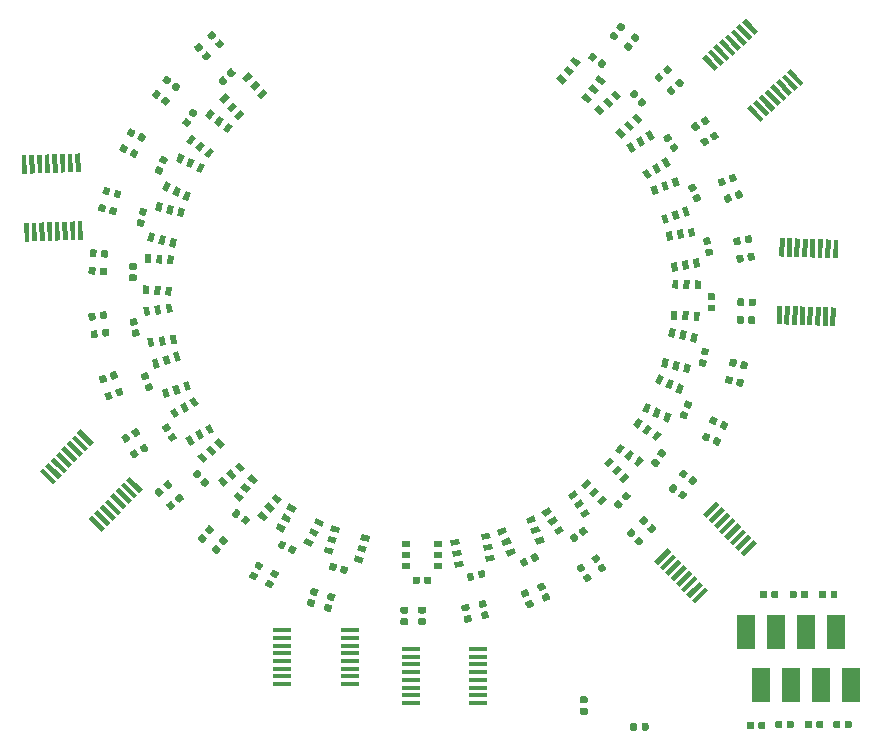
<source format=gbr>
G04 #@! TF.GenerationSoftware,KiCad,Pcbnew,5.1.5-52549c5~84~ubuntu18.04.1*
G04 #@! TF.CreationDate,2020-06-06T17:16:43+02:00*
G04 #@! TF.ProjectId,roboy_3.0_40mm_magnetic_field_calibration,726f626f-795f-4332-9e30-5f34306d6d5f,rev?*
G04 #@! TF.SameCoordinates,Original*
G04 #@! TF.FileFunction,Paste,Top*
G04 #@! TF.FilePolarity,Positive*
%FSLAX46Y46*%
G04 Gerber Fmt 4.6, Leading zero omitted, Abs format (unit mm)*
G04 Created by KiCad (PCBNEW 5.1.5-52549c5~84~ubuntu18.04.1) date 2020-06-06 17:16:43*
%MOMM*%
%LPD*%
G04 APERTURE LIST*
%ADD10C,0.100000*%
%ADD11R,0.750000X0.500000*%
%ADD12R,1.570000X0.410000*%
%ADD13R,1.500000X3.000000*%
G04 APERTURE END LIST*
D10*
G36*
X152125170Y-67003755D02*
G01*
X151526193Y-66552393D01*
X151827100Y-66153075D01*
X152426077Y-66604437D01*
X152125170Y-67003755D01*
G37*
G36*
X151553446Y-67762459D02*
G01*
X150954469Y-67311097D01*
X151255376Y-66911779D01*
X151854353Y-67363141D01*
X151553446Y-67762459D01*
G37*
G36*
X150981721Y-68521163D02*
G01*
X150382744Y-68069801D01*
X150683651Y-67670483D01*
X151282628Y-68121845D01*
X150981721Y-68521163D01*
G37*
G36*
X154241554Y-68598565D02*
G01*
X153642577Y-68147203D01*
X153943484Y-67747885D01*
X154542461Y-68199247D01*
X154241554Y-68598565D01*
G37*
G36*
X153098105Y-70115973D02*
G01*
X152499128Y-69664611D01*
X152800035Y-69265293D01*
X153399012Y-69716655D01*
X153098105Y-70115973D01*
G37*
G36*
X153669830Y-69357269D02*
G01*
X153070853Y-68905907D01*
X153371760Y-68506589D01*
X153970737Y-68957951D01*
X153669830Y-69357269D01*
G37*
G36*
X138676958Y-110180710D02*
G01*
X138691276Y-110182834D01*
X138705317Y-110186351D01*
X138718946Y-110191228D01*
X138732031Y-110197417D01*
X138744447Y-110204858D01*
X138756073Y-110213481D01*
X138766798Y-110223202D01*
X138776519Y-110233927D01*
X138785142Y-110245553D01*
X138792583Y-110257969D01*
X138798772Y-110271054D01*
X138803649Y-110284683D01*
X138807166Y-110298724D01*
X138809290Y-110313042D01*
X138810000Y-110327500D01*
X138810000Y-110672500D01*
X138809290Y-110686958D01*
X138807166Y-110701276D01*
X138803649Y-110715317D01*
X138798772Y-110728946D01*
X138792583Y-110742031D01*
X138785142Y-110754447D01*
X138776519Y-110766073D01*
X138766798Y-110776798D01*
X138756073Y-110786519D01*
X138744447Y-110795142D01*
X138732031Y-110802583D01*
X138718946Y-110808772D01*
X138705317Y-110813649D01*
X138691276Y-110817166D01*
X138676958Y-110819290D01*
X138662500Y-110820000D01*
X138367500Y-110820000D01*
X138353042Y-110819290D01*
X138338724Y-110817166D01*
X138324683Y-110813649D01*
X138311054Y-110808772D01*
X138297969Y-110802583D01*
X138285553Y-110795142D01*
X138273927Y-110786519D01*
X138263202Y-110776798D01*
X138253481Y-110766073D01*
X138244858Y-110754447D01*
X138237417Y-110742031D01*
X138231228Y-110728946D01*
X138226351Y-110715317D01*
X138222834Y-110701276D01*
X138220710Y-110686958D01*
X138220000Y-110672500D01*
X138220000Y-110327500D01*
X138220710Y-110313042D01*
X138222834Y-110298724D01*
X138226351Y-110284683D01*
X138231228Y-110271054D01*
X138237417Y-110257969D01*
X138244858Y-110245553D01*
X138253481Y-110233927D01*
X138263202Y-110223202D01*
X138273927Y-110213481D01*
X138285553Y-110204858D01*
X138297969Y-110197417D01*
X138311054Y-110191228D01*
X138324683Y-110186351D01*
X138338724Y-110182834D01*
X138353042Y-110180710D01*
X138367500Y-110180000D01*
X138662500Y-110180000D01*
X138676958Y-110180710D01*
G37*
G36*
X139646958Y-110180710D02*
G01*
X139661276Y-110182834D01*
X139675317Y-110186351D01*
X139688946Y-110191228D01*
X139702031Y-110197417D01*
X139714447Y-110204858D01*
X139726073Y-110213481D01*
X139736798Y-110223202D01*
X139746519Y-110233927D01*
X139755142Y-110245553D01*
X139762583Y-110257969D01*
X139768772Y-110271054D01*
X139773649Y-110284683D01*
X139777166Y-110298724D01*
X139779290Y-110313042D01*
X139780000Y-110327500D01*
X139780000Y-110672500D01*
X139779290Y-110686958D01*
X139777166Y-110701276D01*
X139773649Y-110715317D01*
X139768772Y-110728946D01*
X139762583Y-110742031D01*
X139755142Y-110754447D01*
X139746519Y-110766073D01*
X139736798Y-110776798D01*
X139726073Y-110786519D01*
X139714447Y-110795142D01*
X139702031Y-110802583D01*
X139688946Y-110808772D01*
X139675317Y-110813649D01*
X139661276Y-110817166D01*
X139646958Y-110819290D01*
X139632500Y-110820000D01*
X139337500Y-110820000D01*
X139323042Y-110819290D01*
X139308724Y-110817166D01*
X139294683Y-110813649D01*
X139281054Y-110808772D01*
X139267969Y-110802583D01*
X139255553Y-110795142D01*
X139243927Y-110786519D01*
X139233202Y-110776798D01*
X139223481Y-110766073D01*
X139214858Y-110754447D01*
X139207417Y-110742031D01*
X139201228Y-110728946D01*
X139196351Y-110715317D01*
X139192834Y-110701276D01*
X139190710Y-110686958D01*
X139190000Y-110672500D01*
X139190000Y-110327500D01*
X139190710Y-110313042D01*
X139192834Y-110298724D01*
X139196351Y-110284683D01*
X139201228Y-110271054D01*
X139207417Y-110257969D01*
X139214858Y-110245553D01*
X139223481Y-110233927D01*
X139233202Y-110223202D01*
X139243927Y-110213481D01*
X139255553Y-110204858D01*
X139267969Y-110197417D01*
X139281054Y-110191228D01*
X139294683Y-110186351D01*
X139308724Y-110182834D01*
X139323042Y-110180710D01*
X139337500Y-110180000D01*
X139632500Y-110180000D01*
X139646958Y-110180710D01*
G37*
G36*
X144165633Y-109630514D02*
G01*
X144180013Y-109632175D01*
X144194160Y-109635237D01*
X144207939Y-109639671D01*
X144221217Y-109645434D01*
X144233867Y-109652471D01*
X144245765Y-109660714D01*
X144256799Y-109670083D01*
X144266861Y-109680489D01*
X144275854Y-109691831D01*
X144283693Y-109704000D01*
X144290301Y-109716878D01*
X144295615Y-109730343D01*
X144299583Y-109744263D01*
X144377778Y-110080285D01*
X144380363Y-110094527D01*
X144381540Y-110108954D01*
X144381297Y-110123427D01*
X144379636Y-110137806D01*
X144376574Y-110151954D01*
X144372140Y-110165733D01*
X144366377Y-110179011D01*
X144359340Y-110191661D01*
X144351097Y-110203559D01*
X144341728Y-110214593D01*
X144331322Y-110224655D01*
X144319980Y-110233648D01*
X144307811Y-110241487D01*
X144294933Y-110248095D01*
X144281468Y-110253409D01*
X144267548Y-110257377D01*
X143980225Y-110324239D01*
X143965983Y-110326825D01*
X143951556Y-110328001D01*
X143937083Y-110327758D01*
X143922703Y-110326097D01*
X143908556Y-110323035D01*
X143894777Y-110318601D01*
X143881499Y-110312838D01*
X143868849Y-110305801D01*
X143856951Y-110297558D01*
X143845917Y-110288189D01*
X143835855Y-110277783D01*
X143826862Y-110266441D01*
X143819023Y-110254272D01*
X143812415Y-110241394D01*
X143807101Y-110227929D01*
X143803133Y-110214009D01*
X143724938Y-109877987D01*
X143722353Y-109863745D01*
X143721176Y-109849318D01*
X143721419Y-109834845D01*
X143723080Y-109820466D01*
X143726142Y-109806318D01*
X143730576Y-109792539D01*
X143736339Y-109779261D01*
X143743376Y-109766611D01*
X143751619Y-109754713D01*
X143760988Y-109743679D01*
X143771394Y-109733617D01*
X143782736Y-109724624D01*
X143794905Y-109716785D01*
X143807783Y-109710177D01*
X143821248Y-109704863D01*
X143835168Y-109700895D01*
X144122491Y-109634033D01*
X144136733Y-109631447D01*
X144151160Y-109630271D01*
X144165633Y-109630514D01*
G37*
G36*
X143220877Y-109850366D02*
G01*
X143235257Y-109852027D01*
X143249404Y-109855089D01*
X143263183Y-109859523D01*
X143276461Y-109865286D01*
X143289111Y-109872323D01*
X143301009Y-109880566D01*
X143312043Y-109889935D01*
X143322105Y-109900341D01*
X143331098Y-109911683D01*
X143338937Y-109923852D01*
X143345545Y-109936730D01*
X143350859Y-109950195D01*
X143354827Y-109964115D01*
X143433022Y-110300137D01*
X143435607Y-110314379D01*
X143436784Y-110328806D01*
X143436541Y-110343279D01*
X143434880Y-110357658D01*
X143431818Y-110371806D01*
X143427384Y-110385585D01*
X143421621Y-110398863D01*
X143414584Y-110411513D01*
X143406341Y-110423411D01*
X143396972Y-110434445D01*
X143386566Y-110444507D01*
X143375224Y-110453500D01*
X143363055Y-110461339D01*
X143350177Y-110467947D01*
X143336712Y-110473261D01*
X143322792Y-110477229D01*
X143035469Y-110544091D01*
X143021227Y-110546677D01*
X143006800Y-110547853D01*
X142992327Y-110547610D01*
X142977947Y-110545949D01*
X142963800Y-110542887D01*
X142950021Y-110538453D01*
X142936743Y-110532690D01*
X142924093Y-110525653D01*
X142912195Y-110517410D01*
X142901161Y-110508041D01*
X142891099Y-110497635D01*
X142882106Y-110486293D01*
X142874267Y-110474124D01*
X142867659Y-110461246D01*
X142862345Y-110447781D01*
X142858377Y-110433861D01*
X142780182Y-110097839D01*
X142777597Y-110083597D01*
X142776420Y-110069170D01*
X142776663Y-110054697D01*
X142778324Y-110040318D01*
X142781386Y-110026170D01*
X142785820Y-110012391D01*
X142791583Y-109999113D01*
X142798620Y-109986463D01*
X142806863Y-109974565D01*
X142816232Y-109963531D01*
X142826638Y-109953469D01*
X142837980Y-109944476D01*
X142850149Y-109936637D01*
X142863027Y-109930029D01*
X142876492Y-109924715D01*
X142890412Y-109920747D01*
X143177735Y-109853885D01*
X143191977Y-109851299D01*
X143206404Y-109850123D01*
X143220877Y-109850366D01*
G37*
G36*
X148608546Y-108209899D02*
G01*
X148622918Y-108211622D01*
X148637052Y-108214746D01*
X148650812Y-108219240D01*
X148664065Y-108225061D01*
X148676683Y-108232153D01*
X148688546Y-108240448D01*
X148699538Y-108249865D01*
X148709555Y-108260315D01*
X148718499Y-108271696D01*
X148726284Y-108283899D01*
X148732836Y-108296806D01*
X148873710Y-108611734D01*
X148878965Y-108625222D01*
X148882873Y-108639159D01*
X148885396Y-108653413D01*
X148886509Y-108667845D01*
X148886203Y-108682316D01*
X148884480Y-108696688D01*
X148881356Y-108710822D01*
X148876862Y-108724582D01*
X148871041Y-108737835D01*
X148863949Y-108750453D01*
X148855654Y-108762316D01*
X148846237Y-108773308D01*
X148835787Y-108783325D01*
X148824406Y-108792269D01*
X148812203Y-108800054D01*
X148799296Y-108806606D01*
X148530010Y-108927064D01*
X148516523Y-108932319D01*
X148502585Y-108936227D01*
X148488332Y-108938750D01*
X148473900Y-108939863D01*
X148459428Y-108939557D01*
X148445056Y-108937834D01*
X148430922Y-108934710D01*
X148417162Y-108930216D01*
X148403909Y-108924395D01*
X148391291Y-108917303D01*
X148379428Y-108909008D01*
X148368436Y-108899591D01*
X148358419Y-108889141D01*
X148349475Y-108877760D01*
X148341690Y-108865557D01*
X148335138Y-108852650D01*
X148194264Y-108537722D01*
X148189009Y-108524234D01*
X148185101Y-108510297D01*
X148182578Y-108496043D01*
X148181465Y-108481611D01*
X148181771Y-108467140D01*
X148183494Y-108452768D01*
X148186618Y-108438634D01*
X148191112Y-108424874D01*
X148196933Y-108411621D01*
X148204025Y-108399003D01*
X148212320Y-108387140D01*
X148221737Y-108376148D01*
X148232187Y-108366131D01*
X148243568Y-108357187D01*
X148255771Y-108349402D01*
X148268678Y-108342850D01*
X148537964Y-108222392D01*
X148551451Y-108217137D01*
X148565389Y-108213229D01*
X148579642Y-108210706D01*
X148594074Y-108209593D01*
X148608546Y-108209899D01*
G37*
G36*
X147723096Y-108605979D02*
G01*
X147737468Y-108607702D01*
X147751602Y-108610826D01*
X147765362Y-108615320D01*
X147778615Y-108621141D01*
X147791233Y-108628233D01*
X147803096Y-108636528D01*
X147814088Y-108645945D01*
X147824105Y-108656395D01*
X147833049Y-108667776D01*
X147840834Y-108679979D01*
X147847386Y-108692886D01*
X147988260Y-109007814D01*
X147993515Y-109021302D01*
X147997423Y-109035239D01*
X147999946Y-109049493D01*
X148001059Y-109063925D01*
X148000753Y-109078396D01*
X147999030Y-109092768D01*
X147995906Y-109106902D01*
X147991412Y-109120662D01*
X147985591Y-109133915D01*
X147978499Y-109146533D01*
X147970204Y-109158396D01*
X147960787Y-109169388D01*
X147950337Y-109179405D01*
X147938956Y-109188349D01*
X147926753Y-109196134D01*
X147913846Y-109202686D01*
X147644560Y-109323144D01*
X147631073Y-109328399D01*
X147617135Y-109332307D01*
X147602882Y-109334830D01*
X147588450Y-109335943D01*
X147573978Y-109335637D01*
X147559606Y-109333914D01*
X147545472Y-109330790D01*
X147531712Y-109326296D01*
X147518459Y-109320475D01*
X147505841Y-109313383D01*
X147493978Y-109305088D01*
X147482986Y-109295671D01*
X147472969Y-109285221D01*
X147464025Y-109273840D01*
X147456240Y-109261637D01*
X147449688Y-109248730D01*
X147308814Y-108933802D01*
X147303559Y-108920314D01*
X147299651Y-108906377D01*
X147297128Y-108892123D01*
X147296015Y-108877691D01*
X147296321Y-108863220D01*
X147298044Y-108848848D01*
X147301168Y-108834714D01*
X147305662Y-108820954D01*
X147311483Y-108807701D01*
X147318575Y-108795083D01*
X147326870Y-108783220D01*
X147336287Y-108772228D01*
X147346737Y-108762211D01*
X147358118Y-108753267D01*
X147370321Y-108745482D01*
X147383228Y-108738930D01*
X147652514Y-108618472D01*
X147666001Y-108613217D01*
X147679939Y-108609309D01*
X147694192Y-108606786D01*
X147708624Y-108605673D01*
X147723096Y-108605979D01*
G37*
G36*
X152698766Y-105967761D02*
G01*
X152713131Y-105969547D01*
X152727251Y-105972733D01*
X152740991Y-105977287D01*
X152754218Y-105983166D01*
X152766806Y-105990313D01*
X152778632Y-105998659D01*
X152789583Y-106008125D01*
X152799554Y-106018618D01*
X152808448Y-106030038D01*
X153006824Y-106312300D01*
X153014556Y-106324537D01*
X153021052Y-106337473D01*
X153026248Y-106350983D01*
X153030095Y-106364937D01*
X153032555Y-106379202D01*
X153033606Y-106393638D01*
X153033237Y-106408109D01*
X153031451Y-106422473D01*
X153028265Y-106436593D01*
X153023711Y-106450333D01*
X153017832Y-106463560D01*
X153010685Y-106476148D01*
X153002339Y-106487974D01*
X152992873Y-106498925D01*
X152982380Y-106508896D01*
X152970960Y-106517790D01*
X152729606Y-106687416D01*
X152717369Y-106695148D01*
X152704434Y-106701644D01*
X152690923Y-106706840D01*
X152676969Y-106710687D01*
X152662705Y-106713147D01*
X152648268Y-106714198D01*
X152633798Y-106713829D01*
X152619433Y-106712043D01*
X152605313Y-106708857D01*
X152591573Y-106704303D01*
X152578346Y-106698424D01*
X152565758Y-106691277D01*
X152553932Y-106682931D01*
X152542981Y-106673465D01*
X152533010Y-106662972D01*
X152524116Y-106651552D01*
X152325740Y-106369290D01*
X152318008Y-106357053D01*
X152311512Y-106344117D01*
X152306316Y-106330607D01*
X152302469Y-106316653D01*
X152300009Y-106302388D01*
X152298958Y-106287952D01*
X152299327Y-106273481D01*
X152301113Y-106259117D01*
X152304299Y-106244997D01*
X152308853Y-106231257D01*
X152314732Y-106218030D01*
X152321879Y-106205442D01*
X152330225Y-106193616D01*
X152339691Y-106182665D01*
X152350184Y-106172694D01*
X152361604Y-106163800D01*
X152602958Y-105994174D01*
X152615195Y-105986442D01*
X152628130Y-105979946D01*
X152641641Y-105974750D01*
X152655595Y-105970903D01*
X152669859Y-105968443D01*
X152684296Y-105967392D01*
X152698766Y-105967761D01*
G37*
G36*
X151905160Y-106525517D02*
G01*
X151919525Y-106527303D01*
X151933645Y-106530489D01*
X151947385Y-106535043D01*
X151960612Y-106540922D01*
X151973200Y-106548069D01*
X151985026Y-106556415D01*
X151995977Y-106565881D01*
X152005948Y-106576374D01*
X152014842Y-106587794D01*
X152213218Y-106870056D01*
X152220950Y-106882293D01*
X152227446Y-106895229D01*
X152232642Y-106908739D01*
X152236489Y-106922693D01*
X152238949Y-106936958D01*
X152240000Y-106951394D01*
X152239631Y-106965865D01*
X152237845Y-106980229D01*
X152234659Y-106994349D01*
X152230105Y-107008089D01*
X152224226Y-107021316D01*
X152217079Y-107033904D01*
X152208733Y-107045730D01*
X152199267Y-107056681D01*
X152188774Y-107066652D01*
X152177354Y-107075546D01*
X151936000Y-107245172D01*
X151923763Y-107252904D01*
X151910828Y-107259400D01*
X151897317Y-107264596D01*
X151883363Y-107268443D01*
X151869099Y-107270903D01*
X151854662Y-107271954D01*
X151840192Y-107271585D01*
X151825827Y-107269799D01*
X151811707Y-107266613D01*
X151797967Y-107262059D01*
X151784740Y-107256180D01*
X151772152Y-107249033D01*
X151760326Y-107240687D01*
X151749375Y-107231221D01*
X151739404Y-107220728D01*
X151730510Y-107209308D01*
X151532134Y-106927046D01*
X151524402Y-106914809D01*
X151517906Y-106901873D01*
X151512710Y-106888363D01*
X151508863Y-106874409D01*
X151506403Y-106860144D01*
X151505352Y-106845708D01*
X151505721Y-106831237D01*
X151507507Y-106816873D01*
X151510693Y-106802753D01*
X151515247Y-106789013D01*
X151521126Y-106775786D01*
X151528273Y-106763198D01*
X151536619Y-106751372D01*
X151546085Y-106740421D01*
X151556578Y-106730450D01*
X151567998Y-106721556D01*
X151809352Y-106551930D01*
X151821589Y-106544198D01*
X151834524Y-106537702D01*
X151848035Y-106532506D01*
X151861989Y-106528659D01*
X151876253Y-106526199D01*
X151890690Y-106525148D01*
X151905160Y-106525517D01*
G37*
G36*
X155613419Y-103685429D02*
G01*
X155627776Y-103687277D01*
X155641882Y-103690524D01*
X155655602Y-103695138D01*
X155668803Y-103701075D01*
X155681359Y-103708277D01*
X155693149Y-103716675D01*
X155704059Y-103726188D01*
X155952649Y-103965412D01*
X155962574Y-103975948D01*
X155971418Y-103987407D01*
X155979097Y-103999678D01*
X155985536Y-104012642D01*
X155990673Y-104026174D01*
X155994459Y-104040145D01*
X155996857Y-104054420D01*
X155997845Y-104068862D01*
X155997412Y-104083330D01*
X155995564Y-104097686D01*
X155992317Y-104111793D01*
X155987703Y-104125512D01*
X155981766Y-104138714D01*
X155974564Y-104151270D01*
X155966166Y-104163060D01*
X155956653Y-104173970D01*
X155752099Y-104386532D01*
X155741562Y-104396457D01*
X155730104Y-104405301D01*
X155717833Y-104412980D01*
X155704869Y-104419419D01*
X155691336Y-104424556D01*
X155677365Y-104428342D01*
X155663090Y-104430740D01*
X155648649Y-104431728D01*
X155634181Y-104431295D01*
X155619824Y-104429447D01*
X155605718Y-104426200D01*
X155591998Y-104421586D01*
X155578797Y-104415649D01*
X155566241Y-104408447D01*
X155554451Y-104400049D01*
X155543541Y-104390536D01*
X155294951Y-104151312D01*
X155285026Y-104140776D01*
X155276182Y-104129317D01*
X155268503Y-104117046D01*
X155262064Y-104104082D01*
X155256927Y-104090550D01*
X155253141Y-104076579D01*
X155250743Y-104062304D01*
X155249755Y-104047862D01*
X155250188Y-104033394D01*
X155252036Y-104019038D01*
X155255283Y-104004931D01*
X155259897Y-103991212D01*
X155265834Y-103978010D01*
X155273036Y-103965454D01*
X155281434Y-103953664D01*
X155290947Y-103942754D01*
X155495501Y-103730192D01*
X155506038Y-103720267D01*
X155517496Y-103711423D01*
X155529767Y-103703744D01*
X155542731Y-103697305D01*
X155556264Y-103692168D01*
X155570235Y-103688382D01*
X155584510Y-103685984D01*
X155598951Y-103684996D01*
X155613419Y-103685429D01*
G37*
G36*
X156286019Y-102986495D02*
G01*
X156300376Y-102988343D01*
X156314482Y-102991590D01*
X156328202Y-102996204D01*
X156341403Y-103002141D01*
X156353959Y-103009343D01*
X156365749Y-103017741D01*
X156376659Y-103027254D01*
X156625249Y-103266478D01*
X156635174Y-103277014D01*
X156644018Y-103288473D01*
X156651697Y-103300744D01*
X156658136Y-103313708D01*
X156663273Y-103327240D01*
X156667059Y-103341211D01*
X156669457Y-103355486D01*
X156670445Y-103369928D01*
X156670012Y-103384396D01*
X156668164Y-103398752D01*
X156664917Y-103412859D01*
X156660303Y-103426578D01*
X156654366Y-103439780D01*
X156647164Y-103452336D01*
X156638766Y-103464126D01*
X156629253Y-103475036D01*
X156424699Y-103687598D01*
X156414162Y-103697523D01*
X156402704Y-103706367D01*
X156390433Y-103714046D01*
X156377469Y-103720485D01*
X156363936Y-103725622D01*
X156349965Y-103729408D01*
X156335690Y-103731806D01*
X156321249Y-103732794D01*
X156306781Y-103732361D01*
X156292424Y-103730513D01*
X156278318Y-103727266D01*
X156264598Y-103722652D01*
X156251397Y-103716715D01*
X156238841Y-103709513D01*
X156227051Y-103701115D01*
X156216141Y-103691602D01*
X155967551Y-103452378D01*
X155957626Y-103441842D01*
X155948782Y-103430383D01*
X155941103Y-103418112D01*
X155934664Y-103405148D01*
X155929527Y-103391616D01*
X155925741Y-103377645D01*
X155923343Y-103363370D01*
X155922355Y-103348928D01*
X155922788Y-103334460D01*
X155924636Y-103320104D01*
X155927883Y-103305997D01*
X155932497Y-103292278D01*
X155938434Y-103279076D01*
X155945636Y-103266520D01*
X155954034Y-103254730D01*
X155963547Y-103243820D01*
X156168101Y-103031258D01*
X156178638Y-103021333D01*
X156190096Y-103012489D01*
X156202367Y-103004810D01*
X156215331Y-102998371D01*
X156228864Y-102993234D01*
X156242835Y-102989448D01*
X156257110Y-102987050D01*
X156271551Y-102986062D01*
X156286019Y-102986495D01*
G37*
G36*
X158711636Y-100190080D02*
G01*
X158725984Y-100191991D01*
X158740076Y-100195300D01*
X158753775Y-100199973D01*
X158766951Y-100205968D01*
X158779475Y-100213224D01*
X159069144Y-100400620D01*
X159080897Y-100409070D01*
X159091766Y-100418630D01*
X159101645Y-100429210D01*
X159110439Y-100440707D01*
X159118064Y-100453011D01*
X159124446Y-100466003D01*
X159129524Y-100479558D01*
X159133249Y-100493546D01*
X159135585Y-100507831D01*
X159136510Y-100522276D01*
X159136014Y-100536743D01*
X159134103Y-100551091D01*
X159130794Y-100565183D01*
X159126120Y-100578882D01*
X159120126Y-100592058D01*
X159112870Y-100604582D01*
X158952633Y-100852270D01*
X158944184Y-100864023D01*
X158934623Y-100874892D01*
X158924043Y-100884770D01*
X158912546Y-100893565D01*
X158900242Y-100901190D01*
X158887250Y-100907572D01*
X158873695Y-100912650D01*
X158859708Y-100916375D01*
X158845422Y-100918711D01*
X158830977Y-100919636D01*
X158816510Y-100919140D01*
X158802162Y-100917229D01*
X158788070Y-100913920D01*
X158774371Y-100909247D01*
X158761195Y-100903252D01*
X158748671Y-100895996D01*
X158459002Y-100708600D01*
X158447249Y-100700150D01*
X158436380Y-100690590D01*
X158426501Y-100680010D01*
X158417707Y-100668513D01*
X158410082Y-100656209D01*
X158403700Y-100643217D01*
X158398622Y-100629662D01*
X158394897Y-100615674D01*
X158392561Y-100601389D01*
X158391636Y-100586944D01*
X158392132Y-100572477D01*
X158394043Y-100558129D01*
X158397352Y-100544037D01*
X158402026Y-100530338D01*
X158408020Y-100517162D01*
X158415276Y-100504638D01*
X158575513Y-100256950D01*
X158583962Y-100245197D01*
X158593523Y-100234328D01*
X158604103Y-100224450D01*
X158615600Y-100215655D01*
X158627904Y-100208030D01*
X158640896Y-100201648D01*
X158654451Y-100196570D01*
X158668438Y-100192845D01*
X158682724Y-100190509D01*
X158697169Y-100189584D01*
X158711636Y-100190080D01*
G37*
G36*
X159238516Y-99375648D02*
G01*
X159252864Y-99377559D01*
X159266956Y-99380868D01*
X159280655Y-99385541D01*
X159293831Y-99391536D01*
X159306355Y-99398792D01*
X159596024Y-99586188D01*
X159607777Y-99594638D01*
X159618646Y-99604198D01*
X159628525Y-99614778D01*
X159637319Y-99626275D01*
X159644944Y-99638579D01*
X159651326Y-99651571D01*
X159656404Y-99665126D01*
X159660129Y-99679114D01*
X159662465Y-99693399D01*
X159663390Y-99707844D01*
X159662894Y-99722311D01*
X159660983Y-99736659D01*
X159657674Y-99750751D01*
X159653000Y-99764450D01*
X159647006Y-99777626D01*
X159639750Y-99790150D01*
X159479513Y-100037838D01*
X159471064Y-100049591D01*
X159461503Y-100060460D01*
X159450923Y-100070338D01*
X159439426Y-100079133D01*
X159427122Y-100086758D01*
X159414130Y-100093140D01*
X159400575Y-100098218D01*
X159386588Y-100101943D01*
X159372302Y-100104279D01*
X159357857Y-100105204D01*
X159343390Y-100104708D01*
X159329042Y-100102797D01*
X159314950Y-100099488D01*
X159301251Y-100094815D01*
X159288075Y-100088820D01*
X159275551Y-100081564D01*
X158985882Y-99894168D01*
X158974129Y-99885718D01*
X158963260Y-99876158D01*
X158953381Y-99865578D01*
X158944587Y-99854081D01*
X158936962Y-99841777D01*
X158930580Y-99828785D01*
X158925502Y-99815230D01*
X158921777Y-99801242D01*
X158919441Y-99786957D01*
X158918516Y-99772512D01*
X158919012Y-99758045D01*
X158920923Y-99743697D01*
X158924232Y-99729605D01*
X158928906Y-99715906D01*
X158934900Y-99702730D01*
X158942156Y-99690206D01*
X159102393Y-99442518D01*
X159110842Y-99430765D01*
X159120403Y-99419896D01*
X159130983Y-99410018D01*
X159142480Y-99401223D01*
X159154784Y-99393598D01*
X159167776Y-99387216D01*
X159181331Y-99382138D01*
X159195318Y-99378413D01*
X159209604Y-99376077D01*
X159224049Y-99375152D01*
X159238516Y-99375648D01*
G37*
G36*
X161447783Y-95267907D02*
G01*
X161462122Y-95269881D01*
X161476200Y-95273251D01*
X161489879Y-95277984D01*
X161809982Y-95406665D01*
X161823131Y-95412717D01*
X161835624Y-95420028D01*
X161847340Y-95428528D01*
X161858166Y-95438136D01*
X161867999Y-95448759D01*
X161876743Y-95460295D01*
X161884314Y-95472632D01*
X161890640Y-95485651D01*
X161895659Y-95499228D01*
X161899323Y-95513232D01*
X161901596Y-95527527D01*
X161902458Y-95541977D01*
X161901899Y-95556441D01*
X161899925Y-95570780D01*
X161896555Y-95584858D01*
X161891822Y-95598537D01*
X161781791Y-95872248D01*
X161775739Y-95885397D01*
X161768428Y-95897890D01*
X161759928Y-95909606D01*
X161750320Y-95920432D01*
X161739697Y-95930265D01*
X161728161Y-95939009D01*
X161715824Y-95946580D01*
X161702805Y-95952906D01*
X161689228Y-95957925D01*
X161675224Y-95961589D01*
X161660929Y-95963862D01*
X161646480Y-95964724D01*
X161632015Y-95964165D01*
X161617676Y-95962191D01*
X161603598Y-95958821D01*
X161589919Y-95954088D01*
X161269816Y-95825407D01*
X161256667Y-95819355D01*
X161244174Y-95812044D01*
X161232458Y-95803544D01*
X161221632Y-95793936D01*
X161211799Y-95783313D01*
X161203055Y-95771777D01*
X161195484Y-95759440D01*
X161189158Y-95746421D01*
X161184139Y-95732844D01*
X161180475Y-95718840D01*
X161178202Y-95704545D01*
X161177340Y-95690095D01*
X161177899Y-95675631D01*
X161179873Y-95661292D01*
X161183243Y-95647214D01*
X161187976Y-95633535D01*
X161298007Y-95359824D01*
X161304059Y-95346675D01*
X161311370Y-95334182D01*
X161319870Y-95322466D01*
X161329478Y-95311640D01*
X161340101Y-95301807D01*
X161351637Y-95293063D01*
X161363974Y-95285492D01*
X161376993Y-95279166D01*
X161390570Y-95274147D01*
X161404574Y-95270483D01*
X161418869Y-95268210D01*
X161433318Y-95267348D01*
X161447783Y-95267907D01*
G37*
G36*
X161085985Y-96167909D02*
G01*
X161100324Y-96169883D01*
X161114402Y-96173253D01*
X161128081Y-96177986D01*
X161448184Y-96306667D01*
X161461333Y-96312719D01*
X161473826Y-96320030D01*
X161485542Y-96328530D01*
X161496368Y-96338138D01*
X161506201Y-96348761D01*
X161514945Y-96360297D01*
X161522516Y-96372634D01*
X161528842Y-96385653D01*
X161533861Y-96399230D01*
X161537525Y-96413234D01*
X161539798Y-96427529D01*
X161540660Y-96441979D01*
X161540101Y-96456443D01*
X161538127Y-96470782D01*
X161534757Y-96484860D01*
X161530024Y-96498539D01*
X161419993Y-96772250D01*
X161413941Y-96785399D01*
X161406630Y-96797892D01*
X161398130Y-96809608D01*
X161388522Y-96820434D01*
X161377899Y-96830267D01*
X161366363Y-96839011D01*
X161354026Y-96846582D01*
X161341007Y-96852908D01*
X161327430Y-96857927D01*
X161313426Y-96861591D01*
X161299131Y-96863864D01*
X161284682Y-96864726D01*
X161270217Y-96864167D01*
X161255878Y-96862193D01*
X161241800Y-96858823D01*
X161228121Y-96854090D01*
X160908018Y-96725409D01*
X160894869Y-96719357D01*
X160882376Y-96712046D01*
X160870660Y-96703546D01*
X160859834Y-96693938D01*
X160850001Y-96683315D01*
X160841257Y-96671779D01*
X160833686Y-96659442D01*
X160827360Y-96646423D01*
X160822341Y-96632846D01*
X160818677Y-96618842D01*
X160816404Y-96604547D01*
X160815542Y-96590097D01*
X160816101Y-96575633D01*
X160818075Y-96561294D01*
X160821445Y-96547216D01*
X160826178Y-96533537D01*
X160936209Y-96259826D01*
X160942261Y-96246677D01*
X160949572Y-96234184D01*
X160958072Y-96222468D01*
X160967680Y-96211642D01*
X160978303Y-96201809D01*
X160989839Y-96193065D01*
X161002176Y-96185494D01*
X161015195Y-96179168D01*
X161028772Y-96174149D01*
X161042776Y-96170485D01*
X161057071Y-96168212D01*
X161071520Y-96167350D01*
X161085985Y-96167909D01*
G37*
G36*
X162649246Y-91766714D02*
G01*
X162663578Y-91768750D01*
X163002353Y-91833988D01*
X163016415Y-91837419D01*
X163030073Y-91842213D01*
X163043196Y-91848321D01*
X163055657Y-91855687D01*
X163067336Y-91864239D01*
X163078120Y-91873894D01*
X163087906Y-91884559D01*
X163096600Y-91896133D01*
X163104117Y-91908503D01*
X163110386Y-91921550D01*
X163115346Y-91935149D01*
X163118948Y-91949168D01*
X163121160Y-91963473D01*
X163121958Y-91977926D01*
X163121336Y-91992388D01*
X163119300Y-92006718D01*
X163063517Y-92296396D01*
X163060086Y-92310459D01*
X163055293Y-92324117D01*
X163049184Y-92337240D01*
X163041818Y-92349701D01*
X163033267Y-92361380D01*
X163023611Y-92372164D01*
X163012946Y-92381950D01*
X163001372Y-92390644D01*
X162989002Y-92398161D01*
X162975955Y-92404430D01*
X162962357Y-92409389D01*
X162948337Y-92412992D01*
X162934032Y-92415204D01*
X162919579Y-92416002D01*
X162905118Y-92415380D01*
X162890786Y-92413344D01*
X162552011Y-92348106D01*
X162537949Y-92344675D01*
X162524291Y-92339881D01*
X162511168Y-92333773D01*
X162498707Y-92326407D01*
X162487028Y-92317855D01*
X162476244Y-92308200D01*
X162466458Y-92297535D01*
X162457764Y-92285961D01*
X162450247Y-92273591D01*
X162443978Y-92260544D01*
X162439018Y-92246945D01*
X162435416Y-92232926D01*
X162433204Y-92218621D01*
X162432406Y-92204168D01*
X162433028Y-92189706D01*
X162435064Y-92175376D01*
X162490847Y-91885698D01*
X162494278Y-91871635D01*
X162499071Y-91857977D01*
X162505180Y-91844854D01*
X162512546Y-91832393D01*
X162521097Y-91820714D01*
X162530753Y-91809930D01*
X162541418Y-91800144D01*
X162552992Y-91791450D01*
X162565362Y-91783933D01*
X162578409Y-91777664D01*
X162592007Y-91772705D01*
X162606027Y-91769102D01*
X162620332Y-91766890D01*
X162634785Y-91766092D01*
X162649246Y-91766714D01*
G37*
G36*
X162832668Y-90814214D02*
G01*
X162847000Y-90816250D01*
X163185775Y-90881488D01*
X163199837Y-90884919D01*
X163213495Y-90889713D01*
X163226618Y-90895821D01*
X163239079Y-90903187D01*
X163250758Y-90911739D01*
X163261542Y-90921394D01*
X163271328Y-90932059D01*
X163280022Y-90943633D01*
X163287539Y-90956003D01*
X163293808Y-90969050D01*
X163298768Y-90982649D01*
X163302370Y-90996668D01*
X163304582Y-91010973D01*
X163305380Y-91025426D01*
X163304758Y-91039888D01*
X163302722Y-91054218D01*
X163246939Y-91343896D01*
X163243508Y-91357959D01*
X163238715Y-91371617D01*
X163232606Y-91384740D01*
X163225240Y-91397201D01*
X163216689Y-91408880D01*
X163207033Y-91419664D01*
X163196368Y-91429450D01*
X163184794Y-91438144D01*
X163172424Y-91445661D01*
X163159377Y-91451930D01*
X163145779Y-91456889D01*
X163131759Y-91460492D01*
X163117454Y-91462704D01*
X163103001Y-91463502D01*
X163088540Y-91462880D01*
X163074208Y-91460844D01*
X162735433Y-91395606D01*
X162721371Y-91392175D01*
X162707713Y-91387381D01*
X162694590Y-91381273D01*
X162682129Y-91373907D01*
X162670450Y-91365355D01*
X162659666Y-91355700D01*
X162649880Y-91345035D01*
X162641186Y-91333461D01*
X162633669Y-91321091D01*
X162627400Y-91308044D01*
X162622440Y-91294445D01*
X162618838Y-91280426D01*
X162616626Y-91266121D01*
X162615828Y-91251668D01*
X162616450Y-91237206D01*
X162618486Y-91222876D01*
X162674269Y-90933198D01*
X162677700Y-90919135D01*
X162682493Y-90905477D01*
X162688602Y-90892354D01*
X162695968Y-90879893D01*
X162704519Y-90868214D01*
X162714175Y-90857430D01*
X162724840Y-90847644D01*
X162736414Y-90838950D01*
X162748784Y-90831433D01*
X162761831Y-90825164D01*
X162775429Y-90820205D01*
X162789449Y-90816602D01*
X162803754Y-90814390D01*
X162818207Y-90813592D01*
X162832668Y-90814214D01*
G37*
G36*
X163687305Y-86177622D02*
G01*
X163701627Y-86179721D01*
X163715675Y-86183214D01*
X163729312Y-86188066D01*
X163742408Y-86194232D01*
X163754836Y-86201652D01*
X163766478Y-86210255D01*
X163777220Y-86219957D01*
X163786960Y-86230665D01*
X163795603Y-86242277D01*
X163803066Y-86254679D01*
X163809278Y-86267753D01*
X163814178Y-86281374D01*
X163817719Y-86295409D01*
X163819868Y-86309723D01*
X163820604Y-86324180D01*
X163821119Y-86619180D01*
X163820434Y-86633638D01*
X163818335Y-86647960D01*
X163814842Y-86662008D01*
X163809990Y-86675645D01*
X163803824Y-86688741D01*
X163796404Y-86701169D01*
X163787801Y-86712811D01*
X163778099Y-86723553D01*
X163767391Y-86733293D01*
X163755780Y-86741936D01*
X163743377Y-86749399D01*
X163730303Y-86755610D01*
X163716682Y-86760511D01*
X163702647Y-86764052D01*
X163688333Y-86766201D01*
X163673876Y-86766937D01*
X163328877Y-86767539D01*
X163314419Y-86766854D01*
X163300097Y-86764755D01*
X163286049Y-86761262D01*
X163272412Y-86756410D01*
X163259316Y-86750244D01*
X163246888Y-86742824D01*
X163235246Y-86734221D01*
X163224504Y-86724519D01*
X163214764Y-86713811D01*
X163206121Y-86702199D01*
X163198658Y-86689797D01*
X163192446Y-86676723D01*
X163187546Y-86663102D01*
X163184005Y-86649067D01*
X163181856Y-86634753D01*
X163181120Y-86620296D01*
X163180605Y-86325296D01*
X163181290Y-86310838D01*
X163183389Y-86296516D01*
X163186882Y-86282468D01*
X163191734Y-86268831D01*
X163197900Y-86255735D01*
X163205320Y-86243307D01*
X163213923Y-86231665D01*
X163223625Y-86220923D01*
X163234333Y-86211183D01*
X163245944Y-86202540D01*
X163258347Y-86195077D01*
X163271421Y-86188866D01*
X163285042Y-86183965D01*
X163299077Y-86180424D01*
X163313391Y-86178275D01*
X163327848Y-86177539D01*
X163672847Y-86176937D01*
X163687305Y-86177622D01*
G37*
G36*
X163688997Y-87147620D02*
G01*
X163703319Y-87149719D01*
X163717367Y-87153212D01*
X163731004Y-87158064D01*
X163744100Y-87164230D01*
X163756528Y-87171650D01*
X163768170Y-87180253D01*
X163778912Y-87189955D01*
X163788652Y-87200663D01*
X163797295Y-87212275D01*
X163804758Y-87224677D01*
X163810970Y-87237751D01*
X163815870Y-87251372D01*
X163819411Y-87265407D01*
X163821560Y-87279721D01*
X163822296Y-87294178D01*
X163822811Y-87589178D01*
X163822126Y-87603636D01*
X163820027Y-87617958D01*
X163816534Y-87632006D01*
X163811682Y-87645643D01*
X163805516Y-87658739D01*
X163798096Y-87671167D01*
X163789493Y-87682809D01*
X163779791Y-87693551D01*
X163769083Y-87703291D01*
X163757472Y-87711934D01*
X163745069Y-87719397D01*
X163731995Y-87725608D01*
X163718374Y-87730509D01*
X163704339Y-87734050D01*
X163690025Y-87736199D01*
X163675568Y-87736935D01*
X163330569Y-87737537D01*
X163316111Y-87736852D01*
X163301789Y-87734753D01*
X163287741Y-87731260D01*
X163274104Y-87726408D01*
X163261008Y-87720242D01*
X163248580Y-87712822D01*
X163236938Y-87704219D01*
X163226196Y-87694517D01*
X163216456Y-87683809D01*
X163207813Y-87672197D01*
X163200350Y-87659795D01*
X163194138Y-87646721D01*
X163189238Y-87633100D01*
X163185697Y-87619065D01*
X163183548Y-87604751D01*
X163182812Y-87590294D01*
X163182297Y-87295294D01*
X163182982Y-87280836D01*
X163185081Y-87266514D01*
X163188574Y-87252466D01*
X163193426Y-87238829D01*
X163199592Y-87225733D01*
X163207012Y-87213305D01*
X163215615Y-87201663D01*
X163225317Y-87190921D01*
X163236025Y-87181181D01*
X163247636Y-87172538D01*
X163260039Y-87165075D01*
X163273113Y-87158864D01*
X163286734Y-87153963D01*
X163300769Y-87150422D01*
X163315083Y-87148273D01*
X163329540Y-87147537D01*
X163674539Y-87146935D01*
X163688997Y-87147620D01*
G37*
G36*
X163483283Y-82415730D02*
G01*
X163497595Y-82417891D01*
X163511627Y-82421445D01*
X163525243Y-82426357D01*
X163538312Y-82432580D01*
X163550708Y-82440054D01*
X163562312Y-82448707D01*
X163573012Y-82458456D01*
X163582705Y-82469207D01*
X163591297Y-82480856D01*
X163598706Y-82493291D01*
X163604861Y-82506392D01*
X163609701Y-82520034D01*
X163613182Y-82534084D01*
X163669976Y-82823566D01*
X163672062Y-82837890D01*
X163672734Y-82852349D01*
X163671986Y-82866805D01*
X163669825Y-82881118D01*
X163666271Y-82895149D01*
X163661359Y-82908765D01*
X163655136Y-82921834D01*
X163647662Y-82934230D01*
X163639009Y-82945834D01*
X163629260Y-82956534D01*
X163618509Y-82966227D01*
X163606860Y-82974819D01*
X163594425Y-82982228D01*
X163581324Y-82988383D01*
X163567682Y-82993223D01*
X163553632Y-82996704D01*
X163215086Y-83063124D01*
X163200762Y-83065210D01*
X163186303Y-83065882D01*
X163171847Y-83065134D01*
X163157535Y-83062973D01*
X163143503Y-83059419D01*
X163129887Y-83054507D01*
X163116818Y-83048284D01*
X163104422Y-83040810D01*
X163092818Y-83032157D01*
X163082118Y-83022408D01*
X163072425Y-83011657D01*
X163063833Y-83000008D01*
X163056424Y-82987573D01*
X163050269Y-82974472D01*
X163045429Y-82960830D01*
X163041948Y-82946780D01*
X162985154Y-82657298D01*
X162983068Y-82642974D01*
X162982396Y-82628515D01*
X162983144Y-82614059D01*
X162985305Y-82599746D01*
X162988859Y-82585715D01*
X162993771Y-82572099D01*
X162999994Y-82559030D01*
X163007468Y-82546634D01*
X163016121Y-82535030D01*
X163025870Y-82524330D01*
X163036621Y-82514637D01*
X163048270Y-82506045D01*
X163060705Y-82498636D01*
X163073806Y-82492481D01*
X163087448Y-82487641D01*
X163101498Y-82484160D01*
X163440044Y-82417740D01*
X163454368Y-82415654D01*
X163468827Y-82414982D01*
X163483283Y-82415730D01*
G37*
G36*
X163296537Y-81463876D02*
G01*
X163310849Y-81466037D01*
X163324881Y-81469591D01*
X163338497Y-81474503D01*
X163351566Y-81480726D01*
X163363962Y-81488200D01*
X163375566Y-81496853D01*
X163386266Y-81506602D01*
X163395959Y-81517353D01*
X163404551Y-81529002D01*
X163411960Y-81541437D01*
X163418115Y-81554538D01*
X163422955Y-81568180D01*
X163426436Y-81582230D01*
X163483230Y-81871712D01*
X163485316Y-81886036D01*
X163485988Y-81900495D01*
X163485240Y-81914951D01*
X163483079Y-81929264D01*
X163479525Y-81943295D01*
X163474613Y-81956911D01*
X163468390Y-81969980D01*
X163460916Y-81982376D01*
X163452263Y-81993980D01*
X163442514Y-82004680D01*
X163431763Y-82014373D01*
X163420114Y-82022965D01*
X163407679Y-82030374D01*
X163394578Y-82036529D01*
X163380936Y-82041369D01*
X163366886Y-82044850D01*
X163028340Y-82111270D01*
X163014016Y-82113356D01*
X162999557Y-82114028D01*
X162985101Y-82113280D01*
X162970789Y-82111119D01*
X162956757Y-82107565D01*
X162943141Y-82102653D01*
X162930072Y-82096430D01*
X162917676Y-82088956D01*
X162906072Y-82080303D01*
X162895372Y-82070554D01*
X162885679Y-82059803D01*
X162877087Y-82048154D01*
X162869678Y-82035719D01*
X162863523Y-82022618D01*
X162858683Y-82008976D01*
X162855202Y-81994926D01*
X162798408Y-81705444D01*
X162796322Y-81691120D01*
X162795650Y-81676661D01*
X162796398Y-81662205D01*
X162798559Y-81647892D01*
X162802113Y-81633861D01*
X162807025Y-81620245D01*
X162813248Y-81607176D01*
X162820722Y-81594780D01*
X162829375Y-81583176D01*
X162839124Y-81572476D01*
X162849875Y-81562783D01*
X162861524Y-81554191D01*
X162873959Y-81546782D01*
X162887060Y-81540627D01*
X162900702Y-81535787D01*
X162914752Y-81532306D01*
X163253298Y-81465886D01*
X163267622Y-81463800D01*
X163282081Y-81463128D01*
X163296537Y-81463876D01*
G37*
G36*
X162013521Y-76911421D02*
G01*
X162027824Y-76913645D01*
X162041840Y-76917260D01*
X162055434Y-76922231D01*
X162068476Y-76928511D01*
X162080840Y-76936039D01*
X162092405Y-76944743D01*
X162103063Y-76954538D01*
X162112708Y-76965331D01*
X162121250Y-76977017D01*
X162128604Y-76989485D01*
X162134702Y-77002613D01*
X162245688Y-77275939D01*
X162250469Y-77289602D01*
X162253888Y-77303667D01*
X162255912Y-77318000D01*
X162256521Y-77332462D01*
X162255710Y-77346914D01*
X162253486Y-77361217D01*
X162249871Y-77375233D01*
X162244900Y-77388828D01*
X162238620Y-77401870D01*
X162231092Y-77414233D01*
X162222388Y-77425799D01*
X162212593Y-77436456D01*
X162201800Y-77446102D01*
X162190113Y-77454643D01*
X162177646Y-77461998D01*
X162164518Y-77468095D01*
X161844866Y-77597893D01*
X161831204Y-77602674D01*
X161817138Y-77606093D01*
X161802806Y-77608117D01*
X161788344Y-77608726D01*
X161773891Y-77607915D01*
X161759588Y-77605691D01*
X161745572Y-77602076D01*
X161731978Y-77597105D01*
X161718936Y-77590825D01*
X161706572Y-77583297D01*
X161695007Y-77574593D01*
X161684349Y-77564798D01*
X161674704Y-77554005D01*
X161666162Y-77542319D01*
X161658808Y-77529851D01*
X161652710Y-77516723D01*
X161541724Y-77243397D01*
X161536943Y-77229734D01*
X161533524Y-77215669D01*
X161531500Y-77201336D01*
X161530891Y-77186874D01*
X161531702Y-77172422D01*
X161533926Y-77158119D01*
X161537541Y-77144103D01*
X161542512Y-77130508D01*
X161548792Y-77117466D01*
X161556320Y-77105103D01*
X161565024Y-77093537D01*
X161574819Y-77082880D01*
X161585612Y-77073234D01*
X161597299Y-77064693D01*
X161609766Y-77057338D01*
X161622894Y-77051241D01*
X161942546Y-76921443D01*
X161956208Y-76916662D01*
X161970274Y-76913243D01*
X161984606Y-76911219D01*
X161999068Y-76910610D01*
X162013521Y-76911421D01*
G37*
G36*
X162378459Y-77810153D02*
G01*
X162392762Y-77812377D01*
X162406778Y-77815992D01*
X162420372Y-77820963D01*
X162433414Y-77827243D01*
X162445778Y-77834771D01*
X162457343Y-77843475D01*
X162468001Y-77853270D01*
X162477646Y-77864063D01*
X162486188Y-77875749D01*
X162493542Y-77888217D01*
X162499640Y-77901345D01*
X162610626Y-78174671D01*
X162615407Y-78188334D01*
X162618826Y-78202399D01*
X162620850Y-78216732D01*
X162621459Y-78231194D01*
X162620648Y-78245646D01*
X162618424Y-78259949D01*
X162614809Y-78273965D01*
X162609838Y-78287560D01*
X162603558Y-78300602D01*
X162596030Y-78312965D01*
X162587326Y-78324531D01*
X162577531Y-78335188D01*
X162566738Y-78344834D01*
X162555051Y-78353375D01*
X162542584Y-78360730D01*
X162529456Y-78366827D01*
X162209804Y-78496625D01*
X162196142Y-78501406D01*
X162182076Y-78504825D01*
X162167744Y-78506849D01*
X162153282Y-78507458D01*
X162138829Y-78506647D01*
X162124526Y-78504423D01*
X162110510Y-78500808D01*
X162096916Y-78495837D01*
X162083874Y-78489557D01*
X162071510Y-78482029D01*
X162059945Y-78473325D01*
X162049287Y-78463530D01*
X162039642Y-78452737D01*
X162031100Y-78441051D01*
X162023746Y-78428583D01*
X162017648Y-78415455D01*
X161906662Y-78142129D01*
X161901881Y-78128466D01*
X161898462Y-78114401D01*
X161896438Y-78100068D01*
X161895829Y-78085606D01*
X161896640Y-78071154D01*
X161898864Y-78056851D01*
X161902479Y-78042835D01*
X161907450Y-78029240D01*
X161913730Y-78016198D01*
X161921258Y-78003835D01*
X161929962Y-77992269D01*
X161939757Y-77981612D01*
X161950550Y-77971966D01*
X161962237Y-77963425D01*
X161974704Y-77956070D01*
X161987832Y-77949973D01*
X162307484Y-77820175D01*
X162321146Y-77815394D01*
X162335212Y-77811975D01*
X162349544Y-77809951D01*
X162364006Y-77809342D01*
X162378459Y-77810153D01*
G37*
G36*
X160415148Y-73500132D02*
G01*
X160429441Y-73502418D01*
X160443442Y-73506094D01*
X160457014Y-73511125D01*
X160470028Y-73517462D01*
X160482359Y-73525044D01*
X160493887Y-73533798D01*
X160504501Y-73543640D01*
X160514099Y-73554475D01*
X160522589Y-73566198D01*
X160683690Y-73813325D01*
X160690991Y-73825824D01*
X160697031Y-73838978D01*
X160701752Y-73852662D01*
X160705110Y-73866742D01*
X160707071Y-73881083D01*
X160707618Y-73895548D01*
X160706743Y-73909996D01*
X160704457Y-73924290D01*
X160700781Y-73938290D01*
X160695750Y-73951863D01*
X160689413Y-73964877D01*
X160681831Y-73977207D01*
X160673077Y-73988735D01*
X160663236Y-73999349D01*
X160652401Y-74008948D01*
X160640677Y-74017439D01*
X160351664Y-74205844D01*
X160339165Y-74213144D01*
X160326010Y-74219184D01*
X160312327Y-74223905D01*
X160298247Y-74227263D01*
X160283905Y-74229224D01*
X160269441Y-74229771D01*
X160254992Y-74228896D01*
X160240699Y-74226610D01*
X160226698Y-74222934D01*
X160213126Y-74217903D01*
X160200112Y-74211566D01*
X160187781Y-74203984D01*
X160176253Y-74195230D01*
X160165639Y-74185388D01*
X160156041Y-74174553D01*
X160147551Y-74162830D01*
X159986450Y-73915703D01*
X159979149Y-73903204D01*
X159973109Y-73890050D01*
X159968388Y-73876366D01*
X159965030Y-73862286D01*
X159963069Y-73847945D01*
X159962522Y-73833480D01*
X159963397Y-73819032D01*
X159965683Y-73804738D01*
X159969359Y-73790738D01*
X159974390Y-73777165D01*
X159980727Y-73764151D01*
X159988309Y-73751821D01*
X159997063Y-73740293D01*
X160006904Y-73729679D01*
X160017739Y-73720080D01*
X160029463Y-73711589D01*
X160318476Y-73523184D01*
X160330975Y-73515884D01*
X160344130Y-73509844D01*
X160357813Y-73505123D01*
X160371893Y-73501765D01*
X160386235Y-73499804D01*
X160400699Y-73499257D01*
X160415148Y-73500132D01*
G37*
G36*
X159885430Y-72687544D02*
G01*
X159899723Y-72689830D01*
X159913724Y-72693506D01*
X159927296Y-72698537D01*
X159940310Y-72704874D01*
X159952641Y-72712456D01*
X159964169Y-72721210D01*
X159974783Y-72731052D01*
X159984381Y-72741887D01*
X159992871Y-72753610D01*
X160153972Y-73000737D01*
X160161273Y-73013236D01*
X160167313Y-73026390D01*
X160172034Y-73040074D01*
X160175392Y-73054154D01*
X160177353Y-73068495D01*
X160177900Y-73082960D01*
X160177025Y-73097408D01*
X160174739Y-73111702D01*
X160171063Y-73125702D01*
X160166032Y-73139275D01*
X160159695Y-73152289D01*
X160152113Y-73164619D01*
X160143359Y-73176147D01*
X160133518Y-73186761D01*
X160122683Y-73196360D01*
X160110959Y-73204851D01*
X159821946Y-73393256D01*
X159809447Y-73400556D01*
X159796292Y-73406596D01*
X159782609Y-73411317D01*
X159768529Y-73414675D01*
X159754187Y-73416636D01*
X159739723Y-73417183D01*
X159725274Y-73416308D01*
X159710981Y-73414022D01*
X159696980Y-73410346D01*
X159683408Y-73405315D01*
X159670394Y-73398978D01*
X159658063Y-73391396D01*
X159646535Y-73382642D01*
X159635921Y-73372800D01*
X159626323Y-73361965D01*
X159617833Y-73350242D01*
X159456732Y-73103115D01*
X159449431Y-73090616D01*
X159443391Y-73077462D01*
X159438670Y-73063778D01*
X159435312Y-73049698D01*
X159433351Y-73035357D01*
X159432804Y-73020892D01*
X159433679Y-73006444D01*
X159435965Y-72992150D01*
X159439641Y-72978150D01*
X159444672Y-72964577D01*
X159451009Y-72951563D01*
X159458591Y-72939233D01*
X159467345Y-72927705D01*
X159477186Y-72917091D01*
X159488021Y-72907492D01*
X159499745Y-72899001D01*
X159788758Y-72710596D01*
X159801257Y-72703296D01*
X159814412Y-72697256D01*
X159828095Y-72692535D01*
X159842175Y-72689177D01*
X159856517Y-72687216D01*
X159870981Y-72686669D01*
X159885430Y-72687544D01*
G37*
G36*
X139186958Y-113690710D02*
G01*
X139201276Y-113692834D01*
X139215317Y-113696351D01*
X139228946Y-113701228D01*
X139242031Y-113707417D01*
X139254447Y-113714858D01*
X139266073Y-113723481D01*
X139276798Y-113733202D01*
X139286519Y-113743927D01*
X139295142Y-113755553D01*
X139302583Y-113767969D01*
X139308772Y-113781054D01*
X139313649Y-113794683D01*
X139317166Y-113808724D01*
X139319290Y-113823042D01*
X139320000Y-113837500D01*
X139320000Y-114132500D01*
X139319290Y-114146958D01*
X139317166Y-114161276D01*
X139313649Y-114175317D01*
X139308772Y-114188946D01*
X139302583Y-114202031D01*
X139295142Y-114214447D01*
X139286519Y-114226073D01*
X139276798Y-114236798D01*
X139266073Y-114246519D01*
X139254447Y-114255142D01*
X139242031Y-114262583D01*
X139228946Y-114268772D01*
X139215317Y-114273649D01*
X139201276Y-114277166D01*
X139186958Y-114279290D01*
X139172500Y-114280000D01*
X138827500Y-114280000D01*
X138813042Y-114279290D01*
X138798724Y-114277166D01*
X138784683Y-114273649D01*
X138771054Y-114268772D01*
X138757969Y-114262583D01*
X138745553Y-114255142D01*
X138733927Y-114246519D01*
X138723202Y-114236798D01*
X138713481Y-114226073D01*
X138704858Y-114214447D01*
X138697417Y-114202031D01*
X138691228Y-114188946D01*
X138686351Y-114175317D01*
X138682834Y-114161276D01*
X138680710Y-114146958D01*
X138680000Y-114132500D01*
X138680000Y-113837500D01*
X138680710Y-113823042D01*
X138682834Y-113808724D01*
X138686351Y-113794683D01*
X138691228Y-113781054D01*
X138697417Y-113767969D01*
X138704858Y-113755553D01*
X138713481Y-113743927D01*
X138723202Y-113733202D01*
X138733927Y-113723481D01*
X138745553Y-113714858D01*
X138757969Y-113707417D01*
X138771054Y-113701228D01*
X138784683Y-113696351D01*
X138798724Y-113692834D01*
X138813042Y-113690710D01*
X138827500Y-113690000D01*
X139172500Y-113690000D01*
X139186958Y-113690710D01*
G37*
G36*
X139186958Y-112720710D02*
G01*
X139201276Y-112722834D01*
X139215317Y-112726351D01*
X139228946Y-112731228D01*
X139242031Y-112737417D01*
X139254447Y-112744858D01*
X139266073Y-112753481D01*
X139276798Y-112763202D01*
X139286519Y-112773927D01*
X139295142Y-112785553D01*
X139302583Y-112797969D01*
X139308772Y-112811054D01*
X139313649Y-112824683D01*
X139317166Y-112838724D01*
X139319290Y-112853042D01*
X139320000Y-112867500D01*
X139320000Y-113162500D01*
X139319290Y-113176958D01*
X139317166Y-113191276D01*
X139313649Y-113205317D01*
X139308772Y-113218946D01*
X139302583Y-113232031D01*
X139295142Y-113244447D01*
X139286519Y-113256073D01*
X139276798Y-113266798D01*
X139266073Y-113276519D01*
X139254447Y-113285142D01*
X139242031Y-113292583D01*
X139228946Y-113298772D01*
X139215317Y-113303649D01*
X139201276Y-113307166D01*
X139186958Y-113309290D01*
X139172500Y-113310000D01*
X138827500Y-113310000D01*
X138813042Y-113309290D01*
X138798724Y-113307166D01*
X138784683Y-113303649D01*
X138771054Y-113298772D01*
X138757969Y-113292583D01*
X138745553Y-113285142D01*
X138733927Y-113276519D01*
X138723202Y-113266798D01*
X138713481Y-113256073D01*
X138704858Y-113244447D01*
X138697417Y-113232031D01*
X138691228Y-113218946D01*
X138686351Y-113205317D01*
X138682834Y-113191276D01*
X138680710Y-113176958D01*
X138680000Y-113162500D01*
X138680000Y-112867500D01*
X138680710Y-112853042D01*
X138682834Y-112838724D01*
X138686351Y-112824683D01*
X138691228Y-112811054D01*
X138697417Y-112797969D01*
X138704858Y-112785553D01*
X138713481Y-112773927D01*
X138723202Y-112763202D01*
X138733927Y-112753481D01*
X138745553Y-112744858D01*
X138757969Y-112737417D01*
X138771054Y-112731228D01*
X138784683Y-112726351D01*
X138798724Y-112722834D01*
X138813042Y-112720710D01*
X138827500Y-112720000D01*
X139172500Y-112720000D01*
X139186958Y-112720710D01*
G37*
G36*
X144493210Y-113131682D02*
G01*
X144507519Y-113133868D01*
X144521545Y-113137446D01*
X144535152Y-113142382D01*
X144548211Y-113148628D01*
X144560594Y-113156124D01*
X144572182Y-113164797D01*
X144582865Y-113174565D01*
X144592539Y-113185332D01*
X144601111Y-113196996D01*
X144608498Y-113209444D01*
X144614630Y-113222556D01*
X144619447Y-113236206D01*
X144622903Y-113250263D01*
X144679192Y-113539843D01*
X144681253Y-113554170D01*
X144681901Y-113568630D01*
X144681127Y-113583085D01*
X144678941Y-113597394D01*
X144675363Y-113611419D01*
X144670427Y-113625027D01*
X144664181Y-113638085D01*
X144656685Y-113650468D01*
X144648012Y-113662056D01*
X144638244Y-113672739D01*
X144627477Y-113682413D01*
X144615813Y-113690985D01*
X144603365Y-113698372D01*
X144590253Y-113704504D01*
X144576603Y-113709321D01*
X144562547Y-113712777D01*
X144223886Y-113778607D01*
X144209558Y-113780668D01*
X144195098Y-113781316D01*
X144180644Y-113780542D01*
X144166335Y-113778356D01*
X144152309Y-113774778D01*
X144138702Y-113769842D01*
X144125643Y-113763596D01*
X144113260Y-113756100D01*
X144101672Y-113747427D01*
X144090989Y-113737659D01*
X144081315Y-113726892D01*
X144072743Y-113715228D01*
X144065356Y-113702780D01*
X144059224Y-113689668D01*
X144054407Y-113676018D01*
X144050951Y-113661961D01*
X143994662Y-113372381D01*
X143992601Y-113358054D01*
X143991953Y-113343594D01*
X143992727Y-113329139D01*
X143994913Y-113314830D01*
X143998491Y-113300805D01*
X144003427Y-113287197D01*
X144009673Y-113274139D01*
X144017169Y-113261756D01*
X144025842Y-113250168D01*
X144035610Y-113239485D01*
X144046377Y-113229811D01*
X144058041Y-113221239D01*
X144070489Y-113213852D01*
X144083601Y-113207720D01*
X144097251Y-113202903D01*
X144111307Y-113199447D01*
X144449968Y-113133617D01*
X144464296Y-113131556D01*
X144478756Y-113130908D01*
X144493210Y-113131682D01*
G37*
G36*
X144308126Y-112179504D02*
G01*
X144322435Y-112181690D01*
X144336461Y-112185268D01*
X144350068Y-112190204D01*
X144363127Y-112196450D01*
X144375510Y-112203946D01*
X144387098Y-112212619D01*
X144397781Y-112222387D01*
X144407455Y-112233154D01*
X144416027Y-112244818D01*
X144423414Y-112257266D01*
X144429546Y-112270378D01*
X144434363Y-112284028D01*
X144437819Y-112298085D01*
X144494108Y-112587665D01*
X144496169Y-112601992D01*
X144496817Y-112616452D01*
X144496043Y-112630907D01*
X144493857Y-112645216D01*
X144490279Y-112659241D01*
X144485343Y-112672849D01*
X144479097Y-112685907D01*
X144471601Y-112698290D01*
X144462928Y-112709878D01*
X144453160Y-112720561D01*
X144442393Y-112730235D01*
X144430729Y-112738807D01*
X144418281Y-112746194D01*
X144405169Y-112752326D01*
X144391519Y-112757143D01*
X144377463Y-112760599D01*
X144038802Y-112826429D01*
X144024474Y-112828490D01*
X144010014Y-112829138D01*
X143995560Y-112828364D01*
X143981251Y-112826178D01*
X143967225Y-112822600D01*
X143953618Y-112817664D01*
X143940559Y-112811418D01*
X143928176Y-112803922D01*
X143916588Y-112795249D01*
X143905905Y-112785481D01*
X143896231Y-112774714D01*
X143887659Y-112763050D01*
X143880272Y-112750602D01*
X143874140Y-112737490D01*
X143869323Y-112723840D01*
X143865867Y-112709783D01*
X143809578Y-112420203D01*
X143807517Y-112405876D01*
X143806869Y-112391416D01*
X143807643Y-112376961D01*
X143809829Y-112362652D01*
X143813407Y-112348627D01*
X143818343Y-112335019D01*
X143824589Y-112321961D01*
X143832085Y-112309578D01*
X143840758Y-112297990D01*
X143850526Y-112287307D01*
X143861293Y-112277633D01*
X143872957Y-112269061D01*
X143885405Y-112261674D01*
X143898517Y-112255542D01*
X143912167Y-112250725D01*
X143926223Y-112247269D01*
X144264884Y-112181439D01*
X144279212Y-112179378D01*
X144293672Y-112178730D01*
X144308126Y-112179504D01*
G37*
G36*
X149603788Y-111599203D02*
G01*
X149618087Y-111601452D01*
X149632097Y-111605091D01*
X149645683Y-111610087D01*
X149658714Y-111616389D01*
X149671064Y-111623939D01*
X149682615Y-111632663D01*
X149693255Y-111642477D01*
X149702881Y-111653287D01*
X149711402Y-111664988D01*
X149718735Y-111677468D01*
X149724810Y-111690606D01*
X149835319Y-111964125D01*
X149840076Y-111977796D01*
X149843470Y-111991868D01*
X149845469Y-112006204D01*
X149846053Y-112020667D01*
X149845217Y-112035118D01*
X149842968Y-112049417D01*
X149839329Y-112063427D01*
X149834333Y-112077013D01*
X149828031Y-112090043D01*
X149820481Y-112102394D01*
X149811757Y-112113944D01*
X149801943Y-112124584D01*
X149791134Y-112134211D01*
X149779432Y-112142732D01*
X149766952Y-112150065D01*
X149753813Y-112156140D01*
X149433934Y-112285379D01*
X149420263Y-112290136D01*
X149406192Y-112293530D01*
X149391856Y-112295529D01*
X149377393Y-112296113D01*
X149362942Y-112295277D01*
X149348643Y-112293028D01*
X149334633Y-112289389D01*
X149321047Y-112284393D01*
X149308016Y-112278091D01*
X149295666Y-112270541D01*
X149284115Y-112261817D01*
X149273475Y-112252003D01*
X149263849Y-112241193D01*
X149255328Y-112229492D01*
X149247995Y-112217012D01*
X149241920Y-112203874D01*
X149131411Y-111930355D01*
X149126654Y-111916684D01*
X149123260Y-111902612D01*
X149121261Y-111888276D01*
X149120677Y-111873813D01*
X149121513Y-111859362D01*
X149123762Y-111845063D01*
X149127401Y-111831053D01*
X149132397Y-111817467D01*
X149138699Y-111804437D01*
X149146249Y-111792086D01*
X149154973Y-111780536D01*
X149164787Y-111769896D01*
X149175596Y-111760269D01*
X149187298Y-111751748D01*
X149199778Y-111744415D01*
X149212917Y-111738340D01*
X149532796Y-111609101D01*
X149546467Y-111604344D01*
X149560538Y-111600950D01*
X149574874Y-111598951D01*
X149589337Y-111598367D01*
X149603788Y-111599203D01*
G37*
G36*
X149240420Y-110699835D02*
G01*
X149254719Y-110702084D01*
X149268729Y-110705723D01*
X149282315Y-110710719D01*
X149295346Y-110717021D01*
X149307696Y-110724571D01*
X149319247Y-110733295D01*
X149329887Y-110743109D01*
X149339513Y-110753919D01*
X149348034Y-110765620D01*
X149355367Y-110778100D01*
X149361442Y-110791238D01*
X149471951Y-111064757D01*
X149476708Y-111078428D01*
X149480102Y-111092500D01*
X149482101Y-111106836D01*
X149482685Y-111121299D01*
X149481849Y-111135750D01*
X149479600Y-111150049D01*
X149475961Y-111164059D01*
X149470965Y-111177645D01*
X149464663Y-111190675D01*
X149457113Y-111203026D01*
X149448389Y-111214576D01*
X149438575Y-111225216D01*
X149427766Y-111234843D01*
X149416064Y-111243364D01*
X149403584Y-111250697D01*
X149390445Y-111256772D01*
X149070566Y-111386011D01*
X149056895Y-111390768D01*
X149042824Y-111394162D01*
X149028488Y-111396161D01*
X149014025Y-111396745D01*
X148999574Y-111395909D01*
X148985275Y-111393660D01*
X148971265Y-111390021D01*
X148957679Y-111385025D01*
X148944648Y-111378723D01*
X148932298Y-111371173D01*
X148920747Y-111362449D01*
X148910107Y-111352635D01*
X148900481Y-111341825D01*
X148891960Y-111330124D01*
X148884627Y-111317644D01*
X148878552Y-111304506D01*
X148768043Y-111030987D01*
X148763286Y-111017316D01*
X148759892Y-111003244D01*
X148757893Y-110988908D01*
X148757309Y-110974445D01*
X148758145Y-110959994D01*
X148760394Y-110945695D01*
X148764033Y-110931685D01*
X148769029Y-110918099D01*
X148775331Y-110905069D01*
X148782881Y-110892718D01*
X148791605Y-110881168D01*
X148801419Y-110870528D01*
X148812228Y-110860901D01*
X148823930Y-110852380D01*
X148836410Y-110845047D01*
X148849549Y-110838972D01*
X149169428Y-110709733D01*
X149183099Y-110704976D01*
X149197170Y-110701582D01*
X149211506Y-110699583D01*
X149225969Y-110698999D01*
X149240420Y-110699835D01*
G37*
G36*
X154322437Y-109105954D02*
G01*
X154336726Y-109108265D01*
X154350720Y-109111966D01*
X154364284Y-109117020D01*
X154377287Y-109123380D01*
X154389604Y-109130983D01*
X154401117Y-109139758D01*
X154411714Y-109149618D01*
X154421293Y-109160470D01*
X154429763Y-109172208D01*
X154590432Y-109419616D01*
X154597710Y-109432128D01*
X154603727Y-109445293D01*
X154608425Y-109458984D01*
X154611758Y-109473070D01*
X154613694Y-109487415D01*
X154614215Y-109501881D01*
X154613316Y-109516328D01*
X154611005Y-109530617D01*
X154607304Y-109544611D01*
X154602250Y-109558175D01*
X154595890Y-109571178D01*
X154588287Y-109583495D01*
X154579513Y-109595007D01*
X154569652Y-109605604D01*
X154558801Y-109615184D01*
X154547062Y-109623654D01*
X154257721Y-109811554D01*
X154245209Y-109818832D01*
X154232044Y-109824849D01*
X154218353Y-109829547D01*
X154204267Y-109832880D01*
X154189922Y-109834816D01*
X154175456Y-109835337D01*
X154161009Y-109834438D01*
X154146720Y-109832127D01*
X154132726Y-109828426D01*
X154119162Y-109823372D01*
X154106159Y-109817012D01*
X154093842Y-109809409D01*
X154082329Y-109800634D01*
X154071732Y-109790774D01*
X154062153Y-109779922D01*
X154053683Y-109768184D01*
X153893014Y-109520776D01*
X153885736Y-109508264D01*
X153879719Y-109495099D01*
X153875021Y-109481408D01*
X153871688Y-109467322D01*
X153869752Y-109452977D01*
X153869231Y-109438511D01*
X153870130Y-109424064D01*
X153872441Y-109409775D01*
X153876142Y-109395781D01*
X153881196Y-109382217D01*
X153887556Y-109369214D01*
X153895159Y-109356897D01*
X153903933Y-109345385D01*
X153913794Y-109334788D01*
X153924645Y-109325208D01*
X153936384Y-109316738D01*
X154225725Y-109128838D01*
X154238237Y-109121560D01*
X154251402Y-109115543D01*
X154265093Y-109110845D01*
X154279179Y-109107512D01*
X154293524Y-109105576D01*
X154307990Y-109105055D01*
X154322437Y-109105954D01*
G37*
G36*
X153794137Y-108292444D02*
G01*
X153808426Y-108294755D01*
X153822420Y-108298456D01*
X153835984Y-108303510D01*
X153848987Y-108309870D01*
X153861304Y-108317473D01*
X153872817Y-108326248D01*
X153883414Y-108336108D01*
X153892993Y-108346960D01*
X153901463Y-108358698D01*
X154062132Y-108606106D01*
X154069410Y-108618618D01*
X154075427Y-108631783D01*
X154080125Y-108645474D01*
X154083458Y-108659560D01*
X154085394Y-108673905D01*
X154085915Y-108688371D01*
X154085016Y-108702818D01*
X154082705Y-108717107D01*
X154079004Y-108731101D01*
X154073950Y-108744665D01*
X154067590Y-108757668D01*
X154059987Y-108769985D01*
X154051213Y-108781497D01*
X154041352Y-108792094D01*
X154030501Y-108801674D01*
X154018762Y-108810144D01*
X153729421Y-108998044D01*
X153716909Y-109005322D01*
X153703744Y-109011339D01*
X153690053Y-109016037D01*
X153675967Y-109019370D01*
X153661622Y-109021306D01*
X153647156Y-109021827D01*
X153632709Y-109020928D01*
X153618420Y-109018617D01*
X153604426Y-109014916D01*
X153590862Y-109009862D01*
X153577859Y-109003502D01*
X153565542Y-108995899D01*
X153554029Y-108987124D01*
X153543432Y-108977264D01*
X153533853Y-108966412D01*
X153525383Y-108954674D01*
X153364714Y-108707266D01*
X153357436Y-108694754D01*
X153351419Y-108681589D01*
X153346721Y-108667898D01*
X153343388Y-108653812D01*
X153341452Y-108639467D01*
X153340931Y-108625001D01*
X153341830Y-108610554D01*
X153344141Y-108596265D01*
X153347842Y-108582271D01*
X153352896Y-108568707D01*
X153359256Y-108555704D01*
X153366859Y-108543387D01*
X153375633Y-108531875D01*
X153385494Y-108521278D01*
X153396345Y-108511698D01*
X153408084Y-108503228D01*
X153697425Y-108315328D01*
X153709937Y-108308050D01*
X153723102Y-108302033D01*
X153736793Y-108297335D01*
X153750879Y-108294002D01*
X153765224Y-108292066D01*
X153779690Y-108291545D01*
X153794137Y-108292444D01*
G37*
G36*
X137686958Y-112720710D02*
G01*
X137701276Y-112722834D01*
X137715317Y-112726351D01*
X137728946Y-112731228D01*
X137742031Y-112737417D01*
X137754447Y-112744858D01*
X137766073Y-112753481D01*
X137776798Y-112763202D01*
X137786519Y-112773927D01*
X137795142Y-112785553D01*
X137802583Y-112797969D01*
X137808772Y-112811054D01*
X137813649Y-112824683D01*
X137817166Y-112838724D01*
X137819290Y-112853042D01*
X137820000Y-112867500D01*
X137820000Y-113162500D01*
X137819290Y-113176958D01*
X137817166Y-113191276D01*
X137813649Y-113205317D01*
X137808772Y-113218946D01*
X137802583Y-113232031D01*
X137795142Y-113244447D01*
X137786519Y-113256073D01*
X137776798Y-113266798D01*
X137766073Y-113276519D01*
X137754447Y-113285142D01*
X137742031Y-113292583D01*
X137728946Y-113298772D01*
X137715317Y-113303649D01*
X137701276Y-113307166D01*
X137686958Y-113309290D01*
X137672500Y-113310000D01*
X137327500Y-113310000D01*
X137313042Y-113309290D01*
X137298724Y-113307166D01*
X137284683Y-113303649D01*
X137271054Y-113298772D01*
X137257969Y-113292583D01*
X137245553Y-113285142D01*
X137233927Y-113276519D01*
X137223202Y-113266798D01*
X137213481Y-113256073D01*
X137204858Y-113244447D01*
X137197417Y-113232031D01*
X137191228Y-113218946D01*
X137186351Y-113205317D01*
X137182834Y-113191276D01*
X137180710Y-113176958D01*
X137180000Y-113162500D01*
X137180000Y-112867500D01*
X137180710Y-112853042D01*
X137182834Y-112838724D01*
X137186351Y-112824683D01*
X137191228Y-112811054D01*
X137197417Y-112797969D01*
X137204858Y-112785553D01*
X137213481Y-112773927D01*
X137223202Y-112763202D01*
X137233927Y-112753481D01*
X137245553Y-112744858D01*
X137257969Y-112737417D01*
X137271054Y-112731228D01*
X137284683Y-112726351D01*
X137298724Y-112722834D01*
X137313042Y-112720710D01*
X137327500Y-112720000D01*
X137672500Y-112720000D01*
X137686958Y-112720710D01*
G37*
G36*
X137686958Y-113690710D02*
G01*
X137701276Y-113692834D01*
X137715317Y-113696351D01*
X137728946Y-113701228D01*
X137742031Y-113707417D01*
X137754447Y-113714858D01*
X137766073Y-113723481D01*
X137776798Y-113733202D01*
X137786519Y-113743927D01*
X137795142Y-113755553D01*
X137802583Y-113767969D01*
X137808772Y-113781054D01*
X137813649Y-113794683D01*
X137817166Y-113808724D01*
X137819290Y-113823042D01*
X137820000Y-113837500D01*
X137820000Y-114132500D01*
X137819290Y-114146958D01*
X137817166Y-114161276D01*
X137813649Y-114175317D01*
X137808772Y-114188946D01*
X137802583Y-114202031D01*
X137795142Y-114214447D01*
X137786519Y-114226073D01*
X137776798Y-114236798D01*
X137766073Y-114246519D01*
X137754447Y-114255142D01*
X137742031Y-114262583D01*
X137728946Y-114268772D01*
X137715317Y-114273649D01*
X137701276Y-114277166D01*
X137686958Y-114279290D01*
X137672500Y-114280000D01*
X137327500Y-114280000D01*
X137313042Y-114279290D01*
X137298724Y-114277166D01*
X137284683Y-114273649D01*
X137271054Y-114268772D01*
X137257969Y-114262583D01*
X137245553Y-114255142D01*
X137233927Y-114246519D01*
X137223202Y-114236798D01*
X137213481Y-114226073D01*
X137204858Y-114214447D01*
X137197417Y-114202031D01*
X137191228Y-114188946D01*
X137186351Y-114175317D01*
X137182834Y-114161276D01*
X137180710Y-114146958D01*
X137180000Y-114132500D01*
X137180000Y-113837500D01*
X137180710Y-113823042D01*
X137182834Y-113808724D01*
X137186351Y-113794683D01*
X137191228Y-113781054D01*
X137197417Y-113767969D01*
X137204858Y-113755553D01*
X137213481Y-113743927D01*
X137223202Y-113733202D01*
X137233927Y-113723481D01*
X137245553Y-113714858D01*
X137257969Y-113707417D01*
X137271054Y-113701228D01*
X137284683Y-113696351D01*
X137298724Y-113692834D01*
X137313042Y-113690710D01*
X137327500Y-113690000D01*
X137672500Y-113690000D01*
X137686958Y-113690710D01*
G37*
G36*
X142838548Y-112480442D02*
G01*
X142852857Y-112482628D01*
X142866883Y-112486206D01*
X142880490Y-112491142D01*
X142893549Y-112497388D01*
X142905932Y-112504884D01*
X142917520Y-112513557D01*
X142928203Y-112523325D01*
X142937877Y-112534092D01*
X142946449Y-112545756D01*
X142953836Y-112558204D01*
X142959968Y-112571316D01*
X142964785Y-112584966D01*
X142968241Y-112599023D01*
X143024530Y-112888603D01*
X143026591Y-112902930D01*
X143027239Y-112917390D01*
X143026465Y-112931845D01*
X143024279Y-112946154D01*
X143020701Y-112960179D01*
X143015765Y-112973787D01*
X143009519Y-112986845D01*
X143002023Y-112999228D01*
X142993350Y-113010816D01*
X142983582Y-113021499D01*
X142972815Y-113031173D01*
X142961151Y-113039745D01*
X142948703Y-113047132D01*
X142935591Y-113053264D01*
X142921941Y-113058081D01*
X142907885Y-113061537D01*
X142569224Y-113127367D01*
X142554896Y-113129428D01*
X142540436Y-113130076D01*
X142525982Y-113129302D01*
X142511673Y-113127116D01*
X142497647Y-113123538D01*
X142484040Y-113118602D01*
X142470981Y-113112356D01*
X142458598Y-113104860D01*
X142447010Y-113096187D01*
X142436327Y-113086419D01*
X142426653Y-113075652D01*
X142418081Y-113063988D01*
X142410694Y-113051540D01*
X142404562Y-113038428D01*
X142399745Y-113024778D01*
X142396289Y-113010721D01*
X142340000Y-112721141D01*
X142337939Y-112706814D01*
X142337291Y-112692354D01*
X142338065Y-112677899D01*
X142340251Y-112663590D01*
X142343829Y-112649565D01*
X142348765Y-112635957D01*
X142355011Y-112622899D01*
X142362507Y-112610516D01*
X142371180Y-112598928D01*
X142380948Y-112588245D01*
X142391715Y-112578571D01*
X142403379Y-112569999D01*
X142415827Y-112562612D01*
X142428939Y-112556480D01*
X142442589Y-112551663D01*
X142456645Y-112548207D01*
X142795306Y-112482377D01*
X142809634Y-112480316D01*
X142824094Y-112479668D01*
X142838548Y-112480442D01*
G37*
G36*
X143023632Y-113432620D02*
G01*
X143037941Y-113434806D01*
X143051967Y-113438384D01*
X143065574Y-113443320D01*
X143078633Y-113449566D01*
X143091016Y-113457062D01*
X143102604Y-113465735D01*
X143113287Y-113475503D01*
X143122961Y-113486270D01*
X143131533Y-113497934D01*
X143138920Y-113510382D01*
X143145052Y-113523494D01*
X143149869Y-113537144D01*
X143153325Y-113551201D01*
X143209614Y-113840781D01*
X143211675Y-113855108D01*
X143212323Y-113869568D01*
X143211549Y-113884023D01*
X143209363Y-113898332D01*
X143205785Y-113912357D01*
X143200849Y-113925965D01*
X143194603Y-113939023D01*
X143187107Y-113951406D01*
X143178434Y-113962994D01*
X143168666Y-113973677D01*
X143157899Y-113983351D01*
X143146235Y-113991923D01*
X143133787Y-113999310D01*
X143120675Y-114005442D01*
X143107025Y-114010259D01*
X143092969Y-114013715D01*
X142754308Y-114079545D01*
X142739980Y-114081606D01*
X142725520Y-114082254D01*
X142711066Y-114081480D01*
X142696757Y-114079294D01*
X142682731Y-114075716D01*
X142669124Y-114070780D01*
X142656065Y-114064534D01*
X142643682Y-114057038D01*
X142632094Y-114048365D01*
X142621411Y-114038597D01*
X142611737Y-114027830D01*
X142603165Y-114016166D01*
X142595778Y-114003718D01*
X142589646Y-113990606D01*
X142584829Y-113976956D01*
X142581373Y-113962899D01*
X142525084Y-113673319D01*
X142523023Y-113658992D01*
X142522375Y-113644532D01*
X142523149Y-113630077D01*
X142525335Y-113615768D01*
X142528913Y-113601743D01*
X142533849Y-113588135D01*
X142540095Y-113575077D01*
X142547591Y-113562694D01*
X142556264Y-113551106D01*
X142566032Y-113540423D01*
X142576799Y-113530749D01*
X142588463Y-113522177D01*
X142600911Y-113514790D01*
X142614023Y-113508658D01*
X142627673Y-113503841D01*
X142641729Y-113500385D01*
X142980390Y-113434555D01*
X142994718Y-113432494D01*
X143009178Y-113431846D01*
X143023632Y-113432620D01*
G37*
G36*
X147849645Y-111261745D02*
G01*
X147863944Y-111263994D01*
X147877954Y-111267633D01*
X147891540Y-111272629D01*
X147904571Y-111278931D01*
X147916921Y-111286481D01*
X147928472Y-111295205D01*
X147939112Y-111305019D01*
X147948738Y-111315829D01*
X147957259Y-111327530D01*
X147964592Y-111340010D01*
X147970667Y-111353148D01*
X148081176Y-111626667D01*
X148085933Y-111640338D01*
X148089327Y-111654410D01*
X148091326Y-111668746D01*
X148091910Y-111683209D01*
X148091074Y-111697660D01*
X148088825Y-111711959D01*
X148085186Y-111725969D01*
X148080190Y-111739555D01*
X148073888Y-111752585D01*
X148066338Y-111764936D01*
X148057614Y-111776486D01*
X148047800Y-111787126D01*
X148036991Y-111796753D01*
X148025289Y-111805274D01*
X148012809Y-111812607D01*
X147999670Y-111818682D01*
X147679791Y-111947921D01*
X147666120Y-111952678D01*
X147652049Y-111956072D01*
X147637713Y-111958071D01*
X147623250Y-111958655D01*
X147608799Y-111957819D01*
X147594500Y-111955570D01*
X147580490Y-111951931D01*
X147566904Y-111946935D01*
X147553873Y-111940633D01*
X147541523Y-111933083D01*
X147529972Y-111924359D01*
X147519332Y-111914545D01*
X147509706Y-111903735D01*
X147501185Y-111892034D01*
X147493852Y-111879554D01*
X147487777Y-111866416D01*
X147377268Y-111592897D01*
X147372511Y-111579226D01*
X147369117Y-111565154D01*
X147367118Y-111550818D01*
X147366534Y-111536355D01*
X147367370Y-111521904D01*
X147369619Y-111507605D01*
X147373258Y-111493595D01*
X147378254Y-111480009D01*
X147384556Y-111466979D01*
X147392106Y-111454628D01*
X147400830Y-111443078D01*
X147410644Y-111432438D01*
X147421453Y-111422811D01*
X147433155Y-111414290D01*
X147445635Y-111406957D01*
X147458774Y-111400882D01*
X147778653Y-111271643D01*
X147792324Y-111266886D01*
X147806395Y-111263492D01*
X147820731Y-111261493D01*
X147835194Y-111260909D01*
X147849645Y-111261745D01*
G37*
G36*
X148213013Y-112161113D02*
G01*
X148227312Y-112163362D01*
X148241322Y-112167001D01*
X148254908Y-112171997D01*
X148267939Y-112178299D01*
X148280289Y-112185849D01*
X148291840Y-112194573D01*
X148302480Y-112204387D01*
X148312106Y-112215197D01*
X148320627Y-112226898D01*
X148327960Y-112239378D01*
X148334035Y-112252516D01*
X148444544Y-112526035D01*
X148449301Y-112539706D01*
X148452695Y-112553778D01*
X148454694Y-112568114D01*
X148455278Y-112582577D01*
X148454442Y-112597028D01*
X148452193Y-112611327D01*
X148448554Y-112625337D01*
X148443558Y-112638923D01*
X148437256Y-112651953D01*
X148429706Y-112664304D01*
X148420982Y-112675854D01*
X148411168Y-112686494D01*
X148400359Y-112696121D01*
X148388657Y-112704642D01*
X148376177Y-112711975D01*
X148363038Y-112718050D01*
X148043159Y-112847289D01*
X148029488Y-112852046D01*
X148015417Y-112855440D01*
X148001081Y-112857439D01*
X147986618Y-112858023D01*
X147972167Y-112857187D01*
X147957868Y-112854938D01*
X147943858Y-112851299D01*
X147930272Y-112846303D01*
X147917241Y-112840001D01*
X147904891Y-112832451D01*
X147893340Y-112823727D01*
X147882700Y-112813913D01*
X147873074Y-112803103D01*
X147864553Y-112791402D01*
X147857220Y-112778922D01*
X147851145Y-112765784D01*
X147740636Y-112492265D01*
X147735879Y-112478594D01*
X147732485Y-112464522D01*
X147730486Y-112450186D01*
X147729902Y-112435723D01*
X147730738Y-112421272D01*
X147732987Y-112406973D01*
X147736626Y-112392963D01*
X147741622Y-112379377D01*
X147747924Y-112366347D01*
X147755474Y-112353996D01*
X147764198Y-112342446D01*
X147774012Y-112331806D01*
X147784821Y-112322179D01*
X147796523Y-112313658D01*
X147809003Y-112306325D01*
X147822142Y-112300250D01*
X148142021Y-112171011D01*
X148155692Y-112166254D01*
X148169763Y-112162860D01*
X148184099Y-112160861D01*
X148198562Y-112160277D01*
X148213013Y-112161113D01*
G37*
G36*
X152536132Y-109109402D02*
G01*
X152550421Y-109111713D01*
X152564415Y-109115414D01*
X152577979Y-109120468D01*
X152590982Y-109126828D01*
X152603299Y-109134431D01*
X152614812Y-109143206D01*
X152625409Y-109153066D01*
X152634988Y-109163918D01*
X152643458Y-109175656D01*
X152804127Y-109423064D01*
X152811405Y-109435576D01*
X152817422Y-109448741D01*
X152822120Y-109462432D01*
X152825453Y-109476518D01*
X152827389Y-109490863D01*
X152827910Y-109505329D01*
X152827011Y-109519776D01*
X152824700Y-109534065D01*
X152820999Y-109548059D01*
X152815945Y-109561623D01*
X152809585Y-109574626D01*
X152801982Y-109586943D01*
X152793208Y-109598455D01*
X152783347Y-109609052D01*
X152772496Y-109618632D01*
X152760757Y-109627102D01*
X152471416Y-109815002D01*
X152458904Y-109822280D01*
X152445739Y-109828297D01*
X152432048Y-109832995D01*
X152417962Y-109836328D01*
X152403617Y-109838264D01*
X152389151Y-109838785D01*
X152374704Y-109837886D01*
X152360415Y-109835575D01*
X152346421Y-109831874D01*
X152332857Y-109826820D01*
X152319854Y-109820460D01*
X152307537Y-109812857D01*
X152296024Y-109804082D01*
X152285427Y-109794222D01*
X152275848Y-109783370D01*
X152267378Y-109771632D01*
X152106709Y-109524224D01*
X152099431Y-109511712D01*
X152093414Y-109498547D01*
X152088716Y-109484856D01*
X152085383Y-109470770D01*
X152083447Y-109456425D01*
X152082926Y-109441959D01*
X152083825Y-109427512D01*
X152086136Y-109413223D01*
X152089837Y-109399229D01*
X152094891Y-109385665D01*
X152101251Y-109372662D01*
X152108854Y-109360345D01*
X152117628Y-109348833D01*
X152127489Y-109338236D01*
X152138340Y-109328656D01*
X152150079Y-109320186D01*
X152439420Y-109132286D01*
X152451932Y-109125008D01*
X152465097Y-109118991D01*
X152478788Y-109114293D01*
X152492874Y-109110960D01*
X152507219Y-109109024D01*
X152521685Y-109108503D01*
X152536132Y-109109402D01*
G37*
G36*
X153064432Y-109922912D02*
G01*
X153078721Y-109925223D01*
X153092715Y-109928924D01*
X153106279Y-109933978D01*
X153119282Y-109940338D01*
X153131599Y-109947941D01*
X153143112Y-109956716D01*
X153153709Y-109966576D01*
X153163288Y-109977428D01*
X153171758Y-109989166D01*
X153332427Y-110236574D01*
X153339705Y-110249086D01*
X153345722Y-110262251D01*
X153350420Y-110275942D01*
X153353753Y-110290028D01*
X153355689Y-110304373D01*
X153356210Y-110318839D01*
X153355311Y-110333286D01*
X153353000Y-110347575D01*
X153349299Y-110361569D01*
X153344245Y-110375133D01*
X153337885Y-110388136D01*
X153330282Y-110400453D01*
X153321508Y-110411965D01*
X153311647Y-110422562D01*
X153300796Y-110432142D01*
X153289057Y-110440612D01*
X152999716Y-110628512D01*
X152987204Y-110635790D01*
X152974039Y-110641807D01*
X152960348Y-110646505D01*
X152946262Y-110649838D01*
X152931917Y-110651774D01*
X152917451Y-110652295D01*
X152903004Y-110651396D01*
X152888715Y-110649085D01*
X152874721Y-110645384D01*
X152861157Y-110640330D01*
X152848154Y-110633970D01*
X152835837Y-110626367D01*
X152824324Y-110617592D01*
X152813727Y-110607732D01*
X152804148Y-110596880D01*
X152795678Y-110585142D01*
X152635009Y-110337734D01*
X152627731Y-110325222D01*
X152621714Y-110312057D01*
X152617016Y-110298366D01*
X152613683Y-110284280D01*
X152611747Y-110269935D01*
X152611226Y-110255469D01*
X152612125Y-110241022D01*
X152614436Y-110226733D01*
X152618137Y-110212739D01*
X152623191Y-110199175D01*
X152629551Y-110186172D01*
X152637154Y-110173855D01*
X152645928Y-110162343D01*
X152655789Y-110151746D01*
X152666640Y-110142166D01*
X152678379Y-110133696D01*
X152967720Y-109945796D01*
X152980232Y-109938518D01*
X152993397Y-109932501D01*
X153007088Y-109927803D01*
X153021174Y-109924470D01*
X153035519Y-109922534D01*
X153049985Y-109922013D01*
X153064432Y-109922912D01*
G37*
G36*
X158478655Y-105758279D02*
G01*
X158492934Y-105760652D01*
X158506912Y-105764414D01*
X158520453Y-105769528D01*
X158533429Y-105775944D01*
X158545713Y-105783601D01*
X158557187Y-105792425D01*
X158567741Y-105802332D01*
X158772665Y-106014537D01*
X158782197Y-106025430D01*
X158790615Y-106037205D01*
X158797839Y-106049749D01*
X158803799Y-106062940D01*
X158808436Y-106076652D01*
X158811708Y-106090752D01*
X158813582Y-106105106D01*
X158814040Y-106119573D01*
X158813077Y-106134016D01*
X158810704Y-106148295D01*
X158806942Y-106162273D01*
X158801828Y-106175814D01*
X158795412Y-106188790D01*
X158787755Y-106201074D01*
X158778931Y-106212548D01*
X158769024Y-106223102D01*
X158520852Y-106462759D01*
X158509959Y-106472291D01*
X158498184Y-106480709D01*
X158485640Y-106487933D01*
X158472449Y-106493893D01*
X158458737Y-106498530D01*
X158444637Y-106501802D01*
X158430284Y-106503676D01*
X158415816Y-106504134D01*
X158401373Y-106503171D01*
X158387094Y-106500798D01*
X158373116Y-106497036D01*
X158359575Y-106491922D01*
X158346599Y-106485506D01*
X158334315Y-106477849D01*
X158322841Y-106469025D01*
X158312287Y-106459118D01*
X158107363Y-106246913D01*
X158097831Y-106236020D01*
X158089413Y-106224245D01*
X158082189Y-106211701D01*
X158076229Y-106198510D01*
X158071592Y-106184798D01*
X158068320Y-106170698D01*
X158066446Y-106156344D01*
X158065988Y-106141877D01*
X158066951Y-106127434D01*
X158069324Y-106113155D01*
X158073086Y-106099177D01*
X158078200Y-106085636D01*
X158084616Y-106072660D01*
X158092273Y-106060376D01*
X158101097Y-106048902D01*
X158111004Y-106038348D01*
X158359176Y-105798691D01*
X158370069Y-105789159D01*
X158381844Y-105780741D01*
X158394388Y-105773517D01*
X158407579Y-105767557D01*
X158421291Y-105762920D01*
X158435391Y-105759648D01*
X158449744Y-105757774D01*
X158464212Y-105757316D01*
X158478655Y-105758279D01*
G37*
G36*
X157804837Y-105060519D02*
G01*
X157819116Y-105062892D01*
X157833094Y-105066654D01*
X157846635Y-105071768D01*
X157859611Y-105078184D01*
X157871895Y-105085841D01*
X157883369Y-105094665D01*
X157893923Y-105104572D01*
X158098847Y-105316777D01*
X158108379Y-105327670D01*
X158116797Y-105339445D01*
X158124021Y-105351989D01*
X158129981Y-105365180D01*
X158134618Y-105378892D01*
X158137890Y-105392992D01*
X158139764Y-105407346D01*
X158140222Y-105421813D01*
X158139259Y-105436256D01*
X158136886Y-105450535D01*
X158133124Y-105464513D01*
X158128010Y-105478054D01*
X158121594Y-105491030D01*
X158113937Y-105503314D01*
X158105113Y-105514788D01*
X158095206Y-105525342D01*
X157847034Y-105764999D01*
X157836141Y-105774531D01*
X157824366Y-105782949D01*
X157811822Y-105790173D01*
X157798631Y-105796133D01*
X157784919Y-105800770D01*
X157770819Y-105804042D01*
X157756466Y-105805916D01*
X157741998Y-105806374D01*
X157727555Y-105805411D01*
X157713276Y-105803038D01*
X157699298Y-105799276D01*
X157685757Y-105794162D01*
X157672781Y-105787746D01*
X157660497Y-105780089D01*
X157649023Y-105771265D01*
X157638469Y-105761358D01*
X157433545Y-105549153D01*
X157424013Y-105538260D01*
X157415595Y-105526485D01*
X157408371Y-105513941D01*
X157402411Y-105500750D01*
X157397774Y-105487038D01*
X157394502Y-105472938D01*
X157392628Y-105458584D01*
X157392170Y-105444117D01*
X157393133Y-105429674D01*
X157395506Y-105415395D01*
X157399268Y-105401417D01*
X157404382Y-105387876D01*
X157410798Y-105374900D01*
X157418455Y-105362616D01*
X157427279Y-105351142D01*
X157437186Y-105340588D01*
X157685358Y-105100931D01*
X157696251Y-105091399D01*
X157708026Y-105082981D01*
X157720570Y-105075757D01*
X157733761Y-105069797D01*
X157747473Y-105065160D01*
X157761573Y-105061888D01*
X157775926Y-105060014D01*
X157790394Y-105059556D01*
X157804837Y-105060519D01*
G37*
G36*
X161919743Y-101679192D02*
G01*
X161934012Y-101681627D01*
X161947973Y-101685450D01*
X161961492Y-101690623D01*
X161974439Y-101697095D01*
X161986689Y-101704806D01*
X162228339Y-101874011D01*
X162239775Y-101882885D01*
X162250286Y-101892838D01*
X162259770Y-101903773D01*
X162268137Y-101915584D01*
X162275306Y-101928159D01*
X162281208Y-101941376D01*
X162285786Y-101955108D01*
X162288996Y-101969223D01*
X162290807Y-101983584D01*
X162291202Y-101998054D01*
X162290176Y-102012492D01*
X162287741Y-102026761D01*
X162283918Y-102040722D01*
X162278745Y-102054241D01*
X162272273Y-102067188D01*
X162264562Y-102079439D01*
X162066678Y-102362046D01*
X162057804Y-102373481D01*
X162047851Y-102383992D01*
X162036916Y-102393476D01*
X162025105Y-102401843D01*
X162012530Y-102409012D01*
X161999312Y-102414914D01*
X161985581Y-102419492D01*
X161971466Y-102422702D01*
X161957105Y-102424513D01*
X161942635Y-102424908D01*
X161928197Y-102423882D01*
X161913928Y-102421447D01*
X161899967Y-102417624D01*
X161886448Y-102412451D01*
X161873501Y-102405979D01*
X161861251Y-102398268D01*
X161619601Y-102229063D01*
X161608165Y-102220189D01*
X161597654Y-102210236D01*
X161588170Y-102199301D01*
X161579803Y-102187490D01*
X161572634Y-102174915D01*
X161566732Y-102161698D01*
X161562154Y-102147966D01*
X161558944Y-102133851D01*
X161557133Y-102119490D01*
X161556738Y-102105020D01*
X161557764Y-102090582D01*
X161560199Y-102076313D01*
X161564022Y-102062352D01*
X161569195Y-102048833D01*
X161575667Y-102035886D01*
X161583378Y-102023635D01*
X161781262Y-101741028D01*
X161790136Y-101729593D01*
X161800089Y-101719082D01*
X161811024Y-101709598D01*
X161822835Y-101701231D01*
X161835410Y-101694062D01*
X161848628Y-101688160D01*
X161862359Y-101683582D01*
X161876474Y-101680372D01*
X161890835Y-101678561D01*
X161905305Y-101678166D01*
X161919743Y-101679192D01*
G37*
G36*
X161125165Y-101122822D02*
G01*
X161139434Y-101125257D01*
X161153395Y-101129080D01*
X161166914Y-101134253D01*
X161179861Y-101140725D01*
X161192111Y-101148436D01*
X161433761Y-101317641D01*
X161445197Y-101326515D01*
X161455708Y-101336468D01*
X161465192Y-101347403D01*
X161473559Y-101359214D01*
X161480728Y-101371789D01*
X161486630Y-101385006D01*
X161491208Y-101398738D01*
X161494418Y-101412853D01*
X161496229Y-101427214D01*
X161496624Y-101441684D01*
X161495598Y-101456122D01*
X161493163Y-101470391D01*
X161489340Y-101484352D01*
X161484167Y-101497871D01*
X161477695Y-101510818D01*
X161469984Y-101523069D01*
X161272100Y-101805676D01*
X161263226Y-101817111D01*
X161253273Y-101827622D01*
X161242338Y-101837106D01*
X161230527Y-101845473D01*
X161217952Y-101852642D01*
X161204734Y-101858544D01*
X161191003Y-101863122D01*
X161176888Y-101866332D01*
X161162527Y-101868143D01*
X161148057Y-101868538D01*
X161133619Y-101867512D01*
X161119350Y-101865077D01*
X161105389Y-101861254D01*
X161091870Y-101856081D01*
X161078923Y-101849609D01*
X161066673Y-101841898D01*
X160825023Y-101672693D01*
X160813587Y-101663819D01*
X160803076Y-101653866D01*
X160793592Y-101642931D01*
X160785225Y-101631120D01*
X160778056Y-101618545D01*
X160772154Y-101605328D01*
X160767576Y-101591596D01*
X160764366Y-101577481D01*
X160762555Y-101563120D01*
X160762160Y-101548650D01*
X160763186Y-101534212D01*
X160765621Y-101519943D01*
X160769444Y-101505982D01*
X160774617Y-101492463D01*
X160781089Y-101479516D01*
X160788800Y-101467265D01*
X160986684Y-101184658D01*
X160995558Y-101173223D01*
X161005511Y-101162712D01*
X161016446Y-101153228D01*
X161028257Y-101144861D01*
X161040832Y-101137692D01*
X161054050Y-101131790D01*
X161067781Y-101127212D01*
X161081896Y-101124002D01*
X161096257Y-101122191D01*
X161110727Y-101121796D01*
X161125165Y-101122822D01*
G37*
G36*
X163633139Y-96624050D02*
G01*
X163647397Y-96626548D01*
X163661341Y-96630431D01*
X163674838Y-96635663D01*
X163944334Y-96755650D01*
X163957252Y-96762179D01*
X163969469Y-96769943D01*
X163980865Y-96778867D01*
X163991333Y-96788866D01*
X164000769Y-96799842D01*
X164009085Y-96811690D01*
X164016199Y-96824296D01*
X164022043Y-96837539D01*
X164026561Y-96851290D01*
X164029709Y-96865419D01*
X164031458Y-96879788D01*
X164031789Y-96894259D01*
X164030701Y-96908693D01*
X164028203Y-96922951D01*
X164024320Y-96936895D01*
X164019088Y-96950392D01*
X163878764Y-97265565D01*
X163872235Y-97278483D01*
X163864471Y-97290700D01*
X163855547Y-97302097D01*
X163845548Y-97312564D01*
X163834572Y-97322000D01*
X163822724Y-97330316D01*
X163810118Y-97337430D01*
X163796875Y-97343274D01*
X163783123Y-97347792D01*
X163768995Y-97350941D01*
X163754626Y-97352689D01*
X163740155Y-97353020D01*
X163725721Y-97351932D01*
X163711463Y-97349434D01*
X163697519Y-97345551D01*
X163684022Y-97340319D01*
X163414526Y-97220332D01*
X163401608Y-97213803D01*
X163389391Y-97206039D01*
X163377995Y-97197115D01*
X163367527Y-97187116D01*
X163358091Y-97176140D01*
X163349775Y-97164292D01*
X163342661Y-97151686D01*
X163336817Y-97138443D01*
X163332299Y-97124692D01*
X163329151Y-97110563D01*
X163327402Y-97096194D01*
X163327071Y-97081723D01*
X163328159Y-97067289D01*
X163330657Y-97053031D01*
X163334540Y-97039087D01*
X163339772Y-97025590D01*
X163480096Y-96710417D01*
X163486625Y-96697499D01*
X163494389Y-96685282D01*
X163503313Y-96673885D01*
X163513312Y-96663418D01*
X163524288Y-96653982D01*
X163536136Y-96645666D01*
X163548742Y-96638552D01*
X163561985Y-96632708D01*
X163575737Y-96628190D01*
X163589865Y-96625041D01*
X163604234Y-96623293D01*
X163618705Y-96622962D01*
X163633139Y-96624050D01*
G37*
G36*
X164519279Y-97018584D02*
G01*
X164533537Y-97021082D01*
X164547481Y-97024965D01*
X164560978Y-97030197D01*
X164830474Y-97150184D01*
X164843392Y-97156713D01*
X164855609Y-97164477D01*
X164867005Y-97173401D01*
X164877473Y-97183400D01*
X164886909Y-97194376D01*
X164895225Y-97206224D01*
X164902339Y-97218830D01*
X164908183Y-97232073D01*
X164912701Y-97245824D01*
X164915849Y-97259953D01*
X164917598Y-97274322D01*
X164917929Y-97288793D01*
X164916841Y-97303227D01*
X164914343Y-97317485D01*
X164910460Y-97331429D01*
X164905228Y-97344926D01*
X164764904Y-97660099D01*
X164758375Y-97673017D01*
X164750611Y-97685234D01*
X164741687Y-97696631D01*
X164731688Y-97707098D01*
X164720712Y-97716534D01*
X164708864Y-97724850D01*
X164696258Y-97731964D01*
X164683015Y-97737808D01*
X164669263Y-97742326D01*
X164655135Y-97745475D01*
X164640766Y-97747223D01*
X164626295Y-97747554D01*
X164611861Y-97746466D01*
X164597603Y-97743968D01*
X164583659Y-97740085D01*
X164570162Y-97734853D01*
X164300666Y-97614866D01*
X164287748Y-97608337D01*
X164275531Y-97600573D01*
X164264135Y-97591649D01*
X164253667Y-97581650D01*
X164244231Y-97570674D01*
X164235915Y-97558826D01*
X164228801Y-97546220D01*
X164222957Y-97532977D01*
X164218439Y-97519226D01*
X164215291Y-97505097D01*
X164213542Y-97490728D01*
X164213211Y-97476257D01*
X164214299Y-97461823D01*
X164216797Y-97447565D01*
X164220680Y-97433621D01*
X164225912Y-97420124D01*
X164366236Y-97104951D01*
X164372765Y-97092033D01*
X164380529Y-97079816D01*
X164389453Y-97068419D01*
X164399452Y-97057952D01*
X164410428Y-97048516D01*
X164422276Y-97040200D01*
X164434882Y-97033086D01*
X164448125Y-97027242D01*
X164461877Y-97022724D01*
X164476005Y-97019575D01*
X164490374Y-97017827D01*
X164504845Y-97017496D01*
X164519279Y-97018584D01*
G37*
G36*
X165236625Y-91729514D02*
G01*
X165250872Y-91732074D01*
X165538312Y-91798434D01*
X165552239Y-91802379D01*
X165565713Y-91807669D01*
X165578603Y-91814254D01*
X165590785Y-91822072D01*
X165602143Y-91831045D01*
X165612566Y-91841089D01*
X165621955Y-91852106D01*
X165630219Y-91863991D01*
X165637278Y-91876628D01*
X165643064Y-91889896D01*
X165647522Y-91903667D01*
X165650609Y-91917809D01*
X165652295Y-91932186D01*
X165652563Y-91946658D01*
X165651412Y-91961087D01*
X165648852Y-91975334D01*
X165571244Y-92311492D01*
X165567299Y-92325419D01*
X165562009Y-92338893D01*
X165555423Y-92351783D01*
X165547606Y-92363966D01*
X165538632Y-92375323D01*
X165528589Y-92385747D01*
X165517571Y-92395135D01*
X165505687Y-92403399D01*
X165493050Y-92410458D01*
X165479782Y-92416244D01*
X165466011Y-92420702D01*
X165451869Y-92423789D01*
X165437492Y-92425475D01*
X165423020Y-92425743D01*
X165408591Y-92424592D01*
X165394344Y-92422032D01*
X165106904Y-92355672D01*
X165092977Y-92351727D01*
X165079503Y-92346437D01*
X165066613Y-92339852D01*
X165054431Y-92332034D01*
X165043073Y-92323061D01*
X165032650Y-92313017D01*
X165023261Y-92302000D01*
X165014997Y-92290115D01*
X165007938Y-92277478D01*
X165002152Y-92264210D01*
X164997694Y-92250439D01*
X164994607Y-92236297D01*
X164992921Y-92221920D01*
X164992653Y-92207448D01*
X164993804Y-92193019D01*
X164996364Y-92178772D01*
X165073972Y-91842614D01*
X165077917Y-91828687D01*
X165083207Y-91815213D01*
X165089793Y-91802323D01*
X165097610Y-91790140D01*
X165106584Y-91778783D01*
X165116627Y-91768359D01*
X165127645Y-91758971D01*
X165139529Y-91750707D01*
X165152166Y-91743648D01*
X165165434Y-91737862D01*
X165179205Y-91733404D01*
X165193347Y-91730317D01*
X165207724Y-91728631D01*
X165222196Y-91728363D01*
X165236625Y-91729514D01*
G37*
G36*
X166181763Y-91947716D02*
G01*
X166196010Y-91950276D01*
X166483450Y-92016636D01*
X166497377Y-92020581D01*
X166510851Y-92025871D01*
X166523741Y-92032456D01*
X166535923Y-92040274D01*
X166547281Y-92049247D01*
X166557704Y-92059291D01*
X166567093Y-92070308D01*
X166575357Y-92082193D01*
X166582416Y-92094830D01*
X166588202Y-92108098D01*
X166592660Y-92121869D01*
X166595747Y-92136011D01*
X166597433Y-92150388D01*
X166597701Y-92164860D01*
X166596550Y-92179289D01*
X166593990Y-92193536D01*
X166516382Y-92529694D01*
X166512437Y-92543621D01*
X166507147Y-92557095D01*
X166500561Y-92569985D01*
X166492744Y-92582168D01*
X166483770Y-92593525D01*
X166473727Y-92603949D01*
X166462709Y-92613337D01*
X166450825Y-92621601D01*
X166438188Y-92628660D01*
X166424920Y-92634446D01*
X166411149Y-92638904D01*
X166397007Y-92641991D01*
X166382630Y-92643677D01*
X166368158Y-92643945D01*
X166353729Y-92642794D01*
X166339482Y-92640234D01*
X166052042Y-92573874D01*
X166038115Y-92569929D01*
X166024641Y-92564639D01*
X166011751Y-92558054D01*
X165999569Y-92550236D01*
X165988211Y-92541263D01*
X165977788Y-92531219D01*
X165968399Y-92520202D01*
X165960135Y-92508317D01*
X165953076Y-92495680D01*
X165947290Y-92482412D01*
X165942832Y-92468641D01*
X165939745Y-92454499D01*
X165938059Y-92440122D01*
X165937791Y-92425650D01*
X165938942Y-92411221D01*
X165941502Y-92396974D01*
X166019110Y-92060816D01*
X166023055Y-92046889D01*
X166028345Y-92033415D01*
X166034931Y-92020525D01*
X166042748Y-92008342D01*
X166051722Y-91996985D01*
X166061765Y-91986561D01*
X166072783Y-91977173D01*
X166084667Y-91968909D01*
X166097304Y-91961850D01*
X166110572Y-91956064D01*
X166124343Y-91951606D01*
X166138485Y-91948519D01*
X166152862Y-91946833D01*
X166167334Y-91946565D01*
X166181763Y-91947716D01*
G37*
G36*
X156725827Y-106102506D02*
G01*
X156740106Y-106104879D01*
X156754084Y-106108641D01*
X156767625Y-106113755D01*
X156780601Y-106120171D01*
X156792885Y-106127828D01*
X156804359Y-106136652D01*
X156814913Y-106146559D01*
X157019837Y-106358764D01*
X157029369Y-106369657D01*
X157037787Y-106381432D01*
X157045011Y-106393976D01*
X157050971Y-106407167D01*
X157055608Y-106420879D01*
X157058880Y-106434979D01*
X157060754Y-106449333D01*
X157061212Y-106463800D01*
X157060249Y-106478243D01*
X157057876Y-106492522D01*
X157054114Y-106506500D01*
X157049000Y-106520041D01*
X157042584Y-106533017D01*
X157034927Y-106545301D01*
X157026103Y-106556775D01*
X157016196Y-106567329D01*
X156768024Y-106806986D01*
X156757131Y-106816518D01*
X156745356Y-106824936D01*
X156732812Y-106832160D01*
X156719621Y-106838120D01*
X156705909Y-106842757D01*
X156691809Y-106846029D01*
X156677456Y-106847903D01*
X156662988Y-106848361D01*
X156648545Y-106847398D01*
X156634266Y-106845025D01*
X156620288Y-106841263D01*
X156606747Y-106836149D01*
X156593771Y-106829733D01*
X156581487Y-106822076D01*
X156570013Y-106813252D01*
X156559459Y-106803345D01*
X156354535Y-106591140D01*
X156345003Y-106580247D01*
X156336585Y-106568472D01*
X156329361Y-106555928D01*
X156323401Y-106542737D01*
X156318764Y-106529025D01*
X156315492Y-106514925D01*
X156313618Y-106500571D01*
X156313160Y-106486104D01*
X156314123Y-106471661D01*
X156316496Y-106457382D01*
X156320258Y-106443404D01*
X156325372Y-106429863D01*
X156331788Y-106416887D01*
X156339445Y-106404603D01*
X156348269Y-106393129D01*
X156358176Y-106382575D01*
X156606348Y-106142918D01*
X156617241Y-106133386D01*
X156629016Y-106124968D01*
X156641560Y-106117744D01*
X156654751Y-106111784D01*
X156668463Y-106107147D01*
X156682563Y-106103875D01*
X156696916Y-106102001D01*
X156711384Y-106101543D01*
X156725827Y-106102506D01*
G37*
G36*
X157399645Y-106800266D02*
G01*
X157413924Y-106802639D01*
X157427902Y-106806401D01*
X157441443Y-106811515D01*
X157454419Y-106817931D01*
X157466703Y-106825588D01*
X157478177Y-106834412D01*
X157488731Y-106844319D01*
X157693655Y-107056524D01*
X157703187Y-107067417D01*
X157711605Y-107079192D01*
X157718829Y-107091736D01*
X157724789Y-107104927D01*
X157729426Y-107118639D01*
X157732698Y-107132739D01*
X157734572Y-107147093D01*
X157735030Y-107161560D01*
X157734067Y-107176003D01*
X157731694Y-107190282D01*
X157727932Y-107204260D01*
X157722818Y-107217801D01*
X157716402Y-107230777D01*
X157708745Y-107243061D01*
X157699921Y-107254535D01*
X157690014Y-107265089D01*
X157441842Y-107504746D01*
X157430949Y-107514278D01*
X157419174Y-107522696D01*
X157406630Y-107529920D01*
X157393439Y-107535880D01*
X157379727Y-107540517D01*
X157365627Y-107543789D01*
X157351274Y-107545663D01*
X157336806Y-107546121D01*
X157322363Y-107545158D01*
X157308084Y-107542785D01*
X157294106Y-107539023D01*
X157280565Y-107533909D01*
X157267589Y-107527493D01*
X157255305Y-107519836D01*
X157243831Y-107511012D01*
X157233277Y-107501105D01*
X157028353Y-107288900D01*
X157018821Y-107278007D01*
X157010403Y-107266232D01*
X157003179Y-107253688D01*
X156997219Y-107240497D01*
X156992582Y-107226785D01*
X156989310Y-107212685D01*
X156987436Y-107198331D01*
X156986978Y-107183864D01*
X156987941Y-107169421D01*
X156990314Y-107155142D01*
X156994076Y-107141164D01*
X156999190Y-107127623D01*
X157005606Y-107114647D01*
X157013263Y-107102363D01*
X157022087Y-107090889D01*
X157031994Y-107080335D01*
X157280166Y-106840678D01*
X157291059Y-106831146D01*
X157302834Y-106822728D01*
X157315378Y-106815504D01*
X157328569Y-106809544D01*
X157342281Y-106804907D01*
X157356381Y-106801635D01*
X157370734Y-106799761D01*
X157385202Y-106799303D01*
X157399645Y-106800266D01*
G37*
G36*
X160264801Y-102351550D02*
G01*
X160279070Y-102353985D01*
X160293031Y-102357808D01*
X160306550Y-102362981D01*
X160319497Y-102369453D01*
X160331747Y-102377164D01*
X160573397Y-102546369D01*
X160584833Y-102555243D01*
X160595344Y-102565196D01*
X160604828Y-102576131D01*
X160613195Y-102587942D01*
X160620364Y-102600517D01*
X160626266Y-102613734D01*
X160630844Y-102627466D01*
X160634054Y-102641581D01*
X160635865Y-102655942D01*
X160636260Y-102670412D01*
X160635234Y-102684850D01*
X160632799Y-102699119D01*
X160628976Y-102713080D01*
X160623803Y-102726599D01*
X160617331Y-102739546D01*
X160609620Y-102751797D01*
X160411736Y-103034404D01*
X160402862Y-103045839D01*
X160392909Y-103056350D01*
X160381974Y-103065834D01*
X160370163Y-103074201D01*
X160357588Y-103081370D01*
X160344370Y-103087272D01*
X160330639Y-103091850D01*
X160316524Y-103095060D01*
X160302163Y-103096871D01*
X160287693Y-103097266D01*
X160273255Y-103096240D01*
X160258986Y-103093805D01*
X160245025Y-103089982D01*
X160231506Y-103084809D01*
X160218559Y-103078337D01*
X160206309Y-103070626D01*
X159964659Y-102901421D01*
X159953223Y-102892547D01*
X159942712Y-102882594D01*
X159933228Y-102871659D01*
X159924861Y-102859848D01*
X159917692Y-102847273D01*
X159911790Y-102834056D01*
X159907212Y-102820324D01*
X159904002Y-102806209D01*
X159902191Y-102791848D01*
X159901796Y-102777378D01*
X159902822Y-102762940D01*
X159905257Y-102748671D01*
X159909080Y-102734710D01*
X159914253Y-102721191D01*
X159920725Y-102708244D01*
X159928436Y-102695993D01*
X160126320Y-102413386D01*
X160135194Y-102401951D01*
X160145147Y-102391440D01*
X160156082Y-102381956D01*
X160167893Y-102373589D01*
X160180468Y-102366420D01*
X160193686Y-102360518D01*
X160207417Y-102355940D01*
X160221532Y-102352730D01*
X160235893Y-102350919D01*
X160250363Y-102350524D01*
X160264801Y-102351550D01*
G37*
G36*
X161059379Y-102907920D02*
G01*
X161073648Y-102910355D01*
X161087609Y-102914178D01*
X161101128Y-102919351D01*
X161114075Y-102925823D01*
X161126325Y-102933534D01*
X161367975Y-103102739D01*
X161379411Y-103111613D01*
X161389922Y-103121566D01*
X161399406Y-103132501D01*
X161407773Y-103144312D01*
X161414942Y-103156887D01*
X161420844Y-103170104D01*
X161425422Y-103183836D01*
X161428632Y-103197951D01*
X161430443Y-103212312D01*
X161430838Y-103226782D01*
X161429812Y-103241220D01*
X161427377Y-103255489D01*
X161423554Y-103269450D01*
X161418381Y-103282969D01*
X161411909Y-103295916D01*
X161404198Y-103308167D01*
X161206314Y-103590774D01*
X161197440Y-103602209D01*
X161187487Y-103612720D01*
X161176552Y-103622204D01*
X161164741Y-103630571D01*
X161152166Y-103637740D01*
X161138948Y-103643642D01*
X161125217Y-103648220D01*
X161111102Y-103651430D01*
X161096741Y-103653241D01*
X161082271Y-103653636D01*
X161067833Y-103652610D01*
X161053564Y-103650175D01*
X161039603Y-103646352D01*
X161026084Y-103641179D01*
X161013137Y-103634707D01*
X161000887Y-103626996D01*
X160759237Y-103457791D01*
X160747801Y-103448917D01*
X160737290Y-103438964D01*
X160727806Y-103428029D01*
X160719439Y-103416218D01*
X160712270Y-103403643D01*
X160706368Y-103390426D01*
X160701790Y-103376694D01*
X160698580Y-103362579D01*
X160696769Y-103348218D01*
X160696374Y-103333748D01*
X160697400Y-103319310D01*
X160699835Y-103305041D01*
X160703658Y-103291080D01*
X160708831Y-103277561D01*
X160715303Y-103264614D01*
X160723014Y-103252363D01*
X160920898Y-102969756D01*
X160929772Y-102958321D01*
X160939725Y-102947810D01*
X160950660Y-102938326D01*
X160962471Y-102929959D01*
X160975046Y-102922790D01*
X160988264Y-102916888D01*
X161001995Y-102912310D01*
X161016110Y-102909100D01*
X161030471Y-102907289D01*
X161044941Y-102906894D01*
X161059379Y-102907920D01*
G37*
G36*
X163909174Y-98388902D02*
G01*
X163923432Y-98391400D01*
X163937376Y-98395283D01*
X163950873Y-98400515D01*
X164220369Y-98520502D01*
X164233287Y-98527031D01*
X164245504Y-98534795D01*
X164256900Y-98543719D01*
X164267368Y-98553718D01*
X164276804Y-98564694D01*
X164285120Y-98576542D01*
X164292234Y-98589148D01*
X164298078Y-98602391D01*
X164302596Y-98616142D01*
X164305744Y-98630271D01*
X164307493Y-98644640D01*
X164307824Y-98659111D01*
X164306736Y-98673545D01*
X164304238Y-98687803D01*
X164300355Y-98701747D01*
X164295123Y-98715244D01*
X164154799Y-99030417D01*
X164148270Y-99043335D01*
X164140506Y-99055552D01*
X164131582Y-99066949D01*
X164121583Y-99077416D01*
X164110607Y-99086852D01*
X164098759Y-99095168D01*
X164086153Y-99102282D01*
X164072910Y-99108126D01*
X164059158Y-99112644D01*
X164045030Y-99115793D01*
X164030661Y-99117541D01*
X164016190Y-99117872D01*
X164001756Y-99116784D01*
X163987498Y-99114286D01*
X163973554Y-99110403D01*
X163960057Y-99105171D01*
X163690561Y-98985184D01*
X163677643Y-98978655D01*
X163665426Y-98970891D01*
X163654030Y-98961967D01*
X163643562Y-98951968D01*
X163634126Y-98940992D01*
X163625810Y-98929144D01*
X163618696Y-98916538D01*
X163612852Y-98903295D01*
X163608334Y-98889544D01*
X163605186Y-98875415D01*
X163603437Y-98861046D01*
X163603106Y-98846575D01*
X163604194Y-98832141D01*
X163606692Y-98817883D01*
X163610575Y-98803939D01*
X163615807Y-98790442D01*
X163756131Y-98475269D01*
X163762660Y-98462351D01*
X163770424Y-98450134D01*
X163779348Y-98438737D01*
X163789347Y-98428270D01*
X163800323Y-98418834D01*
X163812171Y-98410518D01*
X163824777Y-98403404D01*
X163838020Y-98397560D01*
X163851772Y-98393042D01*
X163865900Y-98389893D01*
X163880269Y-98388145D01*
X163894740Y-98387814D01*
X163909174Y-98388902D01*
G37*
G36*
X163023034Y-97994368D02*
G01*
X163037292Y-97996866D01*
X163051236Y-98000749D01*
X163064733Y-98005981D01*
X163334229Y-98125968D01*
X163347147Y-98132497D01*
X163359364Y-98140261D01*
X163370760Y-98149185D01*
X163381228Y-98159184D01*
X163390664Y-98170160D01*
X163398980Y-98182008D01*
X163406094Y-98194614D01*
X163411938Y-98207857D01*
X163416456Y-98221608D01*
X163419604Y-98235737D01*
X163421353Y-98250106D01*
X163421684Y-98264577D01*
X163420596Y-98279011D01*
X163418098Y-98293269D01*
X163414215Y-98307213D01*
X163408983Y-98320710D01*
X163268659Y-98635883D01*
X163262130Y-98648801D01*
X163254366Y-98661018D01*
X163245442Y-98672415D01*
X163235443Y-98682882D01*
X163224467Y-98692318D01*
X163212619Y-98700634D01*
X163200013Y-98707748D01*
X163186770Y-98713592D01*
X163173018Y-98718110D01*
X163158890Y-98721259D01*
X163144521Y-98723007D01*
X163130050Y-98723338D01*
X163115616Y-98722250D01*
X163101358Y-98719752D01*
X163087414Y-98715869D01*
X163073917Y-98710637D01*
X162804421Y-98590650D01*
X162791503Y-98584121D01*
X162779286Y-98576357D01*
X162767890Y-98567433D01*
X162757422Y-98557434D01*
X162747986Y-98546458D01*
X162739670Y-98534610D01*
X162732556Y-98522004D01*
X162726712Y-98508761D01*
X162722194Y-98495010D01*
X162719046Y-98480881D01*
X162717297Y-98466512D01*
X162716966Y-98452041D01*
X162718054Y-98437607D01*
X162720552Y-98423349D01*
X162724435Y-98409405D01*
X162729667Y-98395908D01*
X162869991Y-98080735D01*
X162876520Y-98067817D01*
X162884284Y-98055600D01*
X162893208Y-98044203D01*
X162903207Y-98033736D01*
X162914183Y-98024300D01*
X162926031Y-98015984D01*
X162938637Y-98008870D01*
X162951880Y-98003026D01*
X162965632Y-97998508D01*
X162979760Y-97995359D01*
X162994129Y-97993611D01*
X163008600Y-97993280D01*
X163023034Y-97994368D01*
G37*
G36*
X165844336Y-93409271D02*
G01*
X165858583Y-93411831D01*
X166146023Y-93478191D01*
X166159950Y-93482136D01*
X166173424Y-93487426D01*
X166186314Y-93494011D01*
X166198496Y-93501829D01*
X166209854Y-93510802D01*
X166220277Y-93520846D01*
X166229666Y-93531863D01*
X166237930Y-93543748D01*
X166244989Y-93556385D01*
X166250775Y-93569653D01*
X166255233Y-93583424D01*
X166258320Y-93597566D01*
X166260006Y-93611943D01*
X166260274Y-93626415D01*
X166259123Y-93640844D01*
X166256563Y-93655091D01*
X166178955Y-93991249D01*
X166175010Y-94005176D01*
X166169720Y-94018650D01*
X166163134Y-94031540D01*
X166155317Y-94043723D01*
X166146343Y-94055080D01*
X166136300Y-94065504D01*
X166125282Y-94074892D01*
X166113398Y-94083156D01*
X166100761Y-94090215D01*
X166087493Y-94096001D01*
X166073722Y-94100459D01*
X166059580Y-94103546D01*
X166045203Y-94105232D01*
X166030731Y-94105500D01*
X166016302Y-94104349D01*
X166002055Y-94101789D01*
X165714615Y-94035429D01*
X165700688Y-94031484D01*
X165687214Y-94026194D01*
X165674324Y-94019609D01*
X165662142Y-94011791D01*
X165650784Y-94002818D01*
X165640361Y-93992774D01*
X165630972Y-93981757D01*
X165622708Y-93969872D01*
X165615649Y-93957235D01*
X165609863Y-93943967D01*
X165605405Y-93930196D01*
X165602318Y-93916054D01*
X165600632Y-93901677D01*
X165600364Y-93887205D01*
X165601515Y-93872776D01*
X165604075Y-93858529D01*
X165681683Y-93522371D01*
X165685628Y-93508444D01*
X165690918Y-93494970D01*
X165697504Y-93482080D01*
X165705321Y-93469897D01*
X165714295Y-93458540D01*
X165724338Y-93448116D01*
X165735356Y-93438728D01*
X165747240Y-93430464D01*
X165759877Y-93423405D01*
X165773145Y-93417619D01*
X165786916Y-93413161D01*
X165801058Y-93410074D01*
X165815435Y-93408388D01*
X165829907Y-93408120D01*
X165844336Y-93409271D01*
G37*
G36*
X164899198Y-93191069D02*
G01*
X164913445Y-93193629D01*
X165200885Y-93259989D01*
X165214812Y-93263934D01*
X165228286Y-93269224D01*
X165241176Y-93275809D01*
X165253358Y-93283627D01*
X165264716Y-93292600D01*
X165275139Y-93302644D01*
X165284528Y-93313661D01*
X165292792Y-93325546D01*
X165299851Y-93338183D01*
X165305637Y-93351451D01*
X165310095Y-93365222D01*
X165313182Y-93379364D01*
X165314868Y-93393741D01*
X165315136Y-93408213D01*
X165313985Y-93422642D01*
X165311425Y-93436889D01*
X165233817Y-93773047D01*
X165229872Y-93786974D01*
X165224582Y-93800448D01*
X165217996Y-93813338D01*
X165210179Y-93825521D01*
X165201205Y-93836878D01*
X165191162Y-93847302D01*
X165180144Y-93856690D01*
X165168260Y-93864954D01*
X165155623Y-93872013D01*
X165142355Y-93877799D01*
X165128584Y-93882257D01*
X165114442Y-93885344D01*
X165100065Y-93887030D01*
X165085593Y-93887298D01*
X165071164Y-93886147D01*
X165056917Y-93883587D01*
X164769477Y-93817227D01*
X164755550Y-93813282D01*
X164742076Y-93807992D01*
X164729186Y-93801407D01*
X164717004Y-93793589D01*
X164705646Y-93784616D01*
X164695223Y-93774572D01*
X164685834Y-93763555D01*
X164677570Y-93751670D01*
X164670511Y-93739033D01*
X164664725Y-93725765D01*
X164660267Y-93711994D01*
X164657180Y-93697852D01*
X164655494Y-93683475D01*
X164655226Y-93669003D01*
X164656377Y-93654574D01*
X164658937Y-93640327D01*
X164736545Y-93304169D01*
X164740490Y-93290242D01*
X164745780Y-93276768D01*
X164752366Y-93263878D01*
X164760183Y-93251695D01*
X164769157Y-93240338D01*
X164779200Y-93229914D01*
X164790218Y-93220526D01*
X164802102Y-93212262D01*
X164814739Y-93205203D01*
X164828007Y-93199417D01*
X164841778Y-93194959D01*
X164855920Y-93191872D01*
X164870297Y-93190186D01*
X164884769Y-93189918D01*
X164899198Y-93191069D01*
G37*
G36*
X166157121Y-86628153D02*
G01*
X166171545Y-86629367D01*
X166185780Y-86631990D01*
X166199690Y-86635995D01*
X166213141Y-86641344D01*
X166226002Y-86647986D01*
X166238150Y-86655856D01*
X166249468Y-86664879D01*
X166259848Y-86674968D01*
X166269188Y-86686026D01*
X166277400Y-86697947D01*
X166284404Y-86710614D01*
X166290132Y-86723908D01*
X166294530Y-86737698D01*
X166297555Y-86751854D01*
X166299178Y-86766237D01*
X166299383Y-86780711D01*
X166287343Y-87125501D01*
X166286129Y-87139924D01*
X166283506Y-87154160D01*
X166279501Y-87168070D01*
X166274152Y-87181520D01*
X166267511Y-87194381D01*
X166259640Y-87206530D01*
X166250617Y-87217848D01*
X166240528Y-87228228D01*
X166229470Y-87237568D01*
X166217550Y-87245780D01*
X166204882Y-87252784D01*
X166191589Y-87258512D01*
X166177798Y-87262910D01*
X166163643Y-87265935D01*
X166149259Y-87267558D01*
X166134785Y-87267763D01*
X165839965Y-87257467D01*
X165825541Y-87256253D01*
X165811306Y-87253630D01*
X165797396Y-87249625D01*
X165783945Y-87244276D01*
X165771084Y-87237634D01*
X165758936Y-87229764D01*
X165747618Y-87220741D01*
X165737238Y-87210652D01*
X165727898Y-87199594D01*
X165719686Y-87187673D01*
X165712682Y-87175006D01*
X165706954Y-87161712D01*
X165702556Y-87147922D01*
X165699531Y-87133766D01*
X165697908Y-87119383D01*
X165697703Y-87104909D01*
X165709743Y-86760119D01*
X165710957Y-86745696D01*
X165713580Y-86731460D01*
X165717585Y-86717550D01*
X165722934Y-86704100D01*
X165729575Y-86691239D01*
X165737446Y-86679090D01*
X165746469Y-86667772D01*
X165756558Y-86657392D01*
X165767616Y-86648052D01*
X165779536Y-86639840D01*
X165792204Y-86632836D01*
X165805497Y-86627108D01*
X165819288Y-86622710D01*
X165833443Y-86619685D01*
X165847827Y-86618062D01*
X165862301Y-86617857D01*
X166157121Y-86628153D01*
G37*
G36*
X167126531Y-86662005D02*
G01*
X167140955Y-86663219D01*
X167155190Y-86665842D01*
X167169100Y-86669847D01*
X167182551Y-86675196D01*
X167195412Y-86681838D01*
X167207560Y-86689708D01*
X167218878Y-86698731D01*
X167229258Y-86708820D01*
X167238598Y-86719878D01*
X167246810Y-86731799D01*
X167253814Y-86744466D01*
X167259542Y-86757760D01*
X167263940Y-86771550D01*
X167266965Y-86785706D01*
X167268588Y-86800089D01*
X167268793Y-86814563D01*
X167256753Y-87159353D01*
X167255539Y-87173776D01*
X167252916Y-87188012D01*
X167248911Y-87201922D01*
X167243562Y-87215372D01*
X167236921Y-87228233D01*
X167229050Y-87240382D01*
X167220027Y-87251700D01*
X167209938Y-87262080D01*
X167198880Y-87271420D01*
X167186960Y-87279632D01*
X167174292Y-87286636D01*
X167160999Y-87292364D01*
X167147208Y-87296762D01*
X167133053Y-87299787D01*
X167118669Y-87301410D01*
X167104195Y-87301615D01*
X166809375Y-87291319D01*
X166794951Y-87290105D01*
X166780716Y-87287482D01*
X166766806Y-87283477D01*
X166753355Y-87278128D01*
X166740494Y-87271486D01*
X166728346Y-87263616D01*
X166717028Y-87254593D01*
X166706648Y-87244504D01*
X166697308Y-87233446D01*
X166689096Y-87221525D01*
X166682092Y-87208858D01*
X166676364Y-87195564D01*
X166671966Y-87181774D01*
X166668941Y-87167618D01*
X166667318Y-87153235D01*
X166667113Y-87138761D01*
X166679153Y-86793971D01*
X166680367Y-86779548D01*
X166682990Y-86765312D01*
X166686995Y-86751402D01*
X166692344Y-86737952D01*
X166698985Y-86725091D01*
X166706856Y-86712942D01*
X166715879Y-86701624D01*
X166725968Y-86691244D01*
X166737026Y-86681904D01*
X166748946Y-86673692D01*
X166761614Y-86666688D01*
X166774907Y-86660960D01*
X166788698Y-86656562D01*
X166802853Y-86653537D01*
X166817237Y-86651914D01*
X166831711Y-86651709D01*
X167126531Y-86662005D01*
G37*
G36*
X165821308Y-81434364D02*
G01*
X165835532Y-81437048D01*
X165849425Y-81441114D01*
X165862851Y-81446522D01*
X165875684Y-81453220D01*
X165887797Y-81461143D01*
X165899076Y-81470216D01*
X165909412Y-81480350D01*
X165918704Y-81491449D01*
X165926863Y-81503405D01*
X165933812Y-81516103D01*
X165939482Y-81529421D01*
X165943820Y-81543231D01*
X165946783Y-81557399D01*
X166000753Y-81898151D01*
X166002313Y-81912541D01*
X166002455Y-81927016D01*
X166001178Y-81941434D01*
X165998494Y-81955658D01*
X165994428Y-81969550D01*
X165989020Y-81982977D01*
X165982322Y-81995809D01*
X165974399Y-82007923D01*
X165965327Y-82019202D01*
X165955192Y-82029538D01*
X165944094Y-82038830D01*
X165932138Y-82046989D01*
X165919439Y-82053938D01*
X165906121Y-82059608D01*
X165892312Y-82063946D01*
X165878143Y-82066909D01*
X165586775Y-82113057D01*
X165572384Y-82114617D01*
X165557910Y-82114759D01*
X165543492Y-82113482D01*
X165529268Y-82110798D01*
X165515375Y-82106732D01*
X165501949Y-82101324D01*
X165489116Y-82094626D01*
X165477003Y-82086703D01*
X165465724Y-82077630D01*
X165455388Y-82067496D01*
X165446096Y-82056397D01*
X165437937Y-82044441D01*
X165430988Y-82031743D01*
X165425318Y-82018425D01*
X165420980Y-82004615D01*
X165418017Y-81990447D01*
X165364047Y-81649695D01*
X165362487Y-81635305D01*
X165362345Y-81620830D01*
X165363622Y-81606412D01*
X165366306Y-81592188D01*
X165370372Y-81578296D01*
X165375780Y-81564869D01*
X165382478Y-81552037D01*
X165390401Y-81539923D01*
X165399473Y-81528644D01*
X165409608Y-81518308D01*
X165420706Y-81509016D01*
X165432662Y-81500857D01*
X165445361Y-81493908D01*
X165458679Y-81488238D01*
X165472488Y-81483900D01*
X165486657Y-81480937D01*
X165778025Y-81434789D01*
X165792416Y-81433229D01*
X165806890Y-81433087D01*
X165821308Y-81434364D01*
G37*
G36*
X166779366Y-81282622D02*
G01*
X166793590Y-81285306D01*
X166807483Y-81289372D01*
X166820909Y-81294780D01*
X166833742Y-81301478D01*
X166845855Y-81309401D01*
X166857134Y-81318474D01*
X166867470Y-81328608D01*
X166876762Y-81339707D01*
X166884921Y-81351663D01*
X166891870Y-81364361D01*
X166897540Y-81377679D01*
X166901878Y-81391489D01*
X166904841Y-81405657D01*
X166958811Y-81746409D01*
X166960371Y-81760799D01*
X166960513Y-81775274D01*
X166959236Y-81789692D01*
X166956552Y-81803916D01*
X166952486Y-81817808D01*
X166947078Y-81831235D01*
X166940380Y-81844067D01*
X166932457Y-81856181D01*
X166923385Y-81867460D01*
X166913250Y-81877796D01*
X166902152Y-81887088D01*
X166890196Y-81895247D01*
X166877497Y-81902196D01*
X166864179Y-81907866D01*
X166850370Y-81912204D01*
X166836201Y-81915167D01*
X166544833Y-81961315D01*
X166530442Y-81962875D01*
X166515968Y-81963017D01*
X166501550Y-81961740D01*
X166487326Y-81959056D01*
X166473433Y-81954990D01*
X166460007Y-81949582D01*
X166447174Y-81942884D01*
X166435061Y-81934961D01*
X166423782Y-81925888D01*
X166413446Y-81915754D01*
X166404154Y-81904655D01*
X166395995Y-81892699D01*
X166389046Y-81880001D01*
X166383376Y-81866683D01*
X166379038Y-81852873D01*
X166376075Y-81838705D01*
X166322105Y-81497953D01*
X166320545Y-81483563D01*
X166320403Y-81469088D01*
X166321680Y-81454670D01*
X166324364Y-81440446D01*
X166328430Y-81426554D01*
X166333838Y-81413127D01*
X166340536Y-81400295D01*
X166348459Y-81388181D01*
X166357531Y-81376902D01*
X166367666Y-81366566D01*
X166378764Y-81357274D01*
X166390720Y-81349115D01*
X166403419Y-81342166D01*
X166416737Y-81336496D01*
X166430546Y-81332158D01*
X166444715Y-81329195D01*
X166736083Y-81283047D01*
X166750474Y-81281487D01*
X166764948Y-81281345D01*
X166779366Y-81282622D01*
G37*
G36*
X164486249Y-76401762D02*
G01*
X164500461Y-76404508D01*
X164514335Y-76408634D01*
X164527738Y-76414101D01*
X164540541Y-76420854D01*
X164552620Y-76428830D01*
X164563859Y-76437952D01*
X164574150Y-76448131D01*
X164583394Y-76459270D01*
X164591501Y-76471262D01*
X164598394Y-76483990D01*
X164604007Y-76497333D01*
X164722004Y-76821527D01*
X164726281Y-76835356D01*
X164729182Y-76849537D01*
X164730680Y-76863934D01*
X164730759Y-76878409D01*
X164729418Y-76892822D01*
X164726672Y-76907034D01*
X164722546Y-76920908D01*
X164717079Y-76934311D01*
X164710326Y-76947114D01*
X164702350Y-76959193D01*
X164693228Y-76970432D01*
X164683049Y-76980723D01*
X164671910Y-76989967D01*
X164659918Y-76998074D01*
X164647190Y-77004967D01*
X164633847Y-77010580D01*
X164356638Y-77111476D01*
X164342809Y-77115753D01*
X164328628Y-77118654D01*
X164314231Y-77120152D01*
X164299756Y-77120231D01*
X164285343Y-77118890D01*
X164271131Y-77116144D01*
X164257257Y-77112018D01*
X164243854Y-77106551D01*
X164231051Y-77099798D01*
X164218972Y-77091822D01*
X164207733Y-77082700D01*
X164197442Y-77072521D01*
X164188198Y-77061382D01*
X164180091Y-77049390D01*
X164173198Y-77036662D01*
X164167585Y-77023319D01*
X164049588Y-76699125D01*
X164045311Y-76685296D01*
X164042410Y-76671115D01*
X164040912Y-76656718D01*
X164040833Y-76642243D01*
X164042174Y-76627830D01*
X164044920Y-76613618D01*
X164049046Y-76599744D01*
X164054513Y-76586341D01*
X164061266Y-76573538D01*
X164069242Y-76561459D01*
X164078364Y-76550220D01*
X164088543Y-76539929D01*
X164099682Y-76530685D01*
X164111674Y-76522578D01*
X164124402Y-76515685D01*
X164137745Y-76510072D01*
X164414954Y-76409176D01*
X164428783Y-76404899D01*
X164442964Y-76401998D01*
X164457361Y-76400500D01*
X164471836Y-76400421D01*
X164486249Y-76401762D01*
G37*
G36*
X165397751Y-76070002D02*
G01*
X165411963Y-76072748D01*
X165425837Y-76076874D01*
X165439240Y-76082341D01*
X165452043Y-76089094D01*
X165464122Y-76097070D01*
X165475361Y-76106192D01*
X165485652Y-76116371D01*
X165494896Y-76127510D01*
X165503003Y-76139502D01*
X165509896Y-76152230D01*
X165515509Y-76165573D01*
X165633506Y-76489767D01*
X165637783Y-76503596D01*
X165640684Y-76517777D01*
X165642182Y-76532174D01*
X165642261Y-76546649D01*
X165640920Y-76561062D01*
X165638174Y-76575274D01*
X165634048Y-76589148D01*
X165628581Y-76602551D01*
X165621828Y-76615354D01*
X165613852Y-76627433D01*
X165604730Y-76638672D01*
X165594551Y-76648963D01*
X165583412Y-76658207D01*
X165571420Y-76666314D01*
X165558692Y-76673207D01*
X165545349Y-76678820D01*
X165268140Y-76779716D01*
X165254311Y-76783993D01*
X165240130Y-76786894D01*
X165225733Y-76788392D01*
X165211258Y-76788471D01*
X165196845Y-76787130D01*
X165182633Y-76784384D01*
X165168759Y-76780258D01*
X165155356Y-76774791D01*
X165142553Y-76768038D01*
X165130474Y-76760062D01*
X165119235Y-76750940D01*
X165108944Y-76740761D01*
X165099700Y-76729622D01*
X165091593Y-76717630D01*
X165084700Y-76704902D01*
X165079087Y-76691559D01*
X164961090Y-76367365D01*
X164956813Y-76353536D01*
X164953912Y-76339355D01*
X164952414Y-76324958D01*
X164952335Y-76310483D01*
X164953676Y-76296070D01*
X164956422Y-76281858D01*
X164960548Y-76267984D01*
X164966015Y-76254581D01*
X164972768Y-76241778D01*
X164980744Y-76229699D01*
X164989866Y-76218460D01*
X165000045Y-76208169D01*
X165011184Y-76198925D01*
X165023176Y-76190818D01*
X165035904Y-76183925D01*
X165049247Y-76178312D01*
X165326456Y-76077416D01*
X165340285Y-76073139D01*
X165354466Y-76070238D01*
X165368863Y-76068740D01*
X165383338Y-76068661D01*
X165397751Y-76070002D01*
G37*
G36*
X163046899Y-71216904D02*
G01*
X163061098Y-71219712D01*
X163074955Y-71223899D01*
X163088334Y-71229424D01*
X163101107Y-71236233D01*
X163113151Y-71244262D01*
X163124351Y-71253433D01*
X163134597Y-71263657D01*
X163143792Y-71274836D01*
X163151847Y-71286863D01*
X163329535Y-71582585D01*
X163336373Y-71595343D01*
X163341926Y-71608710D01*
X163346143Y-71622557D01*
X163348983Y-71636751D01*
X163350417Y-71651155D01*
X163350433Y-71665630D01*
X163349030Y-71680036D01*
X163346222Y-71694236D01*
X163342035Y-71708093D01*
X163336510Y-71721472D01*
X163329701Y-71734245D01*
X163321672Y-71746289D01*
X163312501Y-71757489D01*
X163302277Y-71767735D01*
X163291098Y-71776930D01*
X163279071Y-71784985D01*
X163026207Y-71936921D01*
X163013449Y-71943759D01*
X163000082Y-71949312D01*
X162986235Y-71953529D01*
X162972041Y-71956369D01*
X162957637Y-71957803D01*
X162943162Y-71957819D01*
X162928755Y-71956416D01*
X162914556Y-71953608D01*
X162900699Y-71949421D01*
X162887320Y-71943896D01*
X162874547Y-71937087D01*
X162862503Y-71929058D01*
X162851303Y-71919887D01*
X162841057Y-71909663D01*
X162831862Y-71898484D01*
X162823807Y-71886457D01*
X162646119Y-71590735D01*
X162639281Y-71577977D01*
X162633728Y-71564610D01*
X162629511Y-71550763D01*
X162626671Y-71536569D01*
X162625237Y-71522165D01*
X162625221Y-71507690D01*
X162626624Y-71493284D01*
X162629432Y-71479084D01*
X162633619Y-71465227D01*
X162639144Y-71451848D01*
X162645953Y-71439075D01*
X162653982Y-71427031D01*
X162663153Y-71415831D01*
X162673377Y-71405585D01*
X162684556Y-71396390D01*
X162696583Y-71388335D01*
X162949447Y-71236399D01*
X162962205Y-71229561D01*
X162975572Y-71224008D01*
X162989419Y-71219791D01*
X163003613Y-71216951D01*
X163018017Y-71215517D01*
X163032492Y-71215501D01*
X163046899Y-71216904D01*
G37*
G36*
X162215447Y-71716490D02*
G01*
X162229646Y-71719298D01*
X162243503Y-71723485D01*
X162256882Y-71729010D01*
X162269655Y-71735819D01*
X162281699Y-71743848D01*
X162292899Y-71753019D01*
X162303145Y-71763243D01*
X162312340Y-71774422D01*
X162320395Y-71786449D01*
X162498083Y-72082171D01*
X162504921Y-72094929D01*
X162510474Y-72108296D01*
X162514691Y-72122143D01*
X162517531Y-72136337D01*
X162518965Y-72150741D01*
X162518981Y-72165216D01*
X162517578Y-72179622D01*
X162514770Y-72193822D01*
X162510583Y-72207679D01*
X162505058Y-72221058D01*
X162498249Y-72233831D01*
X162490220Y-72245875D01*
X162481049Y-72257075D01*
X162470825Y-72267321D01*
X162459646Y-72276516D01*
X162447619Y-72284571D01*
X162194755Y-72436507D01*
X162181997Y-72443345D01*
X162168630Y-72448898D01*
X162154783Y-72453115D01*
X162140589Y-72455955D01*
X162126185Y-72457389D01*
X162111710Y-72457405D01*
X162097303Y-72456002D01*
X162083104Y-72453194D01*
X162069247Y-72449007D01*
X162055868Y-72443482D01*
X162043095Y-72436673D01*
X162031051Y-72428644D01*
X162019851Y-72419473D01*
X162009605Y-72409249D01*
X162000410Y-72398070D01*
X161992355Y-72386043D01*
X161814667Y-72090321D01*
X161807829Y-72077563D01*
X161802276Y-72064196D01*
X161798059Y-72050349D01*
X161795219Y-72036155D01*
X161793785Y-72021751D01*
X161793769Y-72007276D01*
X161795172Y-71992870D01*
X161797980Y-71978670D01*
X161802167Y-71964813D01*
X161807692Y-71951434D01*
X161814501Y-71938661D01*
X161822530Y-71926617D01*
X161831701Y-71915417D01*
X161841925Y-71905171D01*
X161853104Y-71895976D01*
X161865131Y-71887921D01*
X162117995Y-71735985D01*
X162130753Y-71729147D01*
X162144120Y-71723594D01*
X162157967Y-71719377D01*
X162172161Y-71716537D01*
X162186565Y-71715103D01*
X162201040Y-71715087D01*
X162215447Y-71716490D01*
G37*
G36*
X167074181Y-88161091D02*
G01*
X167088605Y-88162305D01*
X167102840Y-88164928D01*
X167116750Y-88168933D01*
X167130201Y-88174282D01*
X167143062Y-88180924D01*
X167155210Y-88188794D01*
X167166528Y-88197817D01*
X167176908Y-88207906D01*
X167186248Y-88218964D01*
X167194460Y-88230885D01*
X167201464Y-88243552D01*
X167207192Y-88256846D01*
X167211590Y-88270636D01*
X167214615Y-88284792D01*
X167216238Y-88299175D01*
X167216443Y-88313649D01*
X167204403Y-88658439D01*
X167203189Y-88672862D01*
X167200566Y-88687098D01*
X167196561Y-88701008D01*
X167191212Y-88714458D01*
X167184571Y-88727319D01*
X167176700Y-88739468D01*
X167167677Y-88750786D01*
X167157588Y-88761166D01*
X167146530Y-88770506D01*
X167134610Y-88778718D01*
X167121942Y-88785722D01*
X167108649Y-88791450D01*
X167094858Y-88795848D01*
X167080703Y-88798873D01*
X167066319Y-88800496D01*
X167051845Y-88800701D01*
X166757025Y-88790405D01*
X166742601Y-88789191D01*
X166728366Y-88786568D01*
X166714456Y-88782563D01*
X166701005Y-88777214D01*
X166688144Y-88770572D01*
X166675996Y-88762702D01*
X166664678Y-88753679D01*
X166654298Y-88743590D01*
X166644958Y-88732532D01*
X166636746Y-88720611D01*
X166629742Y-88707944D01*
X166624014Y-88694650D01*
X166619616Y-88680860D01*
X166616591Y-88666704D01*
X166614968Y-88652321D01*
X166614763Y-88637847D01*
X166626803Y-88293057D01*
X166628017Y-88278634D01*
X166630640Y-88264398D01*
X166634645Y-88250488D01*
X166639994Y-88237038D01*
X166646635Y-88224177D01*
X166654506Y-88212028D01*
X166663529Y-88200710D01*
X166673618Y-88190330D01*
X166684676Y-88180990D01*
X166696596Y-88172778D01*
X166709264Y-88165774D01*
X166722557Y-88160046D01*
X166736348Y-88155648D01*
X166750503Y-88152623D01*
X166764887Y-88151000D01*
X166779361Y-88150795D01*
X167074181Y-88161091D01*
G37*
G36*
X166104771Y-88127239D02*
G01*
X166119195Y-88128453D01*
X166133430Y-88131076D01*
X166147340Y-88135081D01*
X166160791Y-88140430D01*
X166173652Y-88147072D01*
X166185800Y-88154942D01*
X166197118Y-88163965D01*
X166207498Y-88174054D01*
X166216838Y-88185112D01*
X166225050Y-88197033D01*
X166232054Y-88209700D01*
X166237782Y-88222994D01*
X166242180Y-88236784D01*
X166245205Y-88250940D01*
X166246828Y-88265323D01*
X166247033Y-88279797D01*
X166234993Y-88624587D01*
X166233779Y-88639010D01*
X166231156Y-88653246D01*
X166227151Y-88667156D01*
X166221802Y-88680606D01*
X166215161Y-88693467D01*
X166207290Y-88705616D01*
X166198267Y-88716934D01*
X166188178Y-88727314D01*
X166177120Y-88736654D01*
X166165200Y-88744866D01*
X166152532Y-88751870D01*
X166139239Y-88757598D01*
X166125448Y-88761996D01*
X166111293Y-88765021D01*
X166096909Y-88766644D01*
X166082435Y-88766849D01*
X165787615Y-88756553D01*
X165773191Y-88755339D01*
X165758956Y-88752716D01*
X165745046Y-88748711D01*
X165731595Y-88743362D01*
X165718734Y-88736720D01*
X165706586Y-88728850D01*
X165695268Y-88719827D01*
X165684888Y-88709738D01*
X165675548Y-88698680D01*
X165667336Y-88686759D01*
X165660332Y-88674092D01*
X165654604Y-88660798D01*
X165650206Y-88647008D01*
X165647181Y-88632852D01*
X165645558Y-88618469D01*
X165645353Y-88603995D01*
X165657393Y-88259205D01*
X165658607Y-88244782D01*
X165661230Y-88230546D01*
X165665235Y-88216636D01*
X165670584Y-88203186D01*
X165677225Y-88190325D01*
X165685096Y-88178176D01*
X165694119Y-88166858D01*
X165704208Y-88156478D01*
X165715266Y-88147138D01*
X165727186Y-88138926D01*
X165739854Y-88131922D01*
X165753147Y-88126194D01*
X165766938Y-88121796D01*
X165781093Y-88118771D01*
X165795477Y-88117148D01*
X165809951Y-88116943D01*
X166104771Y-88127239D01*
G37*
G36*
X167014018Y-82764155D02*
G01*
X167028242Y-82766839D01*
X167042135Y-82770905D01*
X167055561Y-82776313D01*
X167068394Y-82783011D01*
X167080507Y-82790934D01*
X167091786Y-82800007D01*
X167102122Y-82810141D01*
X167111414Y-82821240D01*
X167119573Y-82833196D01*
X167126522Y-82845894D01*
X167132192Y-82859212D01*
X167136530Y-82873022D01*
X167139493Y-82887190D01*
X167193463Y-83227942D01*
X167195023Y-83242332D01*
X167195165Y-83256807D01*
X167193888Y-83271225D01*
X167191204Y-83285449D01*
X167187138Y-83299341D01*
X167181730Y-83312768D01*
X167175032Y-83325600D01*
X167167109Y-83337714D01*
X167158037Y-83348993D01*
X167147902Y-83359329D01*
X167136804Y-83368621D01*
X167124848Y-83376780D01*
X167112149Y-83383729D01*
X167098831Y-83389399D01*
X167085022Y-83393737D01*
X167070853Y-83396700D01*
X166779485Y-83442848D01*
X166765094Y-83444408D01*
X166750620Y-83444550D01*
X166736202Y-83443273D01*
X166721978Y-83440589D01*
X166708085Y-83436523D01*
X166694659Y-83431115D01*
X166681826Y-83424417D01*
X166669713Y-83416494D01*
X166658434Y-83407421D01*
X166648098Y-83397287D01*
X166638806Y-83386188D01*
X166630647Y-83374232D01*
X166623698Y-83361534D01*
X166618028Y-83348216D01*
X166613690Y-83334406D01*
X166610727Y-83320238D01*
X166556757Y-82979486D01*
X166555197Y-82965096D01*
X166555055Y-82950621D01*
X166556332Y-82936203D01*
X166559016Y-82921979D01*
X166563082Y-82908087D01*
X166568490Y-82894660D01*
X166575188Y-82881828D01*
X166583111Y-82869714D01*
X166592183Y-82858435D01*
X166602318Y-82848099D01*
X166613416Y-82838807D01*
X166625372Y-82830648D01*
X166638071Y-82823699D01*
X166651389Y-82818029D01*
X166665198Y-82813691D01*
X166679367Y-82810728D01*
X166970735Y-82764580D01*
X166985126Y-82763020D01*
X166999600Y-82762878D01*
X167014018Y-82764155D01*
G37*
G36*
X166055960Y-82915897D02*
G01*
X166070184Y-82918581D01*
X166084077Y-82922647D01*
X166097503Y-82928055D01*
X166110336Y-82934753D01*
X166122449Y-82942676D01*
X166133728Y-82951749D01*
X166144064Y-82961883D01*
X166153356Y-82972982D01*
X166161515Y-82984938D01*
X166168464Y-82997636D01*
X166174134Y-83010954D01*
X166178472Y-83024764D01*
X166181435Y-83038932D01*
X166235405Y-83379684D01*
X166236965Y-83394074D01*
X166237107Y-83408549D01*
X166235830Y-83422967D01*
X166233146Y-83437191D01*
X166229080Y-83451083D01*
X166223672Y-83464510D01*
X166216974Y-83477342D01*
X166209051Y-83489456D01*
X166199979Y-83500735D01*
X166189844Y-83511071D01*
X166178746Y-83520363D01*
X166166790Y-83528522D01*
X166154091Y-83535471D01*
X166140773Y-83541141D01*
X166126964Y-83545479D01*
X166112795Y-83548442D01*
X165821427Y-83594590D01*
X165807036Y-83596150D01*
X165792562Y-83596292D01*
X165778144Y-83595015D01*
X165763920Y-83592331D01*
X165750027Y-83588265D01*
X165736601Y-83582857D01*
X165723768Y-83576159D01*
X165711655Y-83568236D01*
X165700376Y-83559163D01*
X165690040Y-83549029D01*
X165680748Y-83537930D01*
X165672589Y-83525974D01*
X165665640Y-83513276D01*
X165659970Y-83499958D01*
X165655632Y-83486148D01*
X165652669Y-83471980D01*
X165598699Y-83131228D01*
X165597139Y-83116838D01*
X165596997Y-83102363D01*
X165598274Y-83087945D01*
X165600958Y-83073721D01*
X165605024Y-83059829D01*
X165610432Y-83046402D01*
X165617130Y-83033570D01*
X165625053Y-83021456D01*
X165634125Y-83010177D01*
X165644260Y-82999841D01*
X165655358Y-82990549D01*
X165667314Y-82982390D01*
X165680013Y-82975441D01*
X165693331Y-82969771D01*
X165707140Y-82965433D01*
X165721309Y-82962470D01*
X166012677Y-82916322D01*
X166027068Y-82914762D01*
X166041542Y-82914620D01*
X166055960Y-82915897D01*
G37*
G36*
X164999279Y-77811301D02*
G01*
X165013491Y-77814047D01*
X165027365Y-77818173D01*
X165040768Y-77823640D01*
X165053571Y-77830393D01*
X165065650Y-77838369D01*
X165076889Y-77847491D01*
X165087180Y-77857670D01*
X165096424Y-77868809D01*
X165104531Y-77880801D01*
X165111424Y-77893529D01*
X165117037Y-77906872D01*
X165235034Y-78231066D01*
X165239311Y-78244895D01*
X165242212Y-78259076D01*
X165243710Y-78273473D01*
X165243789Y-78287948D01*
X165242448Y-78302361D01*
X165239702Y-78316573D01*
X165235576Y-78330447D01*
X165230109Y-78343850D01*
X165223356Y-78356653D01*
X165215380Y-78368732D01*
X165206258Y-78379971D01*
X165196079Y-78390262D01*
X165184940Y-78399506D01*
X165172948Y-78407613D01*
X165160220Y-78414506D01*
X165146877Y-78420119D01*
X164869668Y-78521015D01*
X164855839Y-78525292D01*
X164841658Y-78528193D01*
X164827261Y-78529691D01*
X164812786Y-78529770D01*
X164798373Y-78528429D01*
X164784161Y-78525683D01*
X164770287Y-78521557D01*
X164756884Y-78516090D01*
X164744081Y-78509337D01*
X164732002Y-78501361D01*
X164720763Y-78492239D01*
X164710472Y-78482060D01*
X164701228Y-78470921D01*
X164693121Y-78458929D01*
X164686228Y-78446201D01*
X164680615Y-78432858D01*
X164562618Y-78108664D01*
X164558341Y-78094835D01*
X164555440Y-78080654D01*
X164553942Y-78066257D01*
X164553863Y-78051782D01*
X164555204Y-78037369D01*
X164557950Y-78023157D01*
X164562076Y-78009283D01*
X164567543Y-77995880D01*
X164574296Y-77983077D01*
X164582272Y-77970998D01*
X164591394Y-77959759D01*
X164601573Y-77949468D01*
X164612712Y-77940224D01*
X164624704Y-77932117D01*
X164637432Y-77925224D01*
X164650775Y-77919611D01*
X164927984Y-77818715D01*
X164941813Y-77814438D01*
X164955994Y-77811537D01*
X164970391Y-77810039D01*
X164984866Y-77809960D01*
X164999279Y-77811301D01*
G37*
G36*
X165910781Y-77479541D02*
G01*
X165924993Y-77482287D01*
X165938867Y-77486413D01*
X165952270Y-77491880D01*
X165965073Y-77498633D01*
X165977152Y-77506609D01*
X165988391Y-77515731D01*
X165998682Y-77525910D01*
X166007926Y-77537049D01*
X166016033Y-77549041D01*
X166022926Y-77561769D01*
X166028539Y-77575112D01*
X166146536Y-77899306D01*
X166150813Y-77913135D01*
X166153714Y-77927316D01*
X166155212Y-77941713D01*
X166155291Y-77956188D01*
X166153950Y-77970601D01*
X166151204Y-77984813D01*
X166147078Y-77998687D01*
X166141611Y-78012090D01*
X166134858Y-78024893D01*
X166126882Y-78036972D01*
X166117760Y-78048211D01*
X166107581Y-78058502D01*
X166096442Y-78067746D01*
X166084450Y-78075853D01*
X166071722Y-78082746D01*
X166058379Y-78088359D01*
X165781170Y-78189255D01*
X165767341Y-78193532D01*
X165753160Y-78196433D01*
X165738763Y-78197931D01*
X165724288Y-78198010D01*
X165709875Y-78196669D01*
X165695663Y-78193923D01*
X165681789Y-78189797D01*
X165668386Y-78184330D01*
X165655583Y-78177577D01*
X165643504Y-78169601D01*
X165632265Y-78160479D01*
X165621974Y-78150300D01*
X165612730Y-78139161D01*
X165604623Y-78127169D01*
X165597730Y-78114441D01*
X165592117Y-78101098D01*
X165474120Y-77776904D01*
X165469843Y-77763075D01*
X165466942Y-77748894D01*
X165465444Y-77734497D01*
X165465365Y-77720022D01*
X165466706Y-77705609D01*
X165469452Y-77691397D01*
X165473578Y-77677523D01*
X165479045Y-77664120D01*
X165485798Y-77651317D01*
X165493774Y-77639238D01*
X165502896Y-77627999D01*
X165513075Y-77617708D01*
X165524214Y-77608464D01*
X165536206Y-77600357D01*
X165548934Y-77593464D01*
X165562277Y-77587851D01*
X165839486Y-77486955D01*
X165853315Y-77482678D01*
X165867496Y-77479777D01*
X165881893Y-77478279D01*
X165896368Y-77478200D01*
X165910781Y-77479541D01*
G37*
G36*
X163819456Y-72502655D02*
G01*
X163833655Y-72505463D01*
X163847512Y-72509650D01*
X163860891Y-72515175D01*
X163873664Y-72521984D01*
X163885708Y-72530013D01*
X163896908Y-72539184D01*
X163907154Y-72549408D01*
X163916349Y-72560587D01*
X163924404Y-72572614D01*
X164102092Y-72868336D01*
X164108930Y-72881094D01*
X164114483Y-72894461D01*
X164118700Y-72908308D01*
X164121540Y-72922502D01*
X164122974Y-72936906D01*
X164122990Y-72951381D01*
X164121587Y-72965787D01*
X164118779Y-72979987D01*
X164114592Y-72993844D01*
X164109067Y-73007223D01*
X164102258Y-73019996D01*
X164094229Y-73032040D01*
X164085058Y-73043240D01*
X164074834Y-73053486D01*
X164063655Y-73062681D01*
X164051628Y-73070736D01*
X163798764Y-73222672D01*
X163786006Y-73229510D01*
X163772639Y-73235063D01*
X163758792Y-73239280D01*
X163744598Y-73242120D01*
X163730194Y-73243554D01*
X163715719Y-73243570D01*
X163701312Y-73242167D01*
X163687113Y-73239359D01*
X163673256Y-73235172D01*
X163659877Y-73229647D01*
X163647104Y-73222838D01*
X163635060Y-73214809D01*
X163623860Y-73205638D01*
X163613614Y-73195414D01*
X163604419Y-73184235D01*
X163596364Y-73172208D01*
X163418676Y-72876486D01*
X163411838Y-72863728D01*
X163406285Y-72850361D01*
X163402068Y-72836514D01*
X163399228Y-72822320D01*
X163397794Y-72807916D01*
X163397778Y-72793441D01*
X163399181Y-72779035D01*
X163401989Y-72764835D01*
X163406176Y-72750978D01*
X163411701Y-72737599D01*
X163418510Y-72724826D01*
X163426539Y-72712782D01*
X163435710Y-72701582D01*
X163445934Y-72691336D01*
X163457113Y-72682141D01*
X163469140Y-72674086D01*
X163722004Y-72522150D01*
X163734762Y-72515312D01*
X163748129Y-72509759D01*
X163761976Y-72505542D01*
X163776170Y-72502702D01*
X163790574Y-72501268D01*
X163805049Y-72501252D01*
X163819456Y-72502655D01*
G37*
G36*
X162988004Y-73002241D02*
G01*
X163002203Y-73005049D01*
X163016060Y-73009236D01*
X163029439Y-73014761D01*
X163042212Y-73021570D01*
X163054256Y-73029599D01*
X163065456Y-73038770D01*
X163075702Y-73048994D01*
X163084897Y-73060173D01*
X163092952Y-73072200D01*
X163270640Y-73367922D01*
X163277478Y-73380680D01*
X163283031Y-73394047D01*
X163287248Y-73407894D01*
X163290088Y-73422088D01*
X163291522Y-73436492D01*
X163291538Y-73450967D01*
X163290135Y-73465373D01*
X163287327Y-73479573D01*
X163283140Y-73493430D01*
X163277615Y-73506809D01*
X163270806Y-73519582D01*
X163262777Y-73531626D01*
X163253606Y-73542826D01*
X163243382Y-73553072D01*
X163232203Y-73562267D01*
X163220176Y-73570322D01*
X162967312Y-73722258D01*
X162954554Y-73729096D01*
X162941187Y-73734649D01*
X162927340Y-73738866D01*
X162913146Y-73741706D01*
X162898742Y-73743140D01*
X162884267Y-73743156D01*
X162869860Y-73741753D01*
X162855661Y-73738945D01*
X162841804Y-73734758D01*
X162828425Y-73729233D01*
X162815652Y-73722424D01*
X162803608Y-73714395D01*
X162792408Y-73705224D01*
X162782162Y-73695000D01*
X162772967Y-73683821D01*
X162764912Y-73671794D01*
X162587224Y-73376072D01*
X162580386Y-73363314D01*
X162574833Y-73349947D01*
X162570616Y-73336100D01*
X162567776Y-73321906D01*
X162566342Y-73307502D01*
X162566326Y-73293027D01*
X162567729Y-73278621D01*
X162570537Y-73264421D01*
X162574724Y-73250564D01*
X162580249Y-73237185D01*
X162587058Y-73224412D01*
X162595087Y-73212368D01*
X162604258Y-73201168D01*
X162614482Y-73190922D01*
X162625661Y-73181727D01*
X162637688Y-73173672D01*
X162890552Y-73021736D01*
X162903310Y-73014898D01*
X162916677Y-73009345D01*
X162930524Y-73005128D01*
X162944718Y-73002288D01*
X162959122Y-73000854D01*
X162973597Y-73000838D01*
X162988004Y-73002241D01*
G37*
D11*
X137675000Y-108370000D03*
X137675000Y-107420000D03*
X137675000Y-109320000D03*
X140325000Y-107420000D03*
X140325000Y-108370000D03*
X140325000Y-109320000D03*
D10*
G36*
X144334510Y-108464871D02*
G01*
X145070730Y-108321764D01*
X145166134Y-108812577D01*
X144429914Y-108955684D01*
X144334510Y-108464871D01*
G37*
G36*
X144153241Y-107532325D02*
G01*
X144889461Y-107389218D01*
X144984865Y-107880031D01*
X144248645Y-108023138D01*
X144153241Y-107532325D01*
G37*
G36*
X143971973Y-106599779D02*
G01*
X144708193Y-106456672D01*
X144803597Y-106947485D01*
X144067377Y-107090592D01*
X143971973Y-106599779D01*
G37*
G36*
X141733198Y-108970515D02*
G01*
X142469418Y-108827408D01*
X142564822Y-109318221D01*
X141828602Y-109461328D01*
X141733198Y-108970515D01*
G37*
G36*
X141370661Y-107105423D02*
G01*
X142106881Y-106962316D01*
X142202285Y-107453129D01*
X141466065Y-107596236D01*
X141370661Y-107105423D01*
G37*
G36*
X141551929Y-108037969D02*
G01*
X142288149Y-107894862D01*
X142383553Y-108385675D01*
X141647333Y-108528782D01*
X141551929Y-108037969D01*
G37*
G36*
X148522998Y-107034256D02*
G01*
X149218386Y-106753301D01*
X149405690Y-107216892D01*
X148710302Y-107497847D01*
X148522998Y-107034256D01*
G37*
G36*
X148167122Y-106153431D02*
G01*
X148862510Y-105872476D01*
X149049814Y-106336067D01*
X148354426Y-106617022D01*
X148167122Y-106153431D01*
G37*
G36*
X147811246Y-105272607D02*
G01*
X148506634Y-104991652D01*
X148693938Y-105455243D01*
X147998550Y-105736198D01*
X147811246Y-105272607D01*
G37*
G36*
X146065961Y-108026963D02*
G01*
X146761349Y-107746008D01*
X146948653Y-108209599D01*
X146253265Y-108490554D01*
X146065961Y-108026963D01*
G37*
G36*
X145354209Y-106265314D02*
G01*
X146049597Y-105984359D01*
X146236901Y-106447950D01*
X145541513Y-106728905D01*
X145354209Y-106265314D01*
G37*
G36*
X145710085Y-107146139D02*
G01*
X146405473Y-106865184D01*
X146592777Y-107328775D01*
X145897389Y-107609730D01*
X145710085Y-107146139D01*
G37*
G36*
X149621676Y-105477279D02*
G01*
X150250679Y-105068800D01*
X150522998Y-105488135D01*
X149893995Y-105896614D01*
X149621676Y-105477279D01*
G37*
G36*
X149104269Y-104680542D02*
G01*
X149733272Y-104272063D01*
X150005591Y-104691398D01*
X149376588Y-105099877D01*
X149104269Y-104680542D01*
G37*
G36*
X150139083Y-106274016D02*
G01*
X150768086Y-105865537D01*
X151040405Y-106284872D01*
X150411402Y-106693351D01*
X150139083Y-106274016D01*
G37*
G36*
X151326746Y-103237248D02*
G01*
X151955749Y-102828769D01*
X152228068Y-103248104D01*
X151599065Y-103656583D01*
X151326746Y-103237248D01*
G37*
G36*
X151844153Y-104033985D02*
G01*
X152473156Y-103625506D01*
X152745475Y-104044841D01*
X152116472Y-104453320D01*
X151844153Y-104033985D01*
G37*
G36*
X152361560Y-104830722D02*
G01*
X152990563Y-104422243D01*
X153262882Y-104841578D01*
X152633879Y-105250057D01*
X152361560Y-104830722D01*
G37*
D12*
X138030000Y-116325000D03*
X138030000Y-116975000D03*
X138030000Y-117625000D03*
X138030000Y-118275000D03*
X138030000Y-118925000D03*
X138030000Y-119575000D03*
X138030000Y-120225000D03*
X138030000Y-120875000D03*
X143770000Y-120875000D03*
X143770000Y-120225000D03*
X143770000Y-119575000D03*
X143770000Y-118925000D03*
X143770000Y-118275000D03*
X143770000Y-117625000D03*
X143770000Y-116975000D03*
X143770000Y-116325000D03*
D10*
G36*
X155709141Y-101935244D02*
G01*
X156248646Y-101414250D01*
X156595975Y-101773920D01*
X156056470Y-102294914D01*
X155709141Y-101935244D01*
G37*
G36*
X155049216Y-101251871D02*
G01*
X155588721Y-100730877D01*
X155936050Y-101090547D01*
X155396545Y-101611541D01*
X155049216Y-101251871D01*
G37*
G36*
X154389290Y-100568499D02*
G01*
X154928795Y-100047505D01*
X155276124Y-100407175D01*
X154736619Y-100928169D01*
X154389290Y-100568499D01*
G37*
G36*
X153802891Y-103776089D02*
G01*
X154342396Y-103255095D01*
X154689725Y-103614765D01*
X154150220Y-104135759D01*
X153802891Y-103776089D01*
G37*
G36*
X152483040Y-102409343D02*
G01*
X153022545Y-101888349D01*
X153369874Y-102248019D01*
X152830369Y-102769013D01*
X152483040Y-102409343D01*
G37*
G36*
X153142965Y-103092716D02*
G01*
X153682470Y-102571722D01*
X154029799Y-102931392D01*
X153490294Y-103452386D01*
X153142965Y-103092716D01*
G37*
G36*
X158442735Y-98454214D02*
G01*
X158872917Y-97839850D01*
X159282493Y-98126638D01*
X158852311Y-98741002D01*
X158442735Y-98454214D01*
G37*
G36*
X157664541Y-97909317D02*
G01*
X158094723Y-97294953D01*
X158504299Y-97581741D01*
X158074117Y-98196105D01*
X157664541Y-97909317D01*
G37*
G36*
X156886347Y-97364419D02*
G01*
X157316529Y-96750055D01*
X157726105Y-97036843D01*
X157295923Y-97651207D01*
X156886347Y-97364419D01*
G37*
G36*
X156922758Y-100624967D02*
G01*
X157352940Y-100010603D01*
X157762516Y-100297391D01*
X157332334Y-100911755D01*
X156922758Y-100624967D01*
G37*
G36*
X155366369Y-99535172D02*
G01*
X155796551Y-98920808D01*
X156206127Y-99207596D01*
X155775945Y-99821960D01*
X155366369Y-99535172D01*
G37*
G36*
X156144563Y-100080070D02*
G01*
X156574745Y-99465706D01*
X156984321Y-99752494D01*
X156554139Y-100366858D01*
X156144563Y-100080070D01*
G37*
G36*
X160461893Y-94515546D02*
G01*
X160766946Y-93830387D01*
X161223719Y-94033756D01*
X160918666Y-94718915D01*
X160461893Y-94515546D01*
G37*
G36*
X159594025Y-94129146D02*
G01*
X159899078Y-93443987D01*
X160355851Y-93647356D01*
X160050798Y-94332515D01*
X159594025Y-94129146D01*
G37*
G36*
X158726157Y-93742746D02*
G01*
X159031210Y-93057587D01*
X159487983Y-93260956D01*
X159182930Y-93946115D01*
X158726157Y-93742746D01*
G37*
G36*
X159384041Y-96936441D02*
G01*
X159689094Y-96251282D01*
X160145867Y-96454651D01*
X159840814Y-97139810D01*
X159384041Y-96936441D01*
G37*
G36*
X157648305Y-96163641D02*
G01*
X157953358Y-95478482D01*
X158410131Y-95681851D01*
X158105078Y-96367010D01*
X157648305Y-96163641D01*
G37*
G36*
X158516173Y-96550041D02*
G01*
X158821226Y-95864882D01*
X159277999Y-96068251D01*
X158972946Y-96753410D01*
X158516173Y-96550041D01*
G37*
G36*
X160170649Y-92632346D02*
G01*
X160339362Y-91901568D01*
X160826547Y-92014044D01*
X160657834Y-92744822D01*
X160170649Y-92632346D01*
G37*
G36*
X159244997Y-92418643D02*
G01*
X159413710Y-91687865D01*
X159900895Y-91800341D01*
X159732182Y-92531119D01*
X159244997Y-92418643D01*
G37*
G36*
X161096300Y-92846050D02*
G01*
X161265013Y-92115272D01*
X161752198Y-92227748D01*
X161583485Y-92958526D01*
X161096300Y-92846050D01*
G37*
G36*
X159841118Y-89836562D02*
G01*
X160009831Y-89105784D01*
X160497016Y-89218260D01*
X160328303Y-89949038D01*
X159841118Y-89836562D01*
G37*
G36*
X160766769Y-90050266D02*
G01*
X160935482Y-89319488D01*
X161422667Y-89431964D01*
X161253954Y-90162742D01*
X160766769Y-90050266D01*
G37*
G36*
X161692421Y-90263969D02*
G01*
X161861134Y-89533191D01*
X162348319Y-89645667D01*
X162179606Y-90376445D01*
X161692421Y-90263969D01*
G37*
G36*
X163074488Y-105193230D02*
G01*
X162789678Y-104898301D01*
X163919042Y-103807688D01*
X164203852Y-104102617D01*
X163074488Y-105193230D01*
G37*
G36*
X163526016Y-105660801D02*
G01*
X163241206Y-105365872D01*
X164370570Y-104275259D01*
X164655380Y-104570188D01*
X163526016Y-105660801D01*
G37*
G36*
X163977544Y-106128372D02*
G01*
X163692734Y-105833443D01*
X164822098Y-104742830D01*
X165106908Y-105037759D01*
X163977544Y-106128372D01*
G37*
G36*
X164429072Y-106595943D02*
G01*
X164144262Y-106301014D01*
X165273626Y-105210401D01*
X165558436Y-105505330D01*
X164429072Y-106595943D01*
G37*
G36*
X164880600Y-107063514D02*
G01*
X164595790Y-106768585D01*
X165725154Y-105677972D01*
X166009964Y-105972901D01*
X164880600Y-107063514D01*
G37*
G36*
X165332128Y-107531085D02*
G01*
X165047318Y-107236156D01*
X166176682Y-106145543D01*
X166461492Y-106440472D01*
X165332128Y-107531085D01*
G37*
G36*
X165783656Y-107998656D02*
G01*
X165498846Y-107703727D01*
X166628210Y-106613114D01*
X166913020Y-106908043D01*
X165783656Y-107998656D01*
G37*
G36*
X166235184Y-108466227D02*
G01*
X165950374Y-108171298D01*
X167079738Y-107080685D01*
X167364548Y-107375614D01*
X166235184Y-108466227D01*
G37*
G36*
X162106174Y-112453566D02*
G01*
X161821364Y-112158637D01*
X162950728Y-111068024D01*
X163235538Y-111362953D01*
X162106174Y-112453566D01*
G37*
G36*
X161654646Y-111985995D02*
G01*
X161369836Y-111691066D01*
X162499200Y-110600453D01*
X162784010Y-110895382D01*
X161654646Y-111985995D01*
G37*
G36*
X161203118Y-111518424D02*
G01*
X160918308Y-111223495D01*
X162047672Y-110132882D01*
X162332482Y-110427811D01*
X161203118Y-111518424D01*
G37*
G36*
X160751590Y-111050853D02*
G01*
X160466780Y-110755924D01*
X161596144Y-109665311D01*
X161880954Y-109960240D01*
X160751590Y-111050853D01*
G37*
G36*
X160300062Y-110583282D02*
G01*
X160015252Y-110288353D01*
X161144616Y-109197740D01*
X161429426Y-109492669D01*
X160300062Y-110583282D01*
G37*
G36*
X159848534Y-110115711D02*
G01*
X159563724Y-109820782D01*
X160693088Y-108730169D01*
X160977898Y-109025098D01*
X159848534Y-110115711D01*
G37*
G36*
X159397006Y-109648140D02*
G01*
X159112196Y-109353211D01*
X160241560Y-108262598D01*
X160526370Y-108557527D01*
X159397006Y-109648140D01*
G37*
G36*
X158945478Y-109180569D02*
G01*
X158660668Y-108885640D01*
X159790032Y-107795027D01*
X160074842Y-108089956D01*
X158945478Y-109180569D01*
G37*
G36*
X161047196Y-88470942D02*
G01*
X161073371Y-87721399D01*
X161573066Y-87738848D01*
X161546891Y-88488391D01*
X161047196Y-88470942D01*
G37*
G36*
X160097774Y-88437787D02*
G01*
X160123949Y-87688244D01*
X160623644Y-87705693D01*
X160597469Y-88455236D01*
X160097774Y-88437787D01*
G37*
G36*
X161996617Y-88504096D02*
G01*
X162022792Y-87754553D01*
X162522487Y-87772002D01*
X162496312Y-88521545D01*
X161996617Y-88504096D01*
G37*
G36*
X160190258Y-85789401D02*
G01*
X160216433Y-85039858D01*
X160716128Y-85057307D01*
X160689953Y-85806850D01*
X160190258Y-85789401D01*
G37*
G36*
X161139679Y-85822556D02*
G01*
X161165854Y-85073013D01*
X161665549Y-85090462D01*
X161639374Y-85840005D01*
X161139679Y-85822556D01*
G37*
G36*
X162089101Y-85855710D02*
G01*
X162115276Y-85106167D01*
X162614971Y-85123616D01*
X162588796Y-85873159D01*
X162089101Y-85855710D01*
G37*
G36*
X161113604Y-84218740D02*
G01*
X160996278Y-83477973D01*
X161490122Y-83399756D01*
X161607448Y-84140523D01*
X161113604Y-84218740D01*
G37*
G36*
X160175300Y-84367353D02*
G01*
X160057974Y-83626586D01*
X160551818Y-83548369D01*
X160669144Y-84289136D01*
X160175300Y-84367353D01*
G37*
G36*
X162051908Y-84070128D02*
G01*
X161934582Y-83329361D01*
X162428426Y-83251144D01*
X162545752Y-83991911D01*
X162051908Y-84070128D01*
G37*
G36*
X159760749Y-81749979D02*
G01*
X159643423Y-81009212D01*
X160137267Y-80930995D01*
X160254593Y-81671762D01*
X159760749Y-81749979D01*
G37*
G36*
X160699053Y-81601366D02*
G01*
X160581727Y-80860599D01*
X161075571Y-80782382D01*
X161192897Y-81523149D01*
X160699053Y-81601366D01*
G37*
G36*
X161637357Y-81452753D02*
G01*
X161520031Y-80711986D01*
X162013875Y-80633769D01*
X162131201Y-81374536D01*
X161637357Y-81452753D01*
G37*
G36*
X160367435Y-80031992D02*
G01*
X160110920Y-79327222D01*
X160580767Y-79156212D01*
X160837282Y-79860982D01*
X160367435Y-80031992D01*
G37*
G36*
X159474727Y-80356911D02*
G01*
X159218212Y-79652141D01*
X159688059Y-79481131D01*
X159944574Y-80185901D01*
X159474727Y-80356911D01*
G37*
G36*
X161260143Y-79707073D02*
G01*
X161003628Y-79002303D01*
X161473475Y-78831293D01*
X161729990Y-79536063D01*
X161260143Y-79707073D01*
G37*
G36*
X158568374Y-77866726D02*
G01*
X158311859Y-77161956D01*
X158781706Y-76990946D01*
X159038221Y-77695716D01*
X158568374Y-77866726D01*
G37*
G36*
X159461082Y-77541807D02*
G01*
X159204567Y-76837037D01*
X159674414Y-76666027D01*
X159930929Y-77370797D01*
X159461082Y-77541807D01*
G37*
G36*
X160353790Y-77216888D02*
G01*
X160097275Y-76512118D01*
X160567122Y-76341108D01*
X160823637Y-77045878D01*
X160353790Y-77216888D01*
G37*
G36*
X158285563Y-73303762D02*
G01*
X157899285Y-72660887D01*
X158327869Y-72403368D01*
X158714147Y-73046243D01*
X158285563Y-73303762D01*
G37*
G36*
X157471254Y-73793048D02*
G01*
X157084976Y-73150173D01*
X157513560Y-72892654D01*
X157899838Y-73535529D01*
X157471254Y-73793048D01*
G37*
G36*
X156656946Y-74282334D02*
G01*
X156270668Y-73639459D01*
X156699252Y-73381940D01*
X157085530Y-74024815D01*
X156656946Y-74282334D01*
G37*
G36*
X159650414Y-75575255D02*
G01*
X159264136Y-74932380D01*
X159692720Y-74674861D01*
X160078998Y-75317736D01*
X159650414Y-75575255D01*
G37*
G36*
X158021796Y-76553828D02*
G01*
X157635518Y-75910953D01*
X158064102Y-75653434D01*
X158450380Y-76296309D01*
X158021796Y-76553828D01*
G37*
G36*
X158836105Y-76064542D02*
G01*
X158449827Y-75421667D01*
X158878411Y-75164148D01*
X159264689Y-75807023D01*
X158836105Y-76064542D01*
G37*
G36*
X169450153Y-88819412D02*
G01*
X169040403Y-88805103D01*
X169095195Y-87236060D01*
X169504945Y-87250369D01*
X169450153Y-88819412D01*
G37*
G36*
X170099757Y-88842097D02*
G01*
X169690007Y-88827788D01*
X169744799Y-87258745D01*
X170154549Y-87273054D01*
X170099757Y-88842097D01*
G37*
G36*
X170749361Y-88864782D02*
G01*
X170339611Y-88850473D01*
X170394403Y-87281430D01*
X170804153Y-87295739D01*
X170749361Y-88864782D01*
G37*
G36*
X171398965Y-88887466D02*
G01*
X170989215Y-88873157D01*
X171044007Y-87304114D01*
X171453757Y-87318423D01*
X171398965Y-88887466D01*
G37*
G36*
X172048569Y-88910151D02*
G01*
X171638819Y-88895842D01*
X171693611Y-87326799D01*
X172103361Y-87341108D01*
X172048569Y-88910151D01*
G37*
G36*
X172698174Y-88932836D02*
G01*
X172288424Y-88918527D01*
X172343216Y-87349484D01*
X172752966Y-87363793D01*
X172698174Y-88932836D01*
G37*
G36*
X173347778Y-88955520D02*
G01*
X172938028Y-88941211D01*
X172992820Y-87372168D01*
X173402570Y-87386477D01*
X173347778Y-88955520D01*
G37*
G36*
X173997382Y-88978205D02*
G01*
X173587632Y-88963896D01*
X173642424Y-87394853D01*
X174052174Y-87409162D01*
X173997382Y-88978205D01*
G37*
G36*
X174197705Y-83241702D02*
G01*
X173787955Y-83227393D01*
X173842747Y-81658350D01*
X174252497Y-81672659D01*
X174197705Y-83241702D01*
G37*
G36*
X173548101Y-83219017D02*
G01*
X173138351Y-83204708D01*
X173193143Y-81635665D01*
X173602893Y-81649974D01*
X173548101Y-83219017D01*
G37*
G36*
X172898497Y-83196332D02*
G01*
X172488747Y-83182023D01*
X172543539Y-81612980D01*
X172953289Y-81627289D01*
X172898497Y-83196332D01*
G37*
G36*
X172248893Y-83173648D02*
G01*
X171839143Y-83159339D01*
X171893935Y-81590296D01*
X172303685Y-81604605D01*
X172248893Y-83173648D01*
G37*
G36*
X171599289Y-83150963D02*
G01*
X171189539Y-83136654D01*
X171244331Y-81567611D01*
X171654081Y-81581920D01*
X171599289Y-83150963D01*
G37*
G36*
X170949684Y-83128278D02*
G01*
X170539934Y-83113969D01*
X170594726Y-81544926D01*
X171004476Y-81559235D01*
X170949684Y-83128278D01*
G37*
G36*
X170300080Y-83105594D02*
G01*
X169890330Y-83091285D01*
X169945122Y-81522242D01*
X170354872Y-81536551D01*
X170300080Y-83105594D01*
G37*
G36*
X169650476Y-83082909D02*
G01*
X169240726Y-83068600D01*
X169295518Y-81499557D01*
X169705268Y-81513866D01*
X169650476Y-83082909D01*
G37*
G36*
X157665517Y-69644040D02*
G01*
X157679800Y-69646389D01*
X157693784Y-69650126D01*
X157707334Y-69655216D01*
X157720321Y-69661610D01*
X157732618Y-69669246D01*
X157744107Y-69678050D01*
X157754679Y-69687938D01*
X157959973Y-69899786D01*
X157969524Y-69910663D01*
X157977963Y-69922423D01*
X157985209Y-69934954D01*
X157991191Y-69948135D01*
X157995853Y-69961839D01*
X157999149Y-69975933D01*
X158001048Y-69990283D01*
X158001531Y-70004750D01*
X158000594Y-70019195D01*
X157998245Y-70033478D01*
X157994508Y-70047462D01*
X157989418Y-70061013D01*
X157983024Y-70073999D01*
X157975388Y-70086296D01*
X157966584Y-70097786D01*
X157956696Y-70108357D01*
X157708942Y-70348447D01*
X157698065Y-70357998D01*
X157686305Y-70366437D01*
X157673774Y-70373683D01*
X157660593Y-70379665D01*
X157646890Y-70384327D01*
X157632795Y-70387623D01*
X157618445Y-70389522D01*
X157603978Y-70390005D01*
X157589533Y-70389068D01*
X157575250Y-70386719D01*
X157561266Y-70382982D01*
X157547716Y-70377892D01*
X157534729Y-70371498D01*
X157522432Y-70363862D01*
X157510943Y-70355058D01*
X157500371Y-70345170D01*
X157295077Y-70133322D01*
X157285526Y-70122445D01*
X157277087Y-70110685D01*
X157269841Y-70098154D01*
X157263859Y-70084973D01*
X157259197Y-70071269D01*
X157255901Y-70057175D01*
X157254002Y-70042825D01*
X157253519Y-70028358D01*
X157254456Y-70013913D01*
X157256805Y-69999630D01*
X157260542Y-69985646D01*
X157265632Y-69972095D01*
X157272026Y-69959109D01*
X157279662Y-69946812D01*
X157288466Y-69935322D01*
X157298354Y-69924751D01*
X157546108Y-69684661D01*
X157556985Y-69675110D01*
X157568745Y-69666671D01*
X157581276Y-69659425D01*
X157594457Y-69653443D01*
X157608160Y-69648781D01*
X157622255Y-69645485D01*
X157636605Y-69643586D01*
X157651072Y-69643103D01*
X157665517Y-69644040D01*
G37*
G36*
X156990481Y-68947458D02*
G01*
X157004764Y-68949807D01*
X157018748Y-68953544D01*
X157032298Y-68958634D01*
X157045285Y-68965028D01*
X157057582Y-68972664D01*
X157069071Y-68981468D01*
X157079643Y-68991356D01*
X157284937Y-69203204D01*
X157294488Y-69214081D01*
X157302927Y-69225841D01*
X157310173Y-69238372D01*
X157316155Y-69251553D01*
X157320817Y-69265257D01*
X157324113Y-69279351D01*
X157326012Y-69293701D01*
X157326495Y-69308168D01*
X157325558Y-69322613D01*
X157323209Y-69336896D01*
X157319472Y-69350880D01*
X157314382Y-69364431D01*
X157307988Y-69377417D01*
X157300352Y-69389714D01*
X157291548Y-69401204D01*
X157281660Y-69411775D01*
X157033906Y-69651865D01*
X157023029Y-69661416D01*
X157011269Y-69669855D01*
X156998738Y-69677101D01*
X156985557Y-69683083D01*
X156971854Y-69687745D01*
X156957759Y-69691041D01*
X156943409Y-69692940D01*
X156928942Y-69693423D01*
X156914497Y-69692486D01*
X156900214Y-69690137D01*
X156886230Y-69686400D01*
X156872680Y-69681310D01*
X156859693Y-69674916D01*
X156847396Y-69667280D01*
X156835907Y-69658476D01*
X156825335Y-69648588D01*
X156620041Y-69436740D01*
X156610490Y-69425863D01*
X156602051Y-69414103D01*
X156594805Y-69401572D01*
X156588823Y-69388391D01*
X156584161Y-69374687D01*
X156580865Y-69360593D01*
X156578966Y-69346243D01*
X156578483Y-69331776D01*
X156579420Y-69317331D01*
X156581769Y-69303048D01*
X156585506Y-69289064D01*
X156590596Y-69275513D01*
X156596990Y-69262527D01*
X156604626Y-69250230D01*
X156613430Y-69238740D01*
X156623318Y-69228169D01*
X156871072Y-68988079D01*
X156881949Y-68978528D01*
X156893709Y-68970089D01*
X156906240Y-68962843D01*
X156919421Y-68956861D01*
X156933124Y-68952199D01*
X156947219Y-68948903D01*
X156961569Y-68947004D01*
X156976036Y-68946521D01*
X156990481Y-68947458D01*
G37*
G36*
X153435076Y-65828596D02*
G01*
X153449349Y-65831007D01*
X153463316Y-65834805D01*
X153476844Y-65839954D01*
X153489803Y-65846404D01*
X153502066Y-65854094D01*
X153744011Y-66022877D01*
X153755462Y-66031731D01*
X153765990Y-66041665D01*
X153775494Y-66052583D01*
X153783882Y-66064380D01*
X153791073Y-66076943D01*
X153796998Y-66090149D01*
X153801600Y-66103873D01*
X153804834Y-66117982D01*
X153806670Y-66132340D01*
X153807090Y-66146809D01*
X153806090Y-66161250D01*
X153803679Y-66175522D01*
X153799881Y-66189490D01*
X153794732Y-66203018D01*
X153788282Y-66215977D01*
X153780592Y-66228241D01*
X153583201Y-66511194D01*
X153574347Y-66522645D01*
X153564413Y-66533173D01*
X153553495Y-66542676D01*
X153541698Y-66551064D01*
X153529135Y-66558255D01*
X153515928Y-66564180D01*
X153502204Y-66568782D01*
X153488096Y-66572016D01*
X153473737Y-66573852D01*
X153459269Y-66574272D01*
X153444828Y-66573272D01*
X153430555Y-66570861D01*
X153416588Y-66567063D01*
X153403060Y-66561914D01*
X153390101Y-66555464D01*
X153377838Y-66547774D01*
X153135893Y-66378991D01*
X153124442Y-66370137D01*
X153113914Y-66360203D01*
X153104410Y-66349285D01*
X153096022Y-66337488D01*
X153088831Y-66324925D01*
X153082906Y-66311719D01*
X153078304Y-66297995D01*
X153075070Y-66283886D01*
X153073234Y-66269528D01*
X153072814Y-66255059D01*
X153073814Y-66240618D01*
X153076225Y-66226346D01*
X153080023Y-66212378D01*
X153085172Y-66198850D01*
X153091622Y-66185891D01*
X153099312Y-66173627D01*
X153296703Y-65890674D01*
X153305557Y-65879223D01*
X153315491Y-65868695D01*
X153326409Y-65859192D01*
X153338206Y-65850804D01*
X153350769Y-65843613D01*
X153363976Y-65837688D01*
X153377700Y-65833086D01*
X153391808Y-65829852D01*
X153406167Y-65828016D01*
X153420635Y-65827596D01*
X153435076Y-65828596D01*
G37*
G36*
X154230624Y-66383578D02*
G01*
X154244897Y-66385989D01*
X154258864Y-66389787D01*
X154272392Y-66394936D01*
X154285351Y-66401386D01*
X154297614Y-66409076D01*
X154539559Y-66577859D01*
X154551010Y-66586713D01*
X154561538Y-66596647D01*
X154571042Y-66607565D01*
X154579430Y-66619362D01*
X154586621Y-66631925D01*
X154592546Y-66645131D01*
X154597148Y-66658855D01*
X154600382Y-66672964D01*
X154602218Y-66687322D01*
X154602638Y-66701791D01*
X154601638Y-66716232D01*
X154599227Y-66730504D01*
X154595429Y-66744472D01*
X154590280Y-66758000D01*
X154583830Y-66770959D01*
X154576140Y-66783223D01*
X154378749Y-67066176D01*
X154369895Y-67077627D01*
X154359961Y-67088155D01*
X154349043Y-67097658D01*
X154337246Y-67106046D01*
X154324683Y-67113237D01*
X154311476Y-67119162D01*
X154297752Y-67123764D01*
X154283644Y-67126998D01*
X154269285Y-67128834D01*
X154254817Y-67129254D01*
X154240376Y-67128254D01*
X154226103Y-67125843D01*
X154212136Y-67122045D01*
X154198608Y-67116896D01*
X154185649Y-67110446D01*
X154173386Y-67102756D01*
X153931441Y-66933973D01*
X153919990Y-66925119D01*
X153909462Y-66915185D01*
X153899958Y-66904267D01*
X153891570Y-66892470D01*
X153884379Y-66879907D01*
X153878454Y-66866701D01*
X153873852Y-66852977D01*
X153870618Y-66838868D01*
X153868782Y-66824510D01*
X153868362Y-66810041D01*
X153869362Y-66795600D01*
X153871773Y-66781328D01*
X153875571Y-66767360D01*
X153880720Y-66753832D01*
X153887170Y-66740873D01*
X153894860Y-66728609D01*
X154092251Y-66445656D01*
X154101105Y-66434205D01*
X154111039Y-66423677D01*
X154121957Y-66414174D01*
X154133754Y-66405786D01*
X154146317Y-66398595D01*
X154159524Y-66392670D01*
X154173248Y-66388068D01*
X154187356Y-66384834D01*
X154201715Y-66382998D01*
X154216183Y-66382578D01*
X154230624Y-66383578D01*
G37*
G36*
X159798817Y-66900193D02*
G01*
X159813217Y-66901659D01*
X159827405Y-66904530D01*
X159841243Y-66908777D01*
X159854598Y-66914360D01*
X159867341Y-66921225D01*
X159879350Y-66929306D01*
X159890509Y-66938526D01*
X159900711Y-66948794D01*
X160131561Y-67205179D01*
X160140707Y-67216399D01*
X160148709Y-67228460D01*
X160155491Y-67241248D01*
X160160987Y-67254640D01*
X160165143Y-67268505D01*
X160167921Y-67282711D01*
X160169292Y-67297121D01*
X160169245Y-67311596D01*
X160167779Y-67325996D01*
X160164909Y-67340184D01*
X160160661Y-67354021D01*
X160155078Y-67367376D01*
X160148213Y-67380120D01*
X160140132Y-67392129D01*
X160130913Y-67403288D01*
X160120644Y-67413490D01*
X159901416Y-67610883D01*
X159890196Y-67620029D01*
X159878134Y-67628032D01*
X159865346Y-67634813D01*
X159851955Y-67640309D01*
X159838090Y-67644465D01*
X159823884Y-67647243D01*
X159809474Y-67648614D01*
X159794999Y-67648567D01*
X159780599Y-67647101D01*
X159766411Y-67644230D01*
X159752573Y-67639983D01*
X159739218Y-67634400D01*
X159726475Y-67627535D01*
X159714466Y-67619454D01*
X159703307Y-67610234D01*
X159693105Y-67599966D01*
X159462255Y-67343581D01*
X159453109Y-67332361D01*
X159445107Y-67320300D01*
X159438325Y-67307512D01*
X159432829Y-67294120D01*
X159428673Y-67280255D01*
X159425895Y-67266049D01*
X159424524Y-67251639D01*
X159424571Y-67237164D01*
X159426037Y-67222764D01*
X159428907Y-67208576D01*
X159433155Y-67194739D01*
X159438738Y-67181384D01*
X159445603Y-67168640D01*
X159453684Y-67156631D01*
X159462903Y-67145472D01*
X159473172Y-67135270D01*
X159692400Y-66937877D01*
X159703620Y-66928731D01*
X159715682Y-66920728D01*
X159728470Y-66913947D01*
X159741861Y-66908451D01*
X159755726Y-66904295D01*
X159769932Y-66901517D01*
X159784342Y-66900146D01*
X159798817Y-66900193D01*
G37*
G36*
X159077967Y-67549249D02*
G01*
X159092367Y-67550715D01*
X159106555Y-67553586D01*
X159120393Y-67557833D01*
X159133748Y-67563416D01*
X159146491Y-67570281D01*
X159158500Y-67578362D01*
X159169659Y-67587582D01*
X159179861Y-67597850D01*
X159410711Y-67854235D01*
X159419857Y-67865455D01*
X159427859Y-67877516D01*
X159434641Y-67890304D01*
X159440137Y-67903696D01*
X159444293Y-67917561D01*
X159447071Y-67931767D01*
X159448442Y-67946177D01*
X159448395Y-67960652D01*
X159446929Y-67975052D01*
X159444059Y-67989240D01*
X159439811Y-68003077D01*
X159434228Y-68016432D01*
X159427363Y-68029176D01*
X159419282Y-68041185D01*
X159410063Y-68052344D01*
X159399794Y-68062546D01*
X159180566Y-68259939D01*
X159169346Y-68269085D01*
X159157284Y-68277088D01*
X159144496Y-68283869D01*
X159131105Y-68289365D01*
X159117240Y-68293521D01*
X159103034Y-68296299D01*
X159088624Y-68297670D01*
X159074149Y-68297623D01*
X159059749Y-68296157D01*
X159045561Y-68293286D01*
X159031723Y-68289039D01*
X159018368Y-68283456D01*
X159005625Y-68276591D01*
X158993616Y-68268510D01*
X158982457Y-68259290D01*
X158972255Y-68249022D01*
X158741405Y-67992637D01*
X158732259Y-67981417D01*
X158724257Y-67969356D01*
X158717475Y-67956568D01*
X158711979Y-67943176D01*
X158707823Y-67929311D01*
X158705045Y-67915105D01*
X158703674Y-67900695D01*
X158703721Y-67886220D01*
X158705187Y-67871820D01*
X158708057Y-67857632D01*
X158712305Y-67843795D01*
X158717888Y-67830440D01*
X158724753Y-67817696D01*
X158732834Y-67805687D01*
X158742053Y-67794528D01*
X158752322Y-67784326D01*
X158971550Y-67586933D01*
X158982770Y-67577787D01*
X158994832Y-67569784D01*
X159007620Y-67563003D01*
X159021011Y-67557507D01*
X159034876Y-67553351D01*
X159049082Y-67550573D01*
X159063492Y-67549202D01*
X159077967Y-67549249D01*
G37*
G36*
X155217398Y-64055986D02*
G01*
X155231792Y-64057515D01*
X155245967Y-64060447D01*
X155259786Y-64064755D01*
X155273116Y-64070396D01*
X155285830Y-64077317D01*
X155297804Y-64085450D01*
X155573333Y-64293076D01*
X155584452Y-64302344D01*
X155594608Y-64312657D01*
X155603706Y-64323917D01*
X155611655Y-64336013D01*
X155618381Y-64348831D01*
X155623818Y-64362246D01*
X155627914Y-64376129D01*
X155630630Y-64390347D01*
X155631938Y-64404763D01*
X155631828Y-64419237D01*
X155630299Y-64433631D01*
X155627367Y-64447806D01*
X155623059Y-64461625D01*
X155617418Y-64474956D01*
X155610497Y-64487669D01*
X155602364Y-64499642D01*
X155424829Y-64735240D01*
X155415561Y-64746359D01*
X155405248Y-64756516D01*
X155393989Y-64765613D01*
X155381892Y-64773563D01*
X155369075Y-64780289D01*
X155355660Y-64785726D01*
X155341776Y-64789822D01*
X155327558Y-64792537D01*
X155313143Y-64793846D01*
X155298668Y-64793736D01*
X155284274Y-64792207D01*
X155270099Y-64789275D01*
X155256280Y-64784967D01*
X155242950Y-64779326D01*
X155230236Y-64772405D01*
X155218262Y-64764272D01*
X154942733Y-64556646D01*
X154931614Y-64547378D01*
X154921458Y-64537065D01*
X154912360Y-64525805D01*
X154904411Y-64513709D01*
X154897685Y-64500891D01*
X154892248Y-64487476D01*
X154888152Y-64473593D01*
X154885436Y-64459375D01*
X154884128Y-64444959D01*
X154884238Y-64430485D01*
X154885767Y-64416091D01*
X154888699Y-64401916D01*
X154893007Y-64388097D01*
X154898648Y-64374766D01*
X154905569Y-64362053D01*
X154913702Y-64350080D01*
X155091237Y-64114482D01*
X155100505Y-64103363D01*
X155110818Y-64093206D01*
X155122077Y-64084109D01*
X155134174Y-64076159D01*
X155146991Y-64069433D01*
X155160406Y-64063996D01*
X155174290Y-64059900D01*
X155188508Y-64057185D01*
X155202923Y-64055876D01*
X155217398Y-64055986D01*
G37*
G36*
X155801158Y-63281310D02*
G01*
X155815552Y-63282839D01*
X155829727Y-63285771D01*
X155843546Y-63290079D01*
X155856876Y-63295720D01*
X155869590Y-63302641D01*
X155881564Y-63310774D01*
X156157093Y-63518400D01*
X156168212Y-63527668D01*
X156178368Y-63537981D01*
X156187466Y-63549241D01*
X156195415Y-63561337D01*
X156202141Y-63574155D01*
X156207578Y-63587570D01*
X156211674Y-63601453D01*
X156214390Y-63615671D01*
X156215698Y-63630087D01*
X156215588Y-63644561D01*
X156214059Y-63658955D01*
X156211127Y-63673130D01*
X156206819Y-63686949D01*
X156201178Y-63700280D01*
X156194257Y-63712993D01*
X156186124Y-63724966D01*
X156008589Y-63960564D01*
X155999321Y-63971683D01*
X155989008Y-63981840D01*
X155977749Y-63990937D01*
X155965652Y-63998887D01*
X155952835Y-64005613D01*
X155939420Y-64011050D01*
X155925536Y-64015146D01*
X155911318Y-64017861D01*
X155896903Y-64019170D01*
X155882428Y-64019060D01*
X155868034Y-64017531D01*
X155853859Y-64014599D01*
X155840040Y-64010291D01*
X155826710Y-64004650D01*
X155813996Y-63997729D01*
X155802022Y-63989596D01*
X155526493Y-63781970D01*
X155515374Y-63772702D01*
X155505218Y-63762389D01*
X155496120Y-63751129D01*
X155488171Y-63739033D01*
X155481445Y-63726215D01*
X155476008Y-63712800D01*
X155471912Y-63698917D01*
X155469196Y-63684699D01*
X155467888Y-63670283D01*
X155467998Y-63655809D01*
X155469527Y-63641415D01*
X155472459Y-63627240D01*
X155476767Y-63613421D01*
X155482408Y-63600090D01*
X155489329Y-63587377D01*
X155497462Y-63575404D01*
X155674997Y-63339806D01*
X155684265Y-63328687D01*
X155694578Y-63318530D01*
X155705837Y-63309433D01*
X155717934Y-63301483D01*
X155730751Y-63294757D01*
X155744166Y-63289320D01*
X155758050Y-63285224D01*
X155772268Y-63282509D01*
X155786683Y-63281200D01*
X155801158Y-63281310D01*
G37*
G36*
X160081663Y-68663967D02*
G01*
X160096063Y-68665433D01*
X160110251Y-68668304D01*
X160124089Y-68672551D01*
X160137444Y-68678134D01*
X160150187Y-68684999D01*
X160162196Y-68693080D01*
X160173355Y-68702300D01*
X160183557Y-68712568D01*
X160414407Y-68968953D01*
X160423553Y-68980173D01*
X160431555Y-68992234D01*
X160438337Y-69005022D01*
X160443833Y-69018414D01*
X160447989Y-69032279D01*
X160450767Y-69046485D01*
X160452138Y-69060895D01*
X160452091Y-69075370D01*
X160450625Y-69089770D01*
X160447755Y-69103958D01*
X160443507Y-69117795D01*
X160437924Y-69131150D01*
X160431059Y-69143894D01*
X160422978Y-69155903D01*
X160413759Y-69167062D01*
X160403490Y-69177264D01*
X160184262Y-69374657D01*
X160173042Y-69383803D01*
X160160980Y-69391806D01*
X160148192Y-69398587D01*
X160134801Y-69404083D01*
X160120936Y-69408239D01*
X160106730Y-69411017D01*
X160092320Y-69412388D01*
X160077845Y-69412341D01*
X160063445Y-69410875D01*
X160049257Y-69408004D01*
X160035419Y-69403757D01*
X160022064Y-69398174D01*
X160009321Y-69391309D01*
X159997312Y-69383228D01*
X159986153Y-69374008D01*
X159975951Y-69363740D01*
X159745101Y-69107355D01*
X159735955Y-69096135D01*
X159727953Y-69084074D01*
X159721171Y-69071286D01*
X159715675Y-69057894D01*
X159711519Y-69044029D01*
X159708741Y-69029823D01*
X159707370Y-69015413D01*
X159707417Y-69000938D01*
X159708883Y-68986538D01*
X159711753Y-68972350D01*
X159716001Y-68958513D01*
X159721584Y-68945158D01*
X159728449Y-68932414D01*
X159736530Y-68920405D01*
X159745749Y-68909246D01*
X159756018Y-68899044D01*
X159975246Y-68701651D01*
X159986466Y-68692505D01*
X159998528Y-68684502D01*
X160011316Y-68677721D01*
X160024707Y-68672225D01*
X160038572Y-68668069D01*
X160052778Y-68665291D01*
X160067188Y-68663920D01*
X160081663Y-68663967D01*
G37*
G36*
X160802513Y-68014911D02*
G01*
X160816913Y-68016377D01*
X160831101Y-68019248D01*
X160844939Y-68023495D01*
X160858294Y-68029078D01*
X160871037Y-68035943D01*
X160883046Y-68044024D01*
X160894205Y-68053244D01*
X160904407Y-68063512D01*
X161135257Y-68319897D01*
X161144403Y-68331117D01*
X161152405Y-68343178D01*
X161159187Y-68355966D01*
X161164683Y-68369358D01*
X161168839Y-68383223D01*
X161171617Y-68397429D01*
X161172988Y-68411839D01*
X161172941Y-68426314D01*
X161171475Y-68440714D01*
X161168605Y-68454902D01*
X161164357Y-68468739D01*
X161158774Y-68482094D01*
X161151909Y-68494838D01*
X161143828Y-68506847D01*
X161134609Y-68518006D01*
X161124340Y-68528208D01*
X160905112Y-68725601D01*
X160893892Y-68734747D01*
X160881830Y-68742750D01*
X160869042Y-68749531D01*
X160855651Y-68755027D01*
X160841786Y-68759183D01*
X160827580Y-68761961D01*
X160813170Y-68763332D01*
X160798695Y-68763285D01*
X160784295Y-68761819D01*
X160770107Y-68758948D01*
X160756269Y-68754701D01*
X160742914Y-68749118D01*
X160730171Y-68742253D01*
X160718162Y-68734172D01*
X160707003Y-68724952D01*
X160696801Y-68714684D01*
X160465951Y-68458299D01*
X160456805Y-68447079D01*
X160448803Y-68435018D01*
X160442021Y-68422230D01*
X160436525Y-68408838D01*
X160432369Y-68394973D01*
X160429591Y-68380767D01*
X160428220Y-68366357D01*
X160428267Y-68351882D01*
X160429733Y-68337482D01*
X160432603Y-68323294D01*
X160436851Y-68309457D01*
X160442434Y-68296102D01*
X160449299Y-68283358D01*
X160457380Y-68271349D01*
X160466599Y-68260190D01*
X160476868Y-68249988D01*
X160696096Y-68052595D01*
X160707316Y-68043449D01*
X160719378Y-68035446D01*
X160732166Y-68028665D01*
X160745557Y-68023169D01*
X160759422Y-68019013D01*
X160773628Y-68016235D01*
X160788038Y-68014864D01*
X160802513Y-68014911D01*
G37*
G36*
X156415351Y-64958709D02*
G01*
X156429745Y-64960238D01*
X156443920Y-64963170D01*
X156457739Y-64967478D01*
X156471069Y-64973119D01*
X156483783Y-64980040D01*
X156495757Y-64988173D01*
X156771286Y-65195799D01*
X156782405Y-65205067D01*
X156792561Y-65215380D01*
X156801659Y-65226640D01*
X156809608Y-65238736D01*
X156816334Y-65251554D01*
X156821771Y-65264969D01*
X156825867Y-65278852D01*
X156828583Y-65293070D01*
X156829891Y-65307486D01*
X156829781Y-65321960D01*
X156828252Y-65336354D01*
X156825320Y-65350529D01*
X156821012Y-65364348D01*
X156815371Y-65377679D01*
X156808450Y-65390392D01*
X156800317Y-65402365D01*
X156622782Y-65637963D01*
X156613514Y-65649082D01*
X156603201Y-65659239D01*
X156591942Y-65668336D01*
X156579845Y-65676286D01*
X156567028Y-65683012D01*
X156553613Y-65688449D01*
X156539729Y-65692545D01*
X156525511Y-65695260D01*
X156511096Y-65696569D01*
X156496621Y-65696459D01*
X156482227Y-65694930D01*
X156468052Y-65691998D01*
X156454233Y-65687690D01*
X156440903Y-65682049D01*
X156428189Y-65675128D01*
X156416215Y-65666995D01*
X156140686Y-65459369D01*
X156129567Y-65450101D01*
X156119411Y-65439788D01*
X156110313Y-65428528D01*
X156102364Y-65416432D01*
X156095638Y-65403614D01*
X156090201Y-65390199D01*
X156086105Y-65376316D01*
X156083389Y-65362098D01*
X156082081Y-65347682D01*
X156082191Y-65333208D01*
X156083720Y-65318814D01*
X156086652Y-65304639D01*
X156090960Y-65290820D01*
X156096601Y-65277489D01*
X156103522Y-65264776D01*
X156111655Y-65252803D01*
X156289190Y-65017205D01*
X156298458Y-65006086D01*
X156308771Y-64995929D01*
X156320030Y-64986832D01*
X156332127Y-64978882D01*
X156344944Y-64972156D01*
X156358359Y-64966719D01*
X156372243Y-64962623D01*
X156386461Y-64959908D01*
X156400876Y-64958599D01*
X156415351Y-64958709D01*
G37*
G36*
X156999111Y-64184033D02*
G01*
X157013505Y-64185562D01*
X157027680Y-64188494D01*
X157041499Y-64192802D01*
X157054829Y-64198443D01*
X157067543Y-64205364D01*
X157079517Y-64213497D01*
X157355046Y-64421123D01*
X157366165Y-64430391D01*
X157376321Y-64440704D01*
X157385419Y-64451964D01*
X157393368Y-64464060D01*
X157400094Y-64476878D01*
X157405531Y-64490293D01*
X157409627Y-64504176D01*
X157412343Y-64518394D01*
X157413651Y-64532810D01*
X157413541Y-64547284D01*
X157412012Y-64561678D01*
X157409080Y-64575853D01*
X157404772Y-64589672D01*
X157399131Y-64603003D01*
X157392210Y-64615716D01*
X157384077Y-64627689D01*
X157206542Y-64863287D01*
X157197274Y-64874406D01*
X157186961Y-64884563D01*
X157175702Y-64893660D01*
X157163605Y-64901610D01*
X157150788Y-64908336D01*
X157137373Y-64913773D01*
X157123489Y-64917869D01*
X157109271Y-64920584D01*
X157094856Y-64921893D01*
X157080381Y-64921783D01*
X157065987Y-64920254D01*
X157051812Y-64917322D01*
X157037993Y-64913014D01*
X157024663Y-64907373D01*
X157011949Y-64900452D01*
X156999975Y-64892319D01*
X156724446Y-64684693D01*
X156713327Y-64675425D01*
X156703171Y-64665112D01*
X156694073Y-64653852D01*
X156686124Y-64641756D01*
X156679398Y-64628938D01*
X156673961Y-64615523D01*
X156669865Y-64601640D01*
X156667149Y-64587422D01*
X156665841Y-64573006D01*
X156665951Y-64558532D01*
X156667480Y-64544138D01*
X156670412Y-64529963D01*
X156674720Y-64516144D01*
X156680361Y-64502813D01*
X156687282Y-64490100D01*
X156695415Y-64478127D01*
X156872950Y-64242529D01*
X156882218Y-64231410D01*
X156892531Y-64221253D01*
X156903790Y-64212156D01*
X156915887Y-64204206D01*
X156928704Y-64197480D01*
X156942119Y-64192043D01*
X156956003Y-64187947D01*
X156970221Y-64185232D01*
X156984636Y-64183923D01*
X156999111Y-64184033D01*
G37*
G36*
X156575886Y-72462178D02*
G01*
X156074038Y-71904819D01*
X156445610Y-71570254D01*
X156947458Y-72127613D01*
X156575886Y-72462178D01*
G37*
G36*
X155869898Y-73097852D02*
G01*
X155368050Y-72540493D01*
X155739622Y-72205928D01*
X156241470Y-72763287D01*
X155869898Y-73097852D01*
G37*
G36*
X157281873Y-71826503D02*
G01*
X156780025Y-71269144D01*
X157151597Y-70934579D01*
X157653445Y-71491938D01*
X157281873Y-71826503D01*
G37*
G36*
X154096702Y-71128518D02*
G01*
X153594854Y-70571159D01*
X153966426Y-70236594D01*
X154468274Y-70793953D01*
X154096702Y-71128518D01*
G37*
G36*
X154802690Y-70492844D02*
G01*
X154300842Y-69935485D01*
X154672414Y-69600920D01*
X155174262Y-70158279D01*
X154802690Y-70492844D01*
G37*
G36*
X155508677Y-69857170D02*
G01*
X155006829Y-69299811D01*
X155378401Y-68965246D01*
X155880249Y-69522605D01*
X155508677Y-69857170D01*
G37*
G36*
X167907362Y-71401295D02*
G01*
X167602673Y-71675638D01*
X166552138Y-70508901D01*
X166856827Y-70234558D01*
X167907362Y-71401295D01*
G37*
G36*
X168390406Y-70966360D02*
G01*
X168085717Y-71240703D01*
X167035182Y-70073966D01*
X167339871Y-69799623D01*
X168390406Y-70966360D01*
G37*
G36*
X168873451Y-70531425D02*
G01*
X168568762Y-70805768D01*
X167518227Y-69639031D01*
X167822916Y-69364688D01*
X168873451Y-70531425D01*
G37*
G36*
X169356495Y-70096490D02*
G01*
X169051806Y-70370833D01*
X168001271Y-69204096D01*
X168305960Y-68929753D01*
X169356495Y-70096490D01*
G37*
G36*
X169839539Y-69661555D02*
G01*
X169534850Y-69935898D01*
X168484315Y-68769161D01*
X168789004Y-68494818D01*
X169839539Y-69661555D01*
G37*
G36*
X170322583Y-69226620D02*
G01*
X170017894Y-69500963D01*
X168967359Y-68334226D01*
X169272048Y-68059883D01*
X170322583Y-69226620D01*
G37*
G36*
X170805627Y-68791685D02*
G01*
X170500938Y-69066028D01*
X169450403Y-67899291D01*
X169755092Y-67624948D01*
X170805627Y-68791685D01*
G37*
G36*
X171288671Y-68356751D02*
G01*
X170983982Y-68631094D01*
X169933447Y-67464357D01*
X170238136Y-67190014D01*
X171288671Y-68356751D01*
G37*
G36*
X167447862Y-64091099D02*
G01*
X167143173Y-64365442D01*
X166092638Y-63198705D01*
X166397327Y-62924362D01*
X167447862Y-64091099D01*
G37*
G36*
X166964818Y-64526034D02*
G01*
X166660129Y-64800377D01*
X165609594Y-63633640D01*
X165914283Y-63359297D01*
X166964818Y-64526034D01*
G37*
G36*
X166481773Y-64960969D02*
G01*
X166177084Y-65235312D01*
X165126549Y-64068575D01*
X165431238Y-63794232D01*
X166481773Y-64960969D01*
G37*
G36*
X165998729Y-65395904D02*
G01*
X165694040Y-65670247D01*
X164643505Y-64503510D01*
X164948194Y-64229167D01*
X165998729Y-65395904D01*
G37*
G36*
X165515685Y-65830839D02*
G01*
X165210996Y-66105182D01*
X164160461Y-64938445D01*
X164465150Y-64664102D01*
X165515685Y-65830839D01*
G37*
G36*
X165032641Y-66265774D02*
G01*
X164727952Y-66540117D01*
X163677417Y-65373380D01*
X163982106Y-65099037D01*
X165032641Y-66265774D01*
G37*
G36*
X164549597Y-66700709D02*
G01*
X164244908Y-66975052D01*
X163194373Y-65808315D01*
X163499062Y-65533972D01*
X164549597Y-66700709D01*
G37*
G36*
X164066553Y-67135643D02*
G01*
X163761864Y-67409986D01*
X162711329Y-66243249D01*
X163016018Y-65968906D01*
X164066553Y-67135643D01*
G37*
G36*
X132316415Y-109251174D02*
G01*
X132330812Y-109252677D01*
X132344992Y-109255585D01*
X132630724Y-109328948D01*
X132644550Y-109333231D01*
X132657890Y-109338849D01*
X132670616Y-109345748D01*
X132682604Y-109353860D01*
X132693739Y-109363109D01*
X132703914Y-109373404D01*
X132713030Y-109384648D01*
X132721001Y-109396730D01*
X132727749Y-109409536D01*
X132733210Y-109422941D01*
X132737330Y-109436818D01*
X132740070Y-109451031D01*
X132741404Y-109465444D01*
X132741319Y-109479919D01*
X132739816Y-109494316D01*
X132736908Y-109508496D01*
X132651110Y-109842657D01*
X132646827Y-109856483D01*
X132641209Y-109869824D01*
X132634310Y-109882549D01*
X132626197Y-109894537D01*
X132616949Y-109905672D01*
X132606653Y-109915847D01*
X132595410Y-109924964D01*
X132583328Y-109932934D01*
X132570522Y-109939683D01*
X132557116Y-109945143D01*
X132543240Y-109949263D01*
X132529027Y-109952003D01*
X132514614Y-109953337D01*
X132500139Y-109953252D01*
X132485742Y-109951749D01*
X132471562Y-109948841D01*
X132185830Y-109875478D01*
X132172004Y-109871195D01*
X132158664Y-109865577D01*
X132145938Y-109858678D01*
X132133950Y-109850566D01*
X132122815Y-109841317D01*
X132112640Y-109831022D01*
X132103524Y-109819778D01*
X132095553Y-109807696D01*
X132088805Y-109794890D01*
X132083344Y-109781485D01*
X132079224Y-109767608D01*
X132076484Y-109753395D01*
X132075150Y-109738982D01*
X132075235Y-109724507D01*
X132076738Y-109710110D01*
X132079646Y-109695930D01*
X132165444Y-109361769D01*
X132169727Y-109347943D01*
X132175345Y-109334602D01*
X132182244Y-109321877D01*
X132190357Y-109309889D01*
X132199605Y-109298754D01*
X132209901Y-109288579D01*
X132221144Y-109279462D01*
X132233226Y-109271492D01*
X132246032Y-109264743D01*
X132259438Y-109259283D01*
X132273314Y-109255163D01*
X132287527Y-109252423D01*
X132301940Y-109251089D01*
X132316415Y-109251174D01*
G37*
G36*
X131376889Y-109009944D02*
G01*
X131391286Y-109011447D01*
X131405466Y-109014355D01*
X131691198Y-109087718D01*
X131705024Y-109092001D01*
X131718364Y-109097619D01*
X131731090Y-109104518D01*
X131743078Y-109112630D01*
X131754213Y-109121879D01*
X131764388Y-109132174D01*
X131773504Y-109143418D01*
X131781475Y-109155500D01*
X131788223Y-109168306D01*
X131793684Y-109181711D01*
X131797804Y-109195588D01*
X131800544Y-109209801D01*
X131801878Y-109224214D01*
X131801793Y-109238689D01*
X131800290Y-109253086D01*
X131797382Y-109267266D01*
X131711584Y-109601427D01*
X131707301Y-109615253D01*
X131701683Y-109628594D01*
X131694784Y-109641319D01*
X131686671Y-109653307D01*
X131677423Y-109664442D01*
X131667127Y-109674617D01*
X131655884Y-109683734D01*
X131643802Y-109691704D01*
X131630996Y-109698453D01*
X131617590Y-109703913D01*
X131603714Y-109708033D01*
X131589501Y-109710773D01*
X131575088Y-109712107D01*
X131560613Y-109712022D01*
X131546216Y-109710519D01*
X131532036Y-109707611D01*
X131246304Y-109634248D01*
X131232478Y-109629965D01*
X131219138Y-109624347D01*
X131206412Y-109617448D01*
X131194424Y-109609336D01*
X131183289Y-109600087D01*
X131173114Y-109589792D01*
X131163998Y-109578548D01*
X131156027Y-109566466D01*
X131149279Y-109553660D01*
X131143818Y-109540255D01*
X131139698Y-109526378D01*
X131136958Y-109512165D01*
X131135624Y-109497752D01*
X131135709Y-109483277D01*
X131137212Y-109468880D01*
X131140120Y-109454700D01*
X131225918Y-109120539D01*
X131230201Y-109106713D01*
X131235819Y-109093372D01*
X131242718Y-109080647D01*
X131250831Y-109068659D01*
X131260079Y-109057524D01*
X131270375Y-109047349D01*
X131281618Y-109038232D01*
X131293700Y-109030262D01*
X131306506Y-109023513D01*
X131319912Y-109018053D01*
X131333788Y-109013933D01*
X131348001Y-109011193D01*
X131362414Y-109009859D01*
X131376889Y-109009944D01*
G37*
G36*
X127097847Y-107128342D02*
G01*
X127112250Y-107129783D01*
X127126443Y-107132628D01*
X127140288Y-107136851D01*
X127153653Y-107142411D01*
X127420137Y-107268947D01*
X127432892Y-107275790D01*
X127444916Y-107283850D01*
X127456091Y-107293050D01*
X127466310Y-107303301D01*
X127475476Y-107314504D01*
X127483500Y-107326552D01*
X127490304Y-107339328D01*
X127495822Y-107352710D01*
X127500003Y-107366568D01*
X127502805Y-107380769D01*
X127504202Y-107395177D01*
X127504180Y-107409652D01*
X127502739Y-107424055D01*
X127499894Y-107438247D01*
X127495671Y-107452092D01*
X127490111Y-107465457D01*
X127342129Y-107777107D01*
X127335286Y-107789862D01*
X127327226Y-107801885D01*
X127318026Y-107813061D01*
X127307775Y-107823280D01*
X127296572Y-107832446D01*
X127284524Y-107840470D01*
X127271748Y-107847274D01*
X127258366Y-107852792D01*
X127244508Y-107856973D01*
X127230307Y-107859775D01*
X127215900Y-107861172D01*
X127201425Y-107861150D01*
X127187022Y-107859709D01*
X127172829Y-107856864D01*
X127158984Y-107852641D01*
X127145619Y-107847081D01*
X126879135Y-107720545D01*
X126866380Y-107713702D01*
X126854356Y-107705642D01*
X126843181Y-107696442D01*
X126832962Y-107686191D01*
X126823796Y-107674988D01*
X126815772Y-107662940D01*
X126808968Y-107650164D01*
X126803450Y-107636782D01*
X126799269Y-107622924D01*
X126796467Y-107608723D01*
X126795070Y-107594315D01*
X126795092Y-107579840D01*
X126796533Y-107565437D01*
X126799378Y-107551245D01*
X126803601Y-107537400D01*
X126809161Y-107524035D01*
X126957143Y-107212385D01*
X126963986Y-107199630D01*
X126972046Y-107187607D01*
X126981246Y-107176431D01*
X126991497Y-107166212D01*
X127002700Y-107157046D01*
X127014748Y-107149022D01*
X127027524Y-107142218D01*
X127040906Y-107136700D01*
X127054764Y-107132519D01*
X127068965Y-107129717D01*
X127083372Y-107128320D01*
X127097847Y-107128342D01*
G37*
G36*
X127974083Y-107544410D02*
G01*
X127988486Y-107545851D01*
X128002679Y-107548696D01*
X128016524Y-107552919D01*
X128029889Y-107558479D01*
X128296373Y-107685015D01*
X128309128Y-107691858D01*
X128321152Y-107699918D01*
X128332327Y-107709118D01*
X128342546Y-107719369D01*
X128351712Y-107730572D01*
X128359736Y-107742620D01*
X128366540Y-107755396D01*
X128372058Y-107768778D01*
X128376239Y-107782636D01*
X128379041Y-107796837D01*
X128380438Y-107811245D01*
X128380416Y-107825720D01*
X128378975Y-107840123D01*
X128376130Y-107854315D01*
X128371907Y-107868160D01*
X128366347Y-107881525D01*
X128218365Y-108193175D01*
X128211522Y-108205930D01*
X128203462Y-108217953D01*
X128194262Y-108229129D01*
X128184011Y-108239348D01*
X128172808Y-108248514D01*
X128160760Y-108256538D01*
X128147984Y-108263342D01*
X128134602Y-108268860D01*
X128120744Y-108273041D01*
X128106543Y-108275843D01*
X128092136Y-108277240D01*
X128077661Y-108277218D01*
X128063258Y-108275777D01*
X128049065Y-108272932D01*
X128035220Y-108268709D01*
X128021855Y-108263149D01*
X127755371Y-108136613D01*
X127742616Y-108129770D01*
X127730592Y-108121710D01*
X127719417Y-108112510D01*
X127709198Y-108102259D01*
X127700032Y-108091056D01*
X127692008Y-108079008D01*
X127685204Y-108066232D01*
X127679686Y-108052850D01*
X127675505Y-108038992D01*
X127672703Y-108024791D01*
X127671306Y-108010383D01*
X127671328Y-107995908D01*
X127672769Y-107981505D01*
X127675614Y-107967313D01*
X127679837Y-107953468D01*
X127685397Y-107940103D01*
X127833379Y-107628453D01*
X127840222Y-107615698D01*
X127848282Y-107603675D01*
X127857482Y-107592499D01*
X127867733Y-107582280D01*
X127878936Y-107573114D01*
X127890984Y-107565090D01*
X127903760Y-107558286D01*
X127917142Y-107552768D01*
X127931000Y-107548587D01*
X127945201Y-107545785D01*
X127959608Y-107544388D01*
X127974083Y-107544410D01*
G37*
G36*
X124051588Y-105041950D02*
G01*
X124065793Y-105044733D01*
X124079656Y-105048896D01*
X124093045Y-105054397D01*
X124105830Y-105061185D01*
X124117888Y-105069192D01*
X124355332Y-105244250D01*
X124366547Y-105253401D01*
X124376812Y-105263607D01*
X124386026Y-105274770D01*
X124394102Y-105286783D01*
X124400962Y-105299529D01*
X124406539Y-105312887D01*
X124410780Y-105326726D01*
X124413645Y-105340915D01*
X124415104Y-105355316D01*
X124415145Y-105369791D01*
X124413767Y-105384201D01*
X124410984Y-105398405D01*
X124406821Y-105412269D01*
X124401320Y-105425658D01*
X124394533Y-105438443D01*
X124386525Y-105450501D01*
X124181795Y-105728189D01*
X124172644Y-105739405D01*
X124162437Y-105749669D01*
X124151274Y-105758884D01*
X124139261Y-105766960D01*
X124126515Y-105773819D01*
X124113158Y-105779396D01*
X124099318Y-105783637D01*
X124085129Y-105786502D01*
X124070728Y-105787961D01*
X124056253Y-105788002D01*
X124041844Y-105786624D01*
X124027639Y-105783841D01*
X124013776Y-105779678D01*
X124000387Y-105774177D01*
X123987602Y-105767389D01*
X123975544Y-105759382D01*
X123738100Y-105584324D01*
X123726885Y-105575173D01*
X123716620Y-105564967D01*
X123707406Y-105553804D01*
X123699330Y-105541791D01*
X123692470Y-105529045D01*
X123686893Y-105515687D01*
X123682652Y-105501848D01*
X123679787Y-105487659D01*
X123678328Y-105473258D01*
X123678287Y-105458783D01*
X123679665Y-105444373D01*
X123682448Y-105430169D01*
X123686611Y-105416305D01*
X123692112Y-105402916D01*
X123698899Y-105390131D01*
X123706907Y-105378073D01*
X123911637Y-105100385D01*
X123920788Y-105089169D01*
X123930995Y-105078905D01*
X123942158Y-105069690D01*
X123954171Y-105061614D01*
X123966917Y-105054755D01*
X123980274Y-105049178D01*
X123994114Y-105044937D01*
X124008303Y-105042072D01*
X124022704Y-105040613D01*
X124037179Y-105040572D01*
X124051588Y-105041950D01*
G37*
G36*
X123270842Y-104466334D02*
G01*
X123285047Y-104469117D01*
X123298910Y-104473280D01*
X123312299Y-104478781D01*
X123325084Y-104485569D01*
X123337142Y-104493576D01*
X123574586Y-104668634D01*
X123585801Y-104677785D01*
X123596066Y-104687991D01*
X123605280Y-104699154D01*
X123613356Y-104711167D01*
X123620216Y-104723913D01*
X123625793Y-104737271D01*
X123630034Y-104751110D01*
X123632899Y-104765299D01*
X123634358Y-104779700D01*
X123634399Y-104794175D01*
X123633021Y-104808585D01*
X123630238Y-104822789D01*
X123626075Y-104836653D01*
X123620574Y-104850042D01*
X123613787Y-104862827D01*
X123605779Y-104874885D01*
X123401049Y-105152573D01*
X123391898Y-105163789D01*
X123381691Y-105174053D01*
X123370528Y-105183268D01*
X123358515Y-105191344D01*
X123345769Y-105198203D01*
X123332412Y-105203780D01*
X123318572Y-105208021D01*
X123304383Y-105210886D01*
X123289982Y-105212345D01*
X123275507Y-105212386D01*
X123261098Y-105211008D01*
X123246893Y-105208225D01*
X123233030Y-105204062D01*
X123219641Y-105198561D01*
X123206856Y-105191773D01*
X123194798Y-105183766D01*
X122957354Y-105008708D01*
X122946139Y-104999557D01*
X122935874Y-104989351D01*
X122926660Y-104978188D01*
X122918584Y-104966175D01*
X122911724Y-104953429D01*
X122906147Y-104940071D01*
X122901906Y-104926232D01*
X122899041Y-104912043D01*
X122897582Y-104897642D01*
X122897541Y-104883167D01*
X122898919Y-104868757D01*
X122901702Y-104854553D01*
X122905865Y-104840689D01*
X122911366Y-104827300D01*
X122918153Y-104814515D01*
X122926161Y-104802457D01*
X123130891Y-104524769D01*
X123140042Y-104513553D01*
X123150249Y-104503289D01*
X123161412Y-104494074D01*
X123173425Y-104485998D01*
X123186171Y-104479139D01*
X123199528Y-104473562D01*
X123213368Y-104469321D01*
X123227557Y-104466456D01*
X123241958Y-104464997D01*
X123256433Y-104464956D01*
X123270842Y-104466334D01*
G37*
G36*
X120664761Y-101832980D02*
G01*
X120678978Y-101835702D01*
X120692859Y-101839804D01*
X120706272Y-101845247D01*
X120719087Y-101851978D01*
X120731180Y-101859934D01*
X120742435Y-101869036D01*
X120752743Y-101879197D01*
X120952421Y-102096345D01*
X120961684Y-102107468D01*
X120969813Y-102119445D01*
X120976728Y-102132161D01*
X120982363Y-102145494D01*
X120986665Y-102159315D01*
X120989591Y-102173491D01*
X120991113Y-102187886D01*
X120991218Y-102202361D01*
X120989903Y-102216776D01*
X120987181Y-102230992D01*
X120983079Y-102244874D01*
X120977636Y-102258287D01*
X120970905Y-102271101D01*
X120962950Y-102283194D01*
X120953848Y-102294450D01*
X120943686Y-102304758D01*
X120689732Y-102538280D01*
X120678609Y-102547544D01*
X120666632Y-102555672D01*
X120653916Y-102562587D01*
X120640583Y-102568222D01*
X120626762Y-102572524D01*
X120612585Y-102575450D01*
X120598191Y-102576972D01*
X120583716Y-102577077D01*
X120569301Y-102575762D01*
X120555084Y-102573040D01*
X120541203Y-102568938D01*
X120527790Y-102563495D01*
X120514975Y-102556764D01*
X120502882Y-102548808D01*
X120491627Y-102539706D01*
X120481319Y-102529545D01*
X120281641Y-102312397D01*
X120272378Y-102301274D01*
X120264249Y-102289297D01*
X120257334Y-102276581D01*
X120251699Y-102263248D01*
X120247397Y-102249427D01*
X120244471Y-102235251D01*
X120242949Y-102220856D01*
X120242844Y-102206381D01*
X120244159Y-102191966D01*
X120246881Y-102177750D01*
X120250983Y-102163868D01*
X120256426Y-102150455D01*
X120263157Y-102137641D01*
X120271112Y-102125548D01*
X120280214Y-102114292D01*
X120290376Y-102103984D01*
X120544330Y-101870462D01*
X120555453Y-101861198D01*
X120567430Y-101853070D01*
X120580146Y-101846155D01*
X120593479Y-101840520D01*
X120607300Y-101836218D01*
X120621477Y-101833292D01*
X120635871Y-101831770D01*
X120650346Y-101831665D01*
X120664761Y-101832980D01*
G37*
G36*
X120008191Y-101118966D02*
G01*
X120022408Y-101121688D01*
X120036289Y-101125790D01*
X120049702Y-101131233D01*
X120062517Y-101137964D01*
X120074610Y-101145920D01*
X120085865Y-101155022D01*
X120096173Y-101165183D01*
X120295851Y-101382331D01*
X120305114Y-101393454D01*
X120313243Y-101405431D01*
X120320158Y-101418147D01*
X120325793Y-101431480D01*
X120330095Y-101445301D01*
X120333021Y-101459477D01*
X120334543Y-101473872D01*
X120334648Y-101488347D01*
X120333333Y-101502762D01*
X120330611Y-101516978D01*
X120326509Y-101530860D01*
X120321066Y-101544273D01*
X120314335Y-101557087D01*
X120306380Y-101569180D01*
X120297278Y-101580436D01*
X120287116Y-101590744D01*
X120033162Y-101824266D01*
X120022039Y-101833530D01*
X120010062Y-101841658D01*
X119997346Y-101848573D01*
X119984013Y-101854208D01*
X119970192Y-101858510D01*
X119956015Y-101861436D01*
X119941621Y-101862958D01*
X119927146Y-101863063D01*
X119912731Y-101861748D01*
X119898514Y-101859026D01*
X119884633Y-101854924D01*
X119871220Y-101849481D01*
X119858405Y-101842750D01*
X119846312Y-101834794D01*
X119835057Y-101825692D01*
X119824749Y-101815531D01*
X119625071Y-101598383D01*
X119615808Y-101587260D01*
X119607679Y-101575283D01*
X119600764Y-101562567D01*
X119595129Y-101549234D01*
X119590827Y-101535413D01*
X119587901Y-101521237D01*
X119586379Y-101506842D01*
X119586274Y-101492367D01*
X119587589Y-101477952D01*
X119590311Y-101463736D01*
X119594413Y-101449854D01*
X119599856Y-101436441D01*
X119606587Y-101423627D01*
X119614542Y-101411534D01*
X119623644Y-101400278D01*
X119633806Y-101389970D01*
X119887760Y-101156448D01*
X119898883Y-101147184D01*
X119910860Y-101139056D01*
X119923576Y-101132141D01*
X119936909Y-101126506D01*
X119950730Y-101122204D01*
X119964907Y-101119278D01*
X119979301Y-101117756D01*
X119993776Y-101117651D01*
X120008191Y-101118966D01*
G37*
G36*
X117444160Y-97210679D02*
G01*
X117458389Y-97213339D01*
X117472288Y-97217380D01*
X117485725Y-97222764D01*
X117498568Y-97229440D01*
X117510696Y-97237342D01*
X117521991Y-97246395D01*
X117532344Y-97256511D01*
X117541655Y-97267593D01*
X117549836Y-97279535D01*
X117704412Y-97530794D01*
X117711382Y-97543480D01*
X117717076Y-97556788D01*
X117721438Y-97570590D01*
X117724426Y-97584754D01*
X117726011Y-97599141D01*
X117726178Y-97613615D01*
X117724926Y-97628036D01*
X117722266Y-97642265D01*
X117718225Y-97656164D01*
X117712841Y-97669600D01*
X117706165Y-97682444D01*
X117698263Y-97694572D01*
X117689210Y-97705867D01*
X117679094Y-97716220D01*
X117668012Y-97725531D01*
X117656070Y-97733712D01*
X117362224Y-97914487D01*
X117349538Y-97921457D01*
X117336230Y-97927151D01*
X117322427Y-97931513D01*
X117308264Y-97934501D01*
X117293876Y-97936086D01*
X117279402Y-97936253D01*
X117264982Y-97935001D01*
X117250753Y-97932341D01*
X117236854Y-97928300D01*
X117223417Y-97922916D01*
X117210574Y-97916240D01*
X117198446Y-97908338D01*
X117187151Y-97899285D01*
X117176798Y-97889169D01*
X117167487Y-97878087D01*
X117159306Y-97866145D01*
X117004730Y-97614886D01*
X116997760Y-97602200D01*
X116992066Y-97588892D01*
X116987704Y-97575090D01*
X116984716Y-97560926D01*
X116983131Y-97546539D01*
X116982964Y-97532065D01*
X116984216Y-97517644D01*
X116986876Y-97503415D01*
X116990917Y-97489516D01*
X116996301Y-97476080D01*
X117002977Y-97463236D01*
X117010879Y-97451108D01*
X117019932Y-97439813D01*
X117030048Y-97429460D01*
X117041130Y-97420149D01*
X117053072Y-97411968D01*
X117346918Y-97231193D01*
X117359604Y-97224223D01*
X117372912Y-97218529D01*
X117386715Y-97214167D01*
X117400878Y-97211179D01*
X117415266Y-97209594D01*
X117429740Y-97209427D01*
X117444160Y-97210679D01*
G37*
G36*
X117952426Y-98036855D02*
G01*
X117966655Y-98039515D01*
X117980554Y-98043556D01*
X117993991Y-98048940D01*
X118006834Y-98055616D01*
X118018962Y-98063518D01*
X118030257Y-98072571D01*
X118040610Y-98082687D01*
X118049921Y-98093769D01*
X118058102Y-98105711D01*
X118212678Y-98356970D01*
X118219648Y-98369656D01*
X118225342Y-98382964D01*
X118229704Y-98396766D01*
X118232692Y-98410930D01*
X118234277Y-98425317D01*
X118234444Y-98439791D01*
X118233192Y-98454212D01*
X118230532Y-98468441D01*
X118226491Y-98482340D01*
X118221107Y-98495776D01*
X118214431Y-98508620D01*
X118206529Y-98520748D01*
X118197476Y-98532043D01*
X118187360Y-98542396D01*
X118176278Y-98551707D01*
X118164336Y-98559888D01*
X117870490Y-98740663D01*
X117857804Y-98747633D01*
X117844496Y-98753327D01*
X117830693Y-98757689D01*
X117816530Y-98760677D01*
X117802142Y-98762262D01*
X117787668Y-98762429D01*
X117773248Y-98761177D01*
X117759019Y-98758517D01*
X117745120Y-98754476D01*
X117731683Y-98749092D01*
X117718840Y-98742416D01*
X117706712Y-98734514D01*
X117695417Y-98725461D01*
X117685064Y-98715345D01*
X117675753Y-98704263D01*
X117667572Y-98692321D01*
X117512996Y-98441062D01*
X117506026Y-98428376D01*
X117500332Y-98415068D01*
X117495970Y-98401266D01*
X117492982Y-98387102D01*
X117491397Y-98372715D01*
X117491230Y-98358241D01*
X117492482Y-98343820D01*
X117495142Y-98329591D01*
X117499183Y-98315692D01*
X117504567Y-98302256D01*
X117511243Y-98289412D01*
X117519145Y-98277284D01*
X117528198Y-98265989D01*
X117538314Y-98255636D01*
X117549396Y-98246325D01*
X117561338Y-98238144D01*
X117855184Y-98057369D01*
X117867870Y-98050399D01*
X117881178Y-98044705D01*
X117894981Y-98040343D01*
X117909144Y-98037355D01*
X117923532Y-98035770D01*
X117938006Y-98035603D01*
X117952426Y-98036855D01*
G37*
G36*
X116014234Y-93793058D02*
G01*
X116028474Y-93795656D01*
X116042390Y-93799637D01*
X116055850Y-93804962D01*
X116068723Y-93811582D01*
X116080885Y-93819431D01*
X116092219Y-93828434D01*
X116102616Y-93838505D01*
X116111976Y-93849547D01*
X116120208Y-93861453D01*
X116127234Y-93874108D01*
X116132986Y-93887391D01*
X116236779Y-94163528D01*
X116241201Y-94177311D01*
X116244250Y-94191461D01*
X116245898Y-94205842D01*
X116246129Y-94220315D01*
X116244940Y-94234741D01*
X116242342Y-94248981D01*
X116238361Y-94262898D01*
X116233036Y-94276358D01*
X116226417Y-94289231D01*
X116218567Y-94301393D01*
X116209564Y-94312727D01*
X116199493Y-94323124D01*
X116188451Y-94332484D01*
X116176545Y-94340716D01*
X116163890Y-94347742D01*
X116150606Y-94353494D01*
X115827665Y-94474879D01*
X115813882Y-94479301D01*
X115799732Y-94482350D01*
X115785352Y-94483998D01*
X115770878Y-94484229D01*
X115756452Y-94483040D01*
X115742212Y-94480442D01*
X115728296Y-94476461D01*
X115714836Y-94471136D01*
X115701963Y-94464516D01*
X115689801Y-94456667D01*
X115678467Y-94447664D01*
X115668070Y-94437593D01*
X115658710Y-94426551D01*
X115650478Y-94414645D01*
X115643452Y-94401990D01*
X115637700Y-94388707D01*
X115533907Y-94112570D01*
X115529485Y-94098787D01*
X115526436Y-94084637D01*
X115524788Y-94070256D01*
X115524557Y-94055783D01*
X115525746Y-94041357D01*
X115528344Y-94027117D01*
X115532325Y-94013200D01*
X115537650Y-93999740D01*
X115544269Y-93986867D01*
X115552119Y-93974705D01*
X115561122Y-93963371D01*
X115571193Y-93952974D01*
X115582235Y-93943614D01*
X115594141Y-93935382D01*
X115606796Y-93928356D01*
X115620080Y-93922604D01*
X115943021Y-93801219D01*
X115956804Y-93796797D01*
X115970954Y-93793748D01*
X115985334Y-93792100D01*
X115999808Y-93791869D01*
X116014234Y-93793058D01*
G37*
G36*
X115672948Y-92885080D02*
G01*
X115687188Y-92887678D01*
X115701104Y-92891659D01*
X115714564Y-92896984D01*
X115727437Y-92903604D01*
X115739599Y-92911453D01*
X115750933Y-92920456D01*
X115761330Y-92930527D01*
X115770690Y-92941569D01*
X115778922Y-92953475D01*
X115785948Y-92966130D01*
X115791700Y-92979413D01*
X115895493Y-93255550D01*
X115899915Y-93269333D01*
X115902964Y-93283483D01*
X115904612Y-93297864D01*
X115904843Y-93312337D01*
X115903654Y-93326763D01*
X115901056Y-93341003D01*
X115897075Y-93354920D01*
X115891750Y-93368380D01*
X115885131Y-93381253D01*
X115877281Y-93393415D01*
X115868278Y-93404749D01*
X115858207Y-93415146D01*
X115847165Y-93424506D01*
X115835259Y-93432738D01*
X115822604Y-93439764D01*
X115809320Y-93445516D01*
X115486379Y-93566901D01*
X115472596Y-93571323D01*
X115458446Y-93574372D01*
X115444066Y-93576020D01*
X115429592Y-93576251D01*
X115415166Y-93575062D01*
X115400926Y-93572464D01*
X115387010Y-93568483D01*
X115373550Y-93563158D01*
X115360677Y-93556538D01*
X115348515Y-93548689D01*
X115337181Y-93539686D01*
X115326784Y-93529615D01*
X115317424Y-93518573D01*
X115309192Y-93506667D01*
X115302166Y-93494012D01*
X115296414Y-93480729D01*
X115192621Y-93204592D01*
X115188199Y-93190809D01*
X115185150Y-93176659D01*
X115183502Y-93162278D01*
X115183271Y-93147805D01*
X115184460Y-93133379D01*
X115187058Y-93119139D01*
X115191039Y-93105222D01*
X115196364Y-93091762D01*
X115202983Y-93078889D01*
X115210833Y-93066727D01*
X115219836Y-93055393D01*
X115229907Y-93044996D01*
X115240949Y-93035636D01*
X115252855Y-93027404D01*
X115265510Y-93020378D01*
X115278794Y-93014626D01*
X115601735Y-92893241D01*
X115615518Y-92888819D01*
X115629668Y-92885770D01*
X115644048Y-92884122D01*
X115658522Y-92883891D01*
X115672948Y-92885080D01*
G37*
G36*
X114759610Y-88301116D02*
G01*
X114773862Y-88303652D01*
X114787796Y-88307572D01*
X114801278Y-88312839D01*
X114814180Y-88319402D01*
X114826376Y-88327198D01*
X114837749Y-88336152D01*
X114848190Y-88346177D01*
X114857598Y-88357178D01*
X114865883Y-88369048D01*
X114872964Y-88381673D01*
X114878773Y-88394931D01*
X114883255Y-88408694D01*
X114886366Y-88422831D01*
X114935563Y-88713700D01*
X114937274Y-88728073D01*
X114937568Y-88742545D01*
X114936442Y-88756976D01*
X114933906Y-88771227D01*
X114929986Y-88785161D01*
X114924719Y-88798644D01*
X114918156Y-88811546D01*
X114910360Y-88823742D01*
X114901406Y-88835115D01*
X114891381Y-88845556D01*
X114880380Y-88854964D01*
X114868510Y-88863248D01*
X114855886Y-88870329D01*
X114842628Y-88876139D01*
X114828864Y-88880621D01*
X114814727Y-88883732D01*
X114474558Y-88941267D01*
X114460185Y-88942978D01*
X114445713Y-88943272D01*
X114431282Y-88942146D01*
X114417030Y-88939610D01*
X114403096Y-88935690D01*
X114389614Y-88930423D01*
X114376712Y-88923860D01*
X114364516Y-88916064D01*
X114353143Y-88907110D01*
X114342702Y-88897085D01*
X114333294Y-88886084D01*
X114325009Y-88874214D01*
X114317928Y-88861589D01*
X114312119Y-88848331D01*
X114307637Y-88834568D01*
X114304526Y-88820431D01*
X114255329Y-88529562D01*
X114253618Y-88515189D01*
X114253324Y-88500717D01*
X114254450Y-88486286D01*
X114256986Y-88472035D01*
X114260906Y-88458101D01*
X114266173Y-88444618D01*
X114272736Y-88431716D01*
X114280532Y-88419520D01*
X114289486Y-88408147D01*
X114299511Y-88397706D01*
X114310512Y-88388298D01*
X114322382Y-88380014D01*
X114335006Y-88372933D01*
X114348264Y-88367123D01*
X114362028Y-88362641D01*
X114376165Y-88359530D01*
X114716334Y-88301995D01*
X114730707Y-88300284D01*
X114745179Y-88299990D01*
X114759610Y-88301116D01*
G37*
G36*
X114921376Y-89257532D02*
G01*
X114935628Y-89260068D01*
X114949562Y-89263988D01*
X114963044Y-89269255D01*
X114975946Y-89275818D01*
X114988142Y-89283614D01*
X114999515Y-89292568D01*
X115009956Y-89302593D01*
X115019364Y-89313594D01*
X115027649Y-89325464D01*
X115034730Y-89338089D01*
X115040539Y-89351347D01*
X115045021Y-89365110D01*
X115048132Y-89379247D01*
X115097329Y-89670116D01*
X115099040Y-89684489D01*
X115099334Y-89698961D01*
X115098208Y-89713392D01*
X115095672Y-89727643D01*
X115091752Y-89741577D01*
X115086485Y-89755060D01*
X115079922Y-89767962D01*
X115072126Y-89780158D01*
X115063172Y-89791531D01*
X115053147Y-89801972D01*
X115042146Y-89811380D01*
X115030276Y-89819664D01*
X115017652Y-89826745D01*
X115004394Y-89832555D01*
X114990630Y-89837037D01*
X114976493Y-89840148D01*
X114636324Y-89897683D01*
X114621951Y-89899394D01*
X114607479Y-89899688D01*
X114593048Y-89898562D01*
X114578796Y-89896026D01*
X114564862Y-89892106D01*
X114551380Y-89886839D01*
X114538478Y-89880276D01*
X114526282Y-89872480D01*
X114514909Y-89863526D01*
X114504468Y-89853501D01*
X114495060Y-89842500D01*
X114486775Y-89830630D01*
X114479694Y-89818005D01*
X114473885Y-89804747D01*
X114469403Y-89790984D01*
X114466292Y-89776847D01*
X114417095Y-89485978D01*
X114415384Y-89471605D01*
X114415090Y-89457133D01*
X114416216Y-89442702D01*
X114418752Y-89428451D01*
X114422672Y-89414517D01*
X114427939Y-89401034D01*
X114434502Y-89388132D01*
X114442298Y-89375936D01*
X114451252Y-89364563D01*
X114461277Y-89354122D01*
X114472278Y-89344714D01*
X114484148Y-89336430D01*
X114496772Y-89329349D01*
X114510030Y-89323539D01*
X114523794Y-89319057D01*
X114537931Y-89315946D01*
X114878100Y-89258411D01*
X114892473Y-89256700D01*
X114906945Y-89256406D01*
X114921376Y-89257532D01*
G37*
G36*
X114723252Y-83626159D02*
G01*
X114737688Y-83627222D01*
X114751950Y-83629695D01*
X114765901Y-83633555D01*
X114779407Y-83638763D01*
X114792337Y-83645269D01*
X114804567Y-83653012D01*
X114815979Y-83661916D01*
X114826464Y-83671896D01*
X114835919Y-83682856D01*
X114844255Y-83694690D01*
X114851392Y-83707283D01*
X114857259Y-83720516D01*
X114861801Y-83734260D01*
X114864974Y-83748383D01*
X114866747Y-83762749D01*
X114867104Y-83777218D01*
X114859897Y-84072130D01*
X114858834Y-84086566D01*
X114856361Y-84100828D01*
X114852502Y-84114780D01*
X114847294Y-84128285D01*
X114840787Y-84141215D01*
X114833044Y-84153445D01*
X114824140Y-84164858D01*
X114814160Y-84175342D01*
X114803201Y-84184798D01*
X114791367Y-84193134D01*
X114778773Y-84200270D01*
X114765541Y-84206138D01*
X114751797Y-84210680D01*
X114737674Y-84213853D01*
X114723308Y-84215626D01*
X114708837Y-84215983D01*
X114363940Y-84207553D01*
X114349504Y-84206490D01*
X114335242Y-84204017D01*
X114321291Y-84200157D01*
X114307785Y-84194949D01*
X114294855Y-84188443D01*
X114282625Y-84180700D01*
X114271213Y-84171796D01*
X114260728Y-84161816D01*
X114251273Y-84150856D01*
X114242937Y-84139022D01*
X114235800Y-84126429D01*
X114229933Y-84113196D01*
X114225391Y-84099452D01*
X114222218Y-84085329D01*
X114220445Y-84070963D01*
X114220088Y-84056494D01*
X114227295Y-83761582D01*
X114228358Y-83747146D01*
X114230831Y-83732884D01*
X114234690Y-83718932D01*
X114239898Y-83705427D01*
X114246405Y-83692497D01*
X114254148Y-83680267D01*
X114263052Y-83668854D01*
X114273032Y-83658370D01*
X114283991Y-83648914D01*
X114295825Y-83640578D01*
X114308419Y-83633442D01*
X114321651Y-83627574D01*
X114335395Y-83623032D01*
X114349518Y-83619859D01*
X114363884Y-83618086D01*
X114378355Y-83617729D01*
X114723252Y-83626159D01*
G37*
G36*
X114699552Y-84595869D02*
G01*
X114713988Y-84596932D01*
X114728250Y-84599405D01*
X114742201Y-84603265D01*
X114755707Y-84608473D01*
X114768637Y-84614979D01*
X114780867Y-84622722D01*
X114792279Y-84631626D01*
X114802764Y-84641606D01*
X114812219Y-84652566D01*
X114820555Y-84664400D01*
X114827692Y-84676993D01*
X114833559Y-84690226D01*
X114838101Y-84703970D01*
X114841274Y-84718093D01*
X114843047Y-84732459D01*
X114843404Y-84746928D01*
X114836197Y-85041840D01*
X114835134Y-85056276D01*
X114832661Y-85070538D01*
X114828802Y-85084490D01*
X114823594Y-85097995D01*
X114817087Y-85110925D01*
X114809344Y-85123155D01*
X114800440Y-85134568D01*
X114790460Y-85145052D01*
X114779501Y-85154508D01*
X114767667Y-85162844D01*
X114755073Y-85169980D01*
X114741841Y-85175848D01*
X114728097Y-85180390D01*
X114713974Y-85183563D01*
X114699608Y-85185336D01*
X114685137Y-85185693D01*
X114340240Y-85177263D01*
X114325804Y-85176200D01*
X114311542Y-85173727D01*
X114297591Y-85169867D01*
X114284085Y-85164659D01*
X114271155Y-85158153D01*
X114258925Y-85150410D01*
X114247513Y-85141506D01*
X114237028Y-85131526D01*
X114227573Y-85120566D01*
X114219237Y-85108732D01*
X114212100Y-85096139D01*
X114206233Y-85082906D01*
X114201691Y-85069162D01*
X114198518Y-85055039D01*
X114196745Y-85040673D01*
X114196388Y-85026204D01*
X114203595Y-84731292D01*
X114204658Y-84716856D01*
X114207131Y-84702594D01*
X114210990Y-84688642D01*
X114216198Y-84675137D01*
X114222705Y-84662207D01*
X114230448Y-84649977D01*
X114239352Y-84638564D01*
X114249332Y-84628080D01*
X114260291Y-84618624D01*
X114272125Y-84610288D01*
X114284719Y-84603152D01*
X114297951Y-84597284D01*
X114311695Y-84592742D01*
X114325818Y-84589569D01*
X114340184Y-84587796D01*
X114354655Y-84587439D01*
X114699552Y-84595869D01*
G37*
G36*
X115271008Y-78961055D02*
G01*
X115285282Y-78963466D01*
X115622234Y-79037550D01*
X115636201Y-79041348D01*
X115649730Y-79046497D01*
X115662688Y-79052947D01*
X115674952Y-79060637D01*
X115686403Y-79069491D01*
X115696931Y-79079425D01*
X115706434Y-79090343D01*
X115714822Y-79102140D01*
X115722013Y-79114703D01*
X115727938Y-79127910D01*
X115732540Y-79141634D01*
X115735774Y-79155743D01*
X115737610Y-79170101D01*
X115738030Y-79184569D01*
X115737030Y-79199010D01*
X115734619Y-79213282D01*
X115671273Y-79501400D01*
X115667475Y-79515368D01*
X115662326Y-79528896D01*
X115655876Y-79541854D01*
X115648187Y-79554118D01*
X115639332Y-79565569D01*
X115629398Y-79576097D01*
X115618480Y-79585601D01*
X115606683Y-79593989D01*
X115594121Y-79601179D01*
X115580914Y-79607104D01*
X115567190Y-79611706D01*
X115553081Y-79614941D01*
X115538723Y-79616777D01*
X115524254Y-79617197D01*
X115509814Y-79616197D01*
X115495540Y-79613786D01*
X115158588Y-79539702D01*
X115144621Y-79535904D01*
X115131092Y-79530755D01*
X115118134Y-79524305D01*
X115105870Y-79516615D01*
X115094419Y-79507761D01*
X115083891Y-79497827D01*
X115074388Y-79486909D01*
X115066000Y-79475112D01*
X115058809Y-79462549D01*
X115052884Y-79449342D01*
X115048282Y-79435618D01*
X115045048Y-79421509D01*
X115043212Y-79407151D01*
X115042792Y-79392683D01*
X115043792Y-79378242D01*
X115046203Y-79363970D01*
X115109549Y-79075852D01*
X115113347Y-79061884D01*
X115118496Y-79048356D01*
X115124946Y-79035398D01*
X115132635Y-79023134D01*
X115141490Y-79011683D01*
X115151424Y-79001155D01*
X115162342Y-78991651D01*
X115174139Y-78983263D01*
X115186701Y-78976073D01*
X115199908Y-78970148D01*
X115213632Y-78965546D01*
X115227741Y-78962311D01*
X115242099Y-78960475D01*
X115256568Y-78960055D01*
X115271008Y-78961055D01*
G37*
G36*
X115062714Y-79908427D02*
G01*
X115076988Y-79910838D01*
X115413940Y-79984922D01*
X115427907Y-79988720D01*
X115441436Y-79993869D01*
X115454394Y-80000319D01*
X115466658Y-80008009D01*
X115478109Y-80016863D01*
X115488637Y-80026797D01*
X115498140Y-80037715D01*
X115506528Y-80049512D01*
X115513719Y-80062075D01*
X115519644Y-80075282D01*
X115524246Y-80089006D01*
X115527480Y-80103115D01*
X115529316Y-80117473D01*
X115529736Y-80131941D01*
X115528736Y-80146382D01*
X115526325Y-80160654D01*
X115462979Y-80448772D01*
X115459181Y-80462740D01*
X115454032Y-80476268D01*
X115447582Y-80489226D01*
X115439893Y-80501490D01*
X115431038Y-80512941D01*
X115421104Y-80523469D01*
X115410186Y-80532973D01*
X115398389Y-80541361D01*
X115385827Y-80548551D01*
X115372620Y-80554476D01*
X115358896Y-80559078D01*
X115344787Y-80562313D01*
X115330429Y-80564149D01*
X115315960Y-80564569D01*
X115301520Y-80563569D01*
X115287246Y-80561158D01*
X114950294Y-80487074D01*
X114936327Y-80483276D01*
X114922798Y-80478127D01*
X114909840Y-80471677D01*
X114897576Y-80463987D01*
X114886125Y-80455133D01*
X114875597Y-80445199D01*
X114866094Y-80434281D01*
X114857706Y-80422484D01*
X114850515Y-80409921D01*
X114844590Y-80396714D01*
X114839988Y-80382990D01*
X114836754Y-80368881D01*
X114834918Y-80354523D01*
X114834498Y-80340055D01*
X114835498Y-80325614D01*
X114837909Y-80311342D01*
X114901255Y-80023224D01*
X114905053Y-80009256D01*
X114910202Y-79995728D01*
X114916652Y-79982770D01*
X114924341Y-79970506D01*
X114933196Y-79959055D01*
X114943130Y-79948527D01*
X114954048Y-79939023D01*
X114965845Y-79930635D01*
X114978407Y-79923445D01*
X114991614Y-79917520D01*
X115005338Y-79912918D01*
X115019447Y-79909683D01*
X115033805Y-79907847D01*
X115048274Y-79907427D01*
X115062714Y-79908427D01*
G37*
G36*
X117021806Y-74556589D02*
G01*
X117036089Y-74558938D01*
X117050073Y-74562675D01*
X117063623Y-74567765D01*
X117380248Y-74704781D01*
X117393235Y-74711175D01*
X117405532Y-74718811D01*
X117417021Y-74727615D01*
X117427593Y-74737503D01*
X117437144Y-74748380D01*
X117445583Y-74760140D01*
X117452829Y-74772671D01*
X117458811Y-74785852D01*
X117463473Y-74799555D01*
X117466769Y-74813650D01*
X117468668Y-74828000D01*
X117469151Y-748424
... [142594 chars truncated]
</source>
